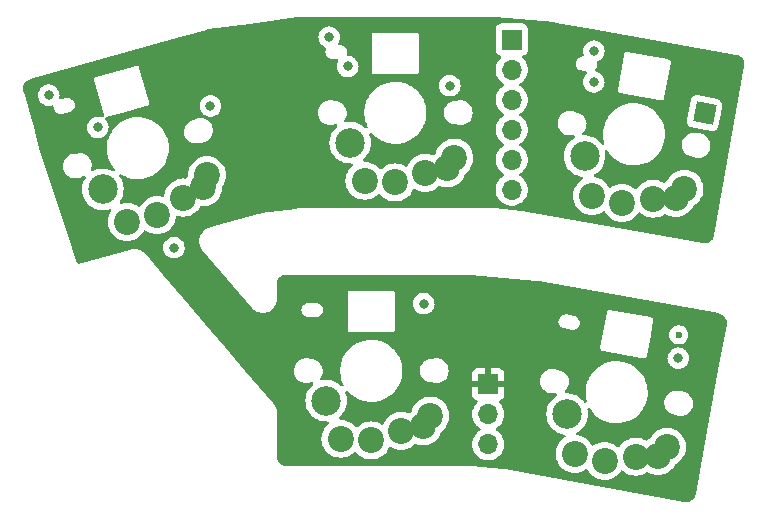
<source format=gbr>
%TF.GenerationSoftware,KiCad,Pcbnew,(6.99.0-4085-g6c752680d7)*%
%TF.CreationDate,2022-11-14T16:54:03+08:00*%
%TF.ProjectId,flex_thumbs_right,666c6578-5f74-4687-956d-62735f726967,rev?*%
%TF.SameCoordinates,Original*%
%TF.FileFunction,Copper,L2,Inr*%
%TF.FilePolarity,Positive*%
%FSLAX46Y46*%
G04 Gerber Fmt 4.6, Leading zero omitted, Abs format (unit mm)*
G04 Created by KiCad (PCBNEW (6.99.0-4085-g6c752680d7)) date 2022-11-14 16:54:03*
%MOMM*%
%LPD*%
G01*
G04 APERTURE LIST*
G04 Aperture macros list*
%AMRotRect*
0 Rectangle, with rotation*
0 The origin of the aperture is its center*
0 $1 length*
0 $2 width*
0 $3 Rotation angle, in degrees counterclockwise*
0 Add horizontal line*
21,1,$1,$2,0,0,$3*%
G04 Aperture macros list end*
%TA.AperFunction,ComponentPad*%
%ADD10C,2.500000*%
%TD*%
%TA.AperFunction,ComponentPad*%
%ADD11C,2.200000*%
%TD*%
%TA.AperFunction,ComponentPad*%
%ADD12R,1.700000X1.700000*%
%TD*%
%TA.AperFunction,ComponentPad*%
%ADD13O,1.700000X1.700000*%
%TD*%
%TA.AperFunction,ComponentPad*%
%ADD14RotRect,1.700000X1.700000X169.000000*%
%TD*%
%TA.AperFunction,ViaPad*%
%ADD15C,0.800000*%
%TD*%
%TA.AperFunction,ViaPad*%
%ADD16C,0.600000*%
%TD*%
G04 APERTURE END LIST*
D10*
%TO.N,row1*%
%TO.C,SW9*%
X107887334Y-102836702D03*
D11*
X108521541Y-106208049D03*
X111055994Y-106807256D03*
%TO.N,Net-(D9-A)*%
X113699797Y-106440780D03*
X115597526Y-106389538D03*
X116344694Y-105607400D03*
%TD*%
D10*
%TO.N,row1*%
%TO.C,SW19*%
X89525313Y-79864091D03*
D11*
X90735313Y-83074091D03*
X93335313Y-83224091D03*
%TO.N,Net-(D19-A)*%
X95875313Y-82404091D03*
X97735313Y-82024091D03*
X98335313Y-81124091D03*
%TD*%
D10*
%TO.N,row1*%
%TO.C,SW14*%
X68579822Y-83813068D03*
D11*
X70627744Y-86565197D03*
X73168370Y-85992729D03*
%TO.N,Net-(D14-A)*%
X75383952Y-84504376D03*
X77067157Y-83626411D03*
X77395840Y-82595893D03*
%TD*%
D12*
%TO.N,col5*%
%TO.C,J1*%
X103190504Y-71126487D03*
D13*
%TO.N,col6*%
X103190504Y-73666487D03*
%TO.N,col4*%
X103190504Y-76206487D03*
%TO.N,row1*%
X103190504Y-78746487D03*
%TO.N,col2*%
X103190504Y-81286487D03*
%TO.N,col3*%
X103190504Y-83826487D03*
%TD*%
D10*
%TO.N,row1*%
%TO.C,SW1*%
X87493303Y-101708090D03*
D11*
X88703303Y-104918090D03*
X91303303Y-105068090D03*
%TO.N,Net-(D1-A)*%
X93843303Y-104248090D03*
X95703303Y-103868090D03*
X96303303Y-102968090D03*
%TD*%
D10*
%TO.N,row1*%
%TO.C,SW5*%
X109360530Y-80992697D03*
D11*
X109994737Y-84364044D03*
X112529190Y-84963251D03*
%TO.N,Net-(D5-A)*%
X115172993Y-84596775D03*
X117070722Y-84545533D03*
X117817890Y-83763395D03*
%TD*%
D12*
%TO.N,Vcc*%
%TO.C,J2*%
X101210124Y-100309689D03*
D13*
%TO.N,Gnd*%
X101210124Y-102849689D03*
%TO.N,Din*%
X101210124Y-105389689D03*
%TD*%
D14*
%TO.N,Net-(D12-DOUT)*%
%TO.C,J3*%
X119520923Y-77351807D03*
%TD*%
D15*
%TO.N,Vcc*%
X87239564Y-95920397D03*
X74135443Y-73643870D03*
X97551925Y-71629727D03*
X118608547Y-74258199D03*
X108688562Y-96580640D03*
%TO.N,Din*%
X117297389Y-98103888D03*
%TO.N,Gnd*%
X95749565Y-93480395D03*
X110140631Y-74714693D03*
D16*
X117319128Y-96137789D03*
D15*
X68159451Y-78561582D03*
X89311923Y-73409726D03*
%TO.N,Net-(D4-DOUT)*%
X74597633Y-88751727D03*
X63996195Y-75833445D03*
%TO.N,Net-(D10-DIN)*%
X77678190Y-76747593D03*
X87731923Y-70919728D03*
%TO.N,Net-(D10-DOUT)*%
X110153592Y-72107333D03*
X97951922Y-75039724D03*
%TD*%
%TA.AperFunction,Conductor*%
%TO.N,Vcc*%
G36*
X101662980Y-69223673D02*
G01*
X101664252Y-69223692D01*
X101683650Y-69223979D01*
X101687349Y-69224088D01*
X101707121Y-69224962D01*
X101710782Y-69225177D01*
X101731181Y-69226682D01*
X101732914Y-69226823D01*
X101772026Y-69230288D01*
X101772031Y-69230288D01*
X101772099Y-69230294D01*
X101772122Y-69230287D01*
X106848896Y-69678895D01*
X106850748Y-69679072D01*
X106871452Y-69681210D01*
X106875119Y-69681644D01*
X106894760Y-69684256D01*
X106898401Y-69684794D01*
X106918697Y-69688101D01*
X106920480Y-69688406D01*
X110021940Y-70240862D01*
X122227238Y-72414966D01*
X122227238Y-72414965D01*
X122227259Y-72414969D01*
X122228466Y-72415184D01*
X122240528Y-72417949D01*
X122373493Y-72455398D01*
X122396484Y-72464386D01*
X122514051Y-72524234D01*
X122534839Y-72537530D01*
X122638469Y-72619160D01*
X122656273Y-72636264D01*
X122741989Y-72736542D01*
X122756113Y-72756790D01*
X122818385Y-72867874D01*
X122820614Y-72871851D01*
X122830521Y-72894474D01*
X122869197Y-73013331D01*
X122871337Y-73019906D01*
X122876641Y-73044028D01*
X122892204Y-73175014D01*
X122892700Y-73199708D01*
X122881870Y-73338132D01*
X122880301Y-73350401D01*
X122197141Y-77185519D01*
X122197141Y-77185520D01*
X121013426Y-83830913D01*
X120322239Y-87711181D01*
X120319473Y-87723244D01*
X120312472Y-87748102D01*
X120285294Y-87844599D01*
X120282025Y-87856204D01*
X120273031Y-87879207D01*
X120213188Y-87996760D01*
X120199881Y-88017566D01*
X120118257Y-88121187D01*
X120101151Y-88138992D01*
X120000874Y-88224708D01*
X119980630Y-88238829D01*
X119865559Y-88303337D01*
X119842943Y-88313241D01*
X119717507Y-88354059D01*
X119693386Y-88359363D01*
X119562399Y-88374928D01*
X119537707Y-88375424D01*
X119480557Y-88370955D01*
X119399487Y-88364614D01*
X119387229Y-88363047D01*
X104080708Y-85636548D01*
X104080699Y-85636543D01*
X104080699Y-85636546D01*
X104079038Y-85636250D01*
X104056760Y-85632282D01*
X104057108Y-85630327D01*
X104056339Y-85630047D01*
X104056003Y-85632318D01*
X104026753Y-85627987D01*
X104025849Y-85627880D01*
X104025817Y-85627876D01*
X103997353Y-85624516D01*
X103997583Y-85622568D01*
X103996786Y-85622611D01*
X103996638Y-85624286D01*
X103991725Y-85623852D01*
X103991703Y-85623849D01*
X103982617Y-85623047D01*
X103982598Y-85623045D01*
X103974127Y-85622296D01*
X103974125Y-85622296D01*
X103967867Y-85621743D01*
X101768119Y-85427364D01*
X101768014Y-85427355D01*
X101767794Y-85427330D01*
X101767794Y-85427332D01*
X101750904Y-85425833D01*
X101750899Y-85425833D01*
X101750205Y-85425771D01*
X101749970Y-85425757D01*
X101749562Y-85425724D01*
X101747820Y-85425570D01*
X101745235Y-85425342D01*
X101745411Y-85423353D01*
X101744665Y-85423153D01*
X101744530Y-85425436D01*
X101715867Y-85423747D01*
X101715861Y-85423747D01*
X101714949Y-85423693D01*
X101685354Y-85422827D01*
X101685412Y-85420848D01*
X101684649Y-85420958D01*
X101684649Y-85422666D01*
X101680019Y-85422666D01*
X101679798Y-85422664D01*
X101679648Y-85422660D01*
X101679198Y-85422660D01*
X101661990Y-85422666D01*
X101661947Y-85422666D01*
X85214173Y-85422669D01*
X85214173Y-85418810D01*
X85214153Y-85418813D01*
X85214154Y-85422661D01*
X85174292Y-85422669D01*
X85151720Y-85422669D01*
X85151693Y-85422675D01*
X85151690Y-85422675D01*
X85147047Y-85422676D01*
X85092651Y-85425146D01*
X85057840Y-85428308D01*
X85039820Y-85429944D01*
X85039811Y-85429945D01*
X85038424Y-85430071D01*
X85037028Y-85430262D01*
X85037016Y-85430263D01*
X85033796Y-85430703D01*
X85033541Y-85428833D01*
X85033505Y-85428841D01*
X85033760Y-85430700D01*
X85033758Y-85430700D01*
X85011166Y-85433795D01*
X85011118Y-85433787D01*
X85011120Y-85433801D01*
X84971934Y-85439154D01*
X84971316Y-85434629D01*
X84971279Y-85434631D01*
X84971901Y-85439173D01*
X81947584Y-85853443D01*
X81876354Y-85863200D01*
X81876332Y-85863200D01*
X81876332Y-85863201D01*
X81849318Y-85866898D01*
X81821970Y-85871919D01*
X81797071Y-85876490D01*
X81797056Y-85876493D01*
X81795684Y-85876745D01*
X81794312Y-85877062D01*
X81794303Y-85877064D01*
X81743954Y-85888702D01*
X81743938Y-85888706D01*
X81742554Y-85889026D01*
X81716794Y-85896231D01*
X81716739Y-85896246D01*
X77961018Y-86944864D01*
X77591305Y-87048090D01*
X77591009Y-87048250D01*
X77590576Y-87048398D01*
X77516232Y-87069222D01*
X77511494Y-87071449D01*
X77511489Y-87071451D01*
X77338917Y-87152569D01*
X77338913Y-87152571D01*
X77334146Y-87154812D01*
X77329816Y-87157817D01*
X77173172Y-87266516D01*
X77173166Y-87266521D01*
X77168847Y-87269518D01*
X77165081Y-87273198D01*
X77165080Y-87273199D01*
X77048848Y-87386781D01*
X77024947Y-87410137D01*
X76906461Y-87572748D01*
X76816695Y-87752813D01*
X76815163Y-87757851D01*
X76785253Y-87856204D01*
X76758155Y-87945308D01*
X76755530Y-87965707D01*
X76733227Y-88138997D01*
X76732472Y-88144861D01*
X76740364Y-88345905D01*
X76741444Y-88351063D01*
X76741445Y-88351068D01*
X76774232Y-88507599D01*
X76781611Y-88542831D01*
X76783533Y-88547733D01*
X76783535Y-88547739D01*
X76810186Y-88615703D01*
X76855062Y-88730144D01*
X76884496Y-88779144D01*
X76944848Y-88879614D01*
X76958666Y-88902618D01*
X76962073Y-88906604D01*
X77009287Y-88961844D01*
X77006613Y-88964129D01*
X77006684Y-88964185D01*
X77009328Y-88961921D01*
X81168320Y-93819252D01*
X81168325Y-93819267D01*
X81168353Y-93819300D01*
X81168356Y-93819304D01*
X81194235Y-93849518D01*
X81194261Y-93849564D01*
X81194268Y-93849558D01*
X81262278Y-93929024D01*
X81266509Y-93932508D01*
X81266514Y-93932512D01*
X81350035Y-94001270D01*
X81423781Y-94061981D01*
X81428544Y-94064676D01*
X81428545Y-94064677D01*
X81601079Y-94162311D01*
X81601082Y-94162312D01*
X81605842Y-94165006D01*
X81610997Y-94166836D01*
X81611001Y-94166838D01*
X81633574Y-94174852D01*
X81802976Y-94234996D01*
X82009244Y-94269843D01*
X82014723Y-94269808D01*
X82014727Y-94269808D01*
X82113837Y-94269169D01*
X82218430Y-94268495D01*
X82223817Y-94267513D01*
X82223821Y-94267513D01*
X82352883Y-94243994D01*
X82424231Y-94230993D01*
X82555480Y-94182481D01*
X82615305Y-94160369D01*
X82615309Y-94160367D01*
X82620447Y-94158468D01*
X82801165Y-94053104D01*
X82842597Y-94018090D01*
X85397621Y-94018090D01*
X85418259Y-94174852D01*
X85478767Y-94320931D01*
X85575021Y-94446372D01*
X85700462Y-94542626D01*
X85846541Y-94603134D01*
X85854729Y-94604212D01*
X85940251Y-94615471D01*
X85963942Y-94618590D01*
X86642664Y-94618590D01*
X86666356Y-94615471D01*
X86751877Y-94604212D01*
X86760065Y-94603134D01*
X86906144Y-94542626D01*
X87031585Y-94446372D01*
X87127839Y-94320931D01*
X87188347Y-94174852D01*
X87208985Y-94018090D01*
X87188347Y-93861328D01*
X87127839Y-93715249D01*
X87031585Y-93589808D01*
X86906144Y-93493554D01*
X86760065Y-93433046D01*
X86642664Y-93417590D01*
X85963942Y-93417590D01*
X85846541Y-93433046D01*
X85700462Y-93493554D01*
X85575021Y-93589808D01*
X85478767Y-93715249D01*
X85418259Y-93861328D01*
X85397621Y-94018090D01*
X82842597Y-94018090D01*
X82960941Y-93918077D01*
X82964450Y-93913872D01*
X83091447Y-93761666D01*
X83091450Y-93761662D01*
X83094960Y-93757455D01*
X83100751Y-93747378D01*
X83196455Y-93580826D01*
X83199184Y-93576077D01*
X83270472Y-93379409D01*
X83287205Y-93284189D01*
X83305727Y-93178789D01*
X83305727Y-93178785D01*
X83306678Y-93173375D01*
X83306655Y-93068780D01*
X83306661Y-93028898D01*
X83311285Y-93028899D01*
X83311286Y-93028883D01*
X83306655Y-93028883D01*
X83306647Y-91829363D01*
X83307254Y-91817010D01*
X83320796Y-91679549D01*
X83325615Y-91655324D01*
X83363910Y-91529092D01*
X83373362Y-91506274D01*
X83435545Y-91389937D01*
X83449267Y-91369401D01*
X83532944Y-91267438D01*
X83550409Y-91249972D01*
X83652383Y-91166281D01*
X83672918Y-91152559D01*
X83789247Y-91090374D01*
X83812065Y-91080922D01*
X83938295Y-91042623D01*
X83962519Y-91037803D01*
X84099823Y-91024271D01*
X84112181Y-91023663D01*
X99621339Y-91023669D01*
X99621304Y-91023669D01*
X99621304Y-91027528D01*
X99621316Y-91027526D01*
X99621316Y-91023674D01*
X99660273Y-91023669D01*
X99662130Y-91023683D01*
X99671015Y-91023815D01*
X99683239Y-91023997D01*
X99687020Y-91024110D01*
X99707157Y-91025015D01*
X99710928Y-91025241D01*
X99731678Y-91026798D01*
X99733485Y-91026947D01*
X99737331Y-91027293D01*
X99772645Y-91030477D01*
X99772648Y-91030476D01*
X105366081Y-91534594D01*
X105366087Y-91534596D01*
X105366087Y-91534594D01*
X105376177Y-91535504D01*
X105378047Y-91535687D01*
X105394461Y-91537414D01*
X105399158Y-91537909D01*
X105402886Y-91538358D01*
X105422902Y-91541075D01*
X105426561Y-91541627D01*
X105447807Y-91545161D01*
X105449631Y-91545479D01*
X105451116Y-91545749D01*
X105451129Y-91545751D01*
X105487624Y-91552385D01*
X105486833Y-91556734D01*
X105486838Y-91556736D01*
X105487629Y-91552384D01*
X120713507Y-94319392D01*
X120713427Y-94319834D01*
X120713439Y-94319838D01*
X120713519Y-94319399D01*
X120746656Y-94325418D01*
X120758697Y-94328221D01*
X120891547Y-94366112D01*
X120914523Y-94375183D01*
X121031883Y-94435422D01*
X121052645Y-94448801D01*
X121128097Y-94508650D01*
X121155996Y-94530780D01*
X121173745Y-94547948D01*
X121259120Y-94648525D01*
X121273178Y-94668826D01*
X121337288Y-94784126D01*
X121347115Y-94806784D01*
X121387492Y-94932365D01*
X121392712Y-94956509D01*
X121407812Y-95087559D01*
X121408220Y-95112259D01*
X121396991Y-95249467D01*
X121395379Y-95261727D01*
X121389270Y-95295330D01*
X121384365Y-95294438D01*
X121384363Y-95294446D01*
X121389272Y-95295338D01*
X120698646Y-99095622D01*
X120698646Y-99095623D01*
X119501495Y-105683115D01*
X119491731Y-105736841D01*
X119491730Y-105736842D01*
X118793026Y-109581586D01*
X118792194Y-109581435D01*
X118792193Y-109581439D01*
X118793024Y-109581590D01*
X118787002Y-109614729D01*
X118784197Y-109626769D01*
X118746298Y-109759610D01*
X118737229Y-109782578D01*
X118676983Y-109899933D01*
X118663603Y-109920695D01*
X118581618Y-110024044D01*
X118564449Y-110041791D01*
X118463881Y-110127154D01*
X118443573Y-110141216D01*
X118328282Y-110205318D01*
X118305620Y-110215147D01*
X118180045Y-110255522D01*
X118155903Y-110260742D01*
X118099199Y-110267277D01*
X118024850Y-110275844D01*
X118000159Y-110276252D01*
X117862483Y-110264987D01*
X117850224Y-110263375D01*
X117849526Y-110263248D01*
X117842613Y-110261991D01*
X117842613Y-110261992D01*
X117817088Y-110257352D01*
X117817086Y-110257352D01*
X117817080Y-110257351D01*
X117817077Y-110257352D01*
X102591207Y-107490331D01*
X102591202Y-107490328D01*
X102551962Y-107483199D01*
X102551962Y-107483197D01*
X102551956Y-107483198D01*
X102529748Y-107479162D01*
X102529747Y-107479162D01*
X102530099Y-107477227D01*
X102529347Y-107476950D01*
X102529008Y-107479195D01*
X102498692Y-107474621D01*
X102468249Y-107470956D01*
X102468483Y-107469015D01*
X102467717Y-107469056D01*
X102467566Y-107470734D01*
X99808638Y-107231081D01*
X99807228Y-107230954D01*
X99807221Y-107230953D01*
X99746429Y-107225474D01*
X99746606Y-107223505D01*
X99745848Y-107223301D01*
X99745712Y-107225571D01*
X99716034Y-107223792D01*
X99716023Y-107223792D01*
X99715097Y-107223736D01*
X99684449Y-107222819D01*
X99684507Y-107220871D01*
X99683753Y-107220980D01*
X99683753Y-107222660D01*
X99661011Y-107222660D01*
X84112354Y-107222665D01*
X84099999Y-107222058D01*
X84066956Y-107218802D01*
X83962526Y-107208512D01*
X83938310Y-107203694D01*
X83812075Y-107165397D01*
X83789263Y-107155947D01*
X83672924Y-107093760D01*
X83652389Y-107080039D01*
X83550417Y-106996353D01*
X83532953Y-106978889D01*
X83476019Y-106909517D01*
X83449264Y-106876917D01*
X83435550Y-106856394D01*
X83373355Y-106740044D01*
X83363907Y-106717235D01*
X83347176Y-106662087D01*
X83325609Y-106591002D01*
X83320789Y-106566779D01*
X83317496Y-106533358D01*
X83307251Y-106429404D01*
X83306644Y-106417047D01*
X83306645Y-105955646D01*
X83306648Y-102721701D01*
X83306657Y-102721612D01*
X83306651Y-102721612D01*
X83306702Y-102636457D01*
X83282663Y-102467853D01*
X83235066Y-102304331D01*
X83175541Y-102172763D01*
X83166702Y-102153226D01*
X83166701Y-102153223D01*
X83164864Y-102149164D01*
X83073462Y-102005460D01*
X83018039Y-101940810D01*
X80643942Y-99168090D01*
X84747720Y-99168090D01*
X84768003Y-99374024D01*
X84769799Y-99379944D01*
X84769800Y-99379950D01*
X84780402Y-99414899D01*
X84828071Y-99572044D01*
X84925618Y-99754540D01*
X85056893Y-99914500D01*
X85216853Y-100045775D01*
X85399349Y-100143322D01*
X85405583Y-100145213D01*
X85591443Y-100201593D01*
X85591449Y-100201594D01*
X85597369Y-100203390D01*
X85670483Y-100210591D01*
X85748615Y-100218287D01*
X85748622Y-100218287D01*
X85751695Y-100218590D01*
X85854911Y-100218590D01*
X85857984Y-100218287D01*
X85857991Y-100218287D01*
X85936123Y-100210591D01*
X86009237Y-100203390D01*
X86015157Y-100201594D01*
X86015163Y-100201593D01*
X86188490Y-100149015D01*
X86225065Y-100143590D01*
X86272776Y-100143590D01*
X86272776Y-100145213D01*
X86335667Y-100160248D01*
X86384831Y-100211467D01*
X86398500Y-100281136D01*
X86372333Y-100347134D01*
X86358734Y-100361941D01*
X86200617Y-100508652D01*
X86197684Y-100512330D01*
X86197682Y-100512332D01*
X86039223Y-100711033D01*
X86039220Y-100711037D01*
X86036288Y-100714714D01*
X85904507Y-100942966D01*
X85808216Y-101188310D01*
X85807166Y-101192909D01*
X85807166Y-101192910D01*
X85756963Y-101412866D01*
X85749568Y-101445264D01*
X85749216Y-101449964D01*
X85749215Y-101449969D01*
X85735180Y-101637264D01*
X85729872Y-101708090D01*
X85730541Y-101717023D01*
X85747308Y-101940753D01*
X85749568Y-101970916D01*
X85750618Y-101975515D01*
X85750618Y-101975517D01*
X85802060Y-102200899D01*
X85808216Y-102227870D01*
X85904507Y-102473214D01*
X85938509Y-102532107D01*
X86001341Y-102640935D01*
X86036288Y-102701466D01*
X86039220Y-102705143D01*
X86039223Y-102705147D01*
X86197682Y-102903848D01*
X86200617Y-102907528D01*
X86393822Y-103086796D01*
X86611588Y-103235266D01*
X86615837Y-103237312D01*
X86615840Y-103237314D01*
X86730032Y-103292306D01*
X86849049Y-103349622D01*
X86853551Y-103351011D01*
X86853557Y-103351013D01*
X86968923Y-103386598D01*
X87100903Y-103427308D01*
X87105553Y-103428009D01*
X87105558Y-103428010D01*
X87216880Y-103444789D01*
X87361522Y-103466590D01*
X87584534Y-103466590D01*
X87652655Y-103486592D01*
X87699148Y-103540248D01*
X87709252Y-103610522D01*
X87679758Y-103675102D01*
X87666365Y-103688401D01*
X87640011Y-103710910D01*
X87562405Y-103777192D01*
X87397975Y-103969714D01*
X87265687Y-104185588D01*
X87263794Y-104190158D01*
X87263792Y-104190162D01*
X87179210Y-104394362D01*
X87168798Y-104419499D01*
X87167643Y-104424311D01*
X87111294Y-104659024D01*
X87109694Y-104665687D01*
X87089829Y-104918090D01*
X87109694Y-105170493D01*
X87110848Y-105175300D01*
X87110849Y-105175306D01*
X87131104Y-105259673D01*
X87168798Y-105416681D01*
X87170691Y-105421252D01*
X87170692Y-105421254D01*
X87260972Y-105639208D01*
X87265687Y-105650592D01*
X87397975Y-105866466D01*
X87562405Y-106058988D01*
X87754927Y-106223418D01*
X87970801Y-106355706D01*
X87975371Y-106357599D01*
X87975375Y-106357601D01*
X88200139Y-106450701D01*
X88204712Y-106452595D01*
X88257487Y-106465265D01*
X88446087Y-106510544D01*
X88446093Y-106510545D01*
X88450900Y-106511699D01*
X88703303Y-106531564D01*
X88955706Y-106511699D01*
X88960513Y-106510545D01*
X88960519Y-106510544D01*
X89149119Y-106465265D01*
X89201894Y-106452595D01*
X89206467Y-106450701D01*
X89431231Y-106357601D01*
X89431235Y-106357599D01*
X89435805Y-106355706D01*
X89651679Y-106223418D01*
X89844201Y-106058988D01*
X89847409Y-106055232D01*
X89850091Y-106052550D01*
X89912403Y-106018524D01*
X89983218Y-106023589D01*
X90034997Y-106059814D01*
X90157392Y-106203119D01*
X90162405Y-106208988D01*
X90166161Y-106212196D01*
X90179300Y-106223418D01*
X90354927Y-106373418D01*
X90570801Y-106505706D01*
X90575371Y-106507599D01*
X90575375Y-106507601D01*
X90718244Y-106566779D01*
X90804712Y-106602595D01*
X90889335Y-106622911D01*
X91046087Y-106660544D01*
X91046093Y-106660545D01*
X91050900Y-106661699D01*
X91303303Y-106681564D01*
X91555706Y-106661699D01*
X91560513Y-106660545D01*
X91560519Y-106660544D01*
X91717271Y-106622911D01*
X91801894Y-106602595D01*
X91888362Y-106566779D01*
X92031231Y-106507601D01*
X92031235Y-106507599D01*
X92035805Y-106505706D01*
X92251679Y-106373418D01*
X92427306Y-106223418D01*
X92440445Y-106212196D01*
X92444201Y-106208988D01*
X92608631Y-106016466D01*
X92740919Y-105800592D01*
X92747896Y-105783750D01*
X92797297Y-105664484D01*
X92841845Y-105609203D01*
X92909209Y-105586782D01*
X92979541Y-105605270D01*
X93106571Y-105683115D01*
X93106581Y-105683120D01*
X93110801Y-105685706D01*
X93115371Y-105687599D01*
X93115375Y-105687601D01*
X93234254Y-105736842D01*
X93344712Y-105782595D01*
X93419676Y-105800592D01*
X93586087Y-105840544D01*
X93586093Y-105840545D01*
X93590900Y-105841699D01*
X93843303Y-105861564D01*
X94095706Y-105841699D01*
X94100513Y-105840545D01*
X94100519Y-105840544D01*
X94266930Y-105800592D01*
X94341894Y-105782595D01*
X94452352Y-105736842D01*
X94571231Y-105687601D01*
X94571235Y-105687599D01*
X94575805Y-105685706D01*
X94791679Y-105553418D01*
X94984201Y-105388988D01*
X94985192Y-105390148D01*
X95041558Y-105359369D01*
X95116559Y-105366081D01*
X95186084Y-105394879D01*
X95204712Y-105402595D01*
X95263385Y-105416681D01*
X95446087Y-105460544D01*
X95446093Y-105460545D01*
X95450900Y-105461699D01*
X95703303Y-105481564D01*
X95955706Y-105461699D01*
X95960513Y-105460545D01*
X95960519Y-105460544D01*
X96143221Y-105416681D01*
X96201894Y-105402595D01*
X96206467Y-105400701D01*
X96233050Y-105389690D01*
X99846969Y-105389690D01*
X99847399Y-105394879D01*
X99864833Y-105605270D01*
X99865561Y-105614058D01*
X99866842Y-105619116D01*
X99866842Y-105619117D01*
X99913867Y-105804812D01*
X99920829Y-105832306D01*
X99935001Y-105864616D01*
X100004733Y-106023589D01*
X100011265Y-106038481D01*
X100014115Y-106042843D01*
X100014117Y-106042847D01*
X100055371Y-106105991D01*
X100134403Y-106226958D01*
X100137928Y-106230787D01*
X100137931Y-106230791D01*
X100234166Y-106335328D01*
X100286885Y-106392596D01*
X100291004Y-106395802D01*
X100439907Y-106511699D01*
X100464549Y-106530879D01*
X100662551Y-106638032D01*
X100875490Y-106711134D01*
X100880624Y-106711991D01*
X100880629Y-106711992D01*
X101092419Y-106747333D01*
X101092421Y-106747333D01*
X101097556Y-106748190D01*
X101322694Y-106748190D01*
X101327829Y-106747333D01*
X101327831Y-106747333D01*
X101539621Y-106711992D01*
X101539626Y-106711991D01*
X101544760Y-106711134D01*
X101757699Y-106638032D01*
X101955701Y-106530879D01*
X101980344Y-106511699D01*
X102129246Y-106395802D01*
X102133365Y-106392596D01*
X102186084Y-106335328D01*
X102282319Y-106230791D01*
X102282322Y-106230787D01*
X102285847Y-106226958D01*
X102364879Y-106105991D01*
X102406133Y-106042847D01*
X102406135Y-106042843D01*
X102408985Y-106038481D01*
X102415518Y-106023589D01*
X102485249Y-105864616D01*
X102499421Y-105832306D01*
X102506384Y-105804812D01*
X102553408Y-105619117D01*
X102553408Y-105619116D01*
X102554689Y-105614058D01*
X102555418Y-105605270D01*
X102572851Y-105394879D01*
X102573281Y-105389690D01*
X102570815Y-105359931D01*
X102555120Y-105170518D01*
X102555119Y-105170513D01*
X102554689Y-105165322D01*
X102513145Y-105001269D01*
X102500703Y-104952136D01*
X102500703Y-104952135D01*
X102499421Y-104947074D01*
X102465911Y-104870678D01*
X102411079Y-104745672D01*
X102411077Y-104745668D01*
X102408985Y-104740899D01*
X102366218Y-104675438D01*
X102288698Y-104556786D01*
X102285847Y-104552422D01*
X102282322Y-104548593D01*
X102282319Y-104548589D01*
X102167911Y-104424311D01*
X102133365Y-104386784D01*
X102027099Y-104304073D01*
X101959814Y-104251702D01*
X101959812Y-104251700D01*
X101955701Y-104248501D01*
X101922445Y-104230504D01*
X101872054Y-104180491D01*
X101856702Y-104111174D01*
X101881262Y-104044561D01*
X101922445Y-104008876D01*
X101949354Y-103994314D01*
X101955701Y-103990879D01*
X101977480Y-103973928D01*
X102129246Y-103855802D01*
X102133365Y-103852596D01*
X102218441Y-103760180D01*
X102282319Y-103690791D01*
X102282322Y-103690787D01*
X102285847Y-103686958D01*
X102338796Y-103605913D01*
X102406133Y-103502847D01*
X102406135Y-103502843D01*
X102408985Y-103498481D01*
X102415750Y-103483060D01*
X102474280Y-103349622D01*
X102499421Y-103292306D01*
X102554689Y-103074058D01*
X102556808Y-103048492D01*
X102572851Y-102854879D01*
X102573281Y-102849690D01*
X102563889Y-102736347D01*
X102555120Y-102630518D01*
X102555119Y-102630513D01*
X102554689Y-102625322D01*
X102552931Y-102618380D01*
X102500703Y-102412136D01*
X102500703Y-102412135D01*
X102499421Y-102407074D01*
X102454354Y-102304331D01*
X102411079Y-102205672D01*
X102411077Y-102205668D01*
X102408985Y-102200899D01*
X102380886Y-102157889D01*
X102288698Y-102016786D01*
X102285847Y-102012422D01*
X102282322Y-102008593D01*
X102282319Y-102008589D01*
X102155792Y-101871146D01*
X102142283Y-101856472D01*
X102110863Y-101792808D01*
X102118850Y-101722262D01*
X102163708Y-101667233D01*
X102190952Y-101653079D01*
X102297647Y-101613284D01*
X102313301Y-101604736D01*
X102415818Y-101527992D01*
X102428427Y-101515383D01*
X102505171Y-101412866D01*
X102513720Y-101397210D01*
X102558866Y-101276168D01*
X102562463Y-101260947D01*
X102567765Y-101211628D01*
X102568125Y-101204913D01*
X102568125Y-100581805D01*
X102563650Y-100566566D01*
X102562260Y-100565361D01*
X102554577Y-100563690D01*
X99870240Y-100563690D01*
X99855001Y-100568165D01*
X99853796Y-100569555D01*
X99852125Y-100577238D01*
X99852125Y-101204913D01*
X99852485Y-101211628D01*
X99857787Y-101260947D01*
X99861384Y-101276168D01*
X99906530Y-101397210D01*
X99915079Y-101412866D01*
X99991823Y-101515383D01*
X100004432Y-101527992D01*
X100106949Y-101604736D01*
X100122603Y-101613284D01*
X100229298Y-101653079D01*
X100286133Y-101695626D01*
X100310944Y-101762146D01*
X100295852Y-101831521D01*
X100277968Y-101856471D01*
X100264458Y-101871146D01*
X100137931Y-102008589D01*
X100137928Y-102008593D01*
X100134403Y-102012422D01*
X100131552Y-102016786D01*
X100039365Y-102157889D01*
X100011265Y-102200899D01*
X100009173Y-102205668D01*
X100009171Y-102205672D01*
X99965896Y-102304331D01*
X99920829Y-102407074D01*
X99919547Y-102412135D01*
X99919547Y-102412136D01*
X99867319Y-102618380D01*
X99865561Y-102625322D01*
X99865131Y-102630513D01*
X99865130Y-102630518D01*
X99856361Y-102736347D01*
X99846969Y-102849690D01*
X99847399Y-102854879D01*
X99863443Y-103048492D01*
X99865561Y-103074058D01*
X99920829Y-103292306D01*
X99945970Y-103349622D01*
X100004501Y-103483060D01*
X100011265Y-103498481D01*
X100014115Y-103502843D01*
X100014117Y-103502847D01*
X100081454Y-103605913D01*
X100134403Y-103686958D01*
X100137928Y-103690787D01*
X100137931Y-103690791D01*
X100201809Y-103760180D01*
X100286885Y-103852596D01*
X100291004Y-103855802D01*
X100442771Y-103973928D01*
X100464549Y-103990879D01*
X100470897Y-103994314D01*
X100497805Y-104008876D01*
X100548196Y-104058889D01*
X100563548Y-104128206D01*
X100538988Y-104194819D01*
X100497806Y-104230503D01*
X100464549Y-104248501D01*
X100460438Y-104251700D01*
X100460436Y-104251702D01*
X100393151Y-104304073D01*
X100286885Y-104386784D01*
X100252339Y-104424311D01*
X100137931Y-104548589D01*
X100137928Y-104548593D01*
X100134403Y-104552422D01*
X100131552Y-104556786D01*
X100054033Y-104675438D01*
X100011265Y-104740899D01*
X100009173Y-104745668D01*
X100009171Y-104745672D01*
X99954339Y-104870678D01*
X99920829Y-104947074D01*
X99919547Y-104952135D01*
X99919547Y-104952136D01*
X99907105Y-105001269D01*
X99865561Y-105165322D01*
X99865131Y-105170513D01*
X99865130Y-105170518D01*
X99849435Y-105359931D01*
X99846969Y-105389690D01*
X96233050Y-105389690D01*
X96431231Y-105307601D01*
X96431235Y-105307599D01*
X96435805Y-105305706D01*
X96651679Y-105173418D01*
X96844201Y-105008988D01*
X97008631Y-104816466D01*
X97140919Y-104600592D01*
X97143412Y-104594575D01*
X97235914Y-104371254D01*
X97235915Y-104371252D01*
X97237808Y-104366681D01*
X97238964Y-104361867D01*
X97238966Y-104361860D01*
X97252840Y-104304073D01*
X97293527Y-104237677D01*
X97440445Y-104112196D01*
X97444201Y-104108988D01*
X97608631Y-103916466D01*
X97740919Y-103700592D01*
X97746567Y-103686958D01*
X97835914Y-103471254D01*
X97835915Y-103471252D01*
X97837808Y-103466681D01*
X97874862Y-103312338D01*
X97895757Y-103225306D01*
X97895758Y-103225300D01*
X97896912Y-103220493D01*
X97916777Y-102968090D01*
X97896912Y-102715687D01*
X97894405Y-102705242D01*
X97858124Y-102554122D01*
X97837808Y-102469499D01*
X97835914Y-102464926D01*
X97742814Y-102240162D01*
X97742812Y-102240158D01*
X97740919Y-102235588D01*
X97608631Y-102019714D01*
X97444201Y-101827192D01*
X97251679Y-101662762D01*
X97035805Y-101530474D01*
X97031235Y-101528581D01*
X97031231Y-101528579D01*
X96806467Y-101435479D01*
X96806465Y-101435478D01*
X96801894Y-101433585D01*
X96671740Y-101402338D01*
X96560519Y-101375636D01*
X96560513Y-101375635D01*
X96555706Y-101374481D01*
X96303303Y-101354616D01*
X96050900Y-101374481D01*
X96046093Y-101375635D01*
X96046087Y-101375636D01*
X95934866Y-101402338D01*
X95804712Y-101433585D01*
X95800141Y-101435478D01*
X95800139Y-101435479D01*
X95575375Y-101528579D01*
X95575371Y-101528581D01*
X95570801Y-101530474D01*
X95354927Y-101662762D01*
X95162405Y-101827192D01*
X94997975Y-102019714D01*
X94865687Y-102235588D01*
X94863794Y-102240158D01*
X94863792Y-102240162D01*
X94770692Y-102464926D01*
X94768798Y-102469499D01*
X94767643Y-102474311D01*
X94767640Y-102474320D01*
X94753766Y-102532107D01*
X94713079Y-102598503D01*
X94562405Y-102727192D01*
X94561414Y-102726032D01*
X94505048Y-102756811D01*
X94430047Y-102750099D01*
X94346467Y-102715479D01*
X94346465Y-102715478D01*
X94341894Y-102713585D01*
X94257271Y-102693269D01*
X94100519Y-102655636D01*
X94100513Y-102655635D01*
X94095706Y-102654481D01*
X93843303Y-102634616D01*
X93590900Y-102654481D01*
X93586093Y-102655635D01*
X93586087Y-102655636D01*
X93429335Y-102693269D01*
X93344712Y-102713585D01*
X93340141Y-102715478D01*
X93340139Y-102715479D01*
X93115375Y-102808579D01*
X93115371Y-102808581D01*
X93110801Y-102810474D01*
X92894927Y-102942762D01*
X92702405Y-103107192D01*
X92537975Y-103299714D01*
X92405687Y-103515588D01*
X92403794Y-103520158D01*
X92403792Y-103520162D01*
X92349309Y-103651696D01*
X92304761Y-103706977D01*
X92237397Y-103729398D01*
X92167065Y-103710910D01*
X92040035Y-103633065D01*
X92040024Y-103633059D01*
X92035805Y-103630474D01*
X92031235Y-103628581D01*
X92031231Y-103628579D01*
X91806467Y-103535479D01*
X91806465Y-103535478D01*
X91801894Y-103533585D01*
X91709353Y-103511368D01*
X91560519Y-103475636D01*
X91560513Y-103475635D01*
X91555706Y-103474481D01*
X91303303Y-103454616D01*
X91050900Y-103474481D01*
X91046093Y-103475635D01*
X91046087Y-103475636D01*
X90897253Y-103511368D01*
X90804712Y-103533585D01*
X90800141Y-103535478D01*
X90800139Y-103535479D01*
X90575375Y-103628579D01*
X90575371Y-103628581D01*
X90570801Y-103630474D01*
X90354927Y-103762762D01*
X90162405Y-103927192D01*
X90159197Y-103930948D01*
X90156515Y-103933630D01*
X90094203Y-103967656D01*
X90023388Y-103962591D01*
X89971609Y-103926366D01*
X89847409Y-103780948D01*
X89844201Y-103777192D01*
X89651679Y-103612762D01*
X89435805Y-103480474D01*
X89431235Y-103478581D01*
X89431231Y-103478579D01*
X89206467Y-103385479D01*
X89206465Y-103385478D01*
X89201894Y-103383585D01*
X89089001Y-103356482D01*
X88960519Y-103325636D01*
X88960513Y-103325635D01*
X88955706Y-103324481D01*
X88703303Y-103304616D01*
X88698373Y-103305004D01*
X88698365Y-103305004D01*
X88686958Y-103305902D01*
X88617477Y-103291308D01*
X88566917Y-103241467D01*
X88551329Y-103172203D01*
X88575662Y-103105507D01*
X88593224Y-103087270D01*
X88592784Y-103086796D01*
X88683682Y-103002455D01*
X88785989Y-102907528D01*
X88788924Y-102903848D01*
X88947383Y-102705147D01*
X88947386Y-102705143D01*
X88950318Y-102701466D01*
X88985266Y-102640935D01*
X89048097Y-102532107D01*
X89082099Y-102473214D01*
X89178390Y-102227870D01*
X89184546Y-102200899D01*
X89235988Y-101975517D01*
X89235988Y-101975515D01*
X89237038Y-101970916D01*
X89239299Y-101940753D01*
X89256065Y-101717023D01*
X89256734Y-101708090D01*
X89251426Y-101637264D01*
X89237391Y-101449969D01*
X89237390Y-101449964D01*
X89237038Y-101445264D01*
X89229644Y-101412866D01*
X89179440Y-101192910D01*
X89179440Y-101192909D01*
X89178390Y-101188310D01*
X89114337Y-101025106D01*
X89108069Y-100954388D01*
X89141030Y-100891506D01*
X89202754Y-100856427D01*
X89273646Y-100860287D01*
X89327312Y-100897096D01*
X89395533Y-100976723D01*
X89414844Y-100999263D01*
X89417708Y-101001874D01*
X89417713Y-101001879D01*
X89516596Y-101092022D01*
X89654187Y-101217453D01*
X89918529Y-101404577D01*
X89921939Y-101406408D01*
X89921942Y-101406410D01*
X90200456Y-101555969D01*
X90200463Y-101555972D01*
X90203863Y-101557798D01*
X90362691Y-101619328D01*
X90449813Y-101653079D01*
X90505863Y-101674793D01*
X90588694Y-101695626D01*
X90816181Y-101752842D01*
X90816188Y-101752843D01*
X90819952Y-101753790D01*
X91141368Y-101793590D01*
X91384190Y-101793590D01*
X91397627Y-101792761D01*
X91622691Y-101778880D01*
X91622698Y-101778879D01*
X91626559Y-101778641D01*
X91944915Y-101719130D01*
X92253545Y-101620948D01*
X92378684Y-101563375D01*
X92544248Y-101487204D01*
X92544256Y-101487200D01*
X92547770Y-101485583D01*
X92592325Y-101457996D01*
X92819822Y-101317136D01*
X92819824Y-101317135D01*
X92823131Y-101315087D01*
X92944461Y-101217453D01*
X93072429Y-101114478D01*
X93072433Y-101114475D01*
X93075452Y-101112045D01*
X93300909Y-100879534D01*
X93496085Y-100621080D01*
X93518761Y-100581805D01*
X93591797Y-100455301D01*
X93658020Y-100340600D01*
X93699926Y-100241594D01*
X93782747Y-100045922D01*
X93782750Y-100045914D01*
X93784260Y-100042346D01*
X93872892Y-99730839D01*
X93922571Y-99410801D01*
X93922691Y-99406915D01*
X93928519Y-99217753D01*
X95404031Y-99217753D01*
X95404998Y-99224065D01*
X95404998Y-99224067D01*
X95423250Y-99343212D01*
X95434073Y-99413863D01*
X95502978Y-99599910D01*
X95607923Y-99768279D01*
X95744612Y-99912076D01*
X95749851Y-99915723D01*
X95749854Y-99915725D01*
X95856943Y-99990261D01*
X95907449Y-100025414D01*
X96089768Y-100103653D01*
X96096026Y-100104939D01*
X96096029Y-100104940D01*
X96182131Y-100122634D01*
X96284104Y-100143590D01*
X96381541Y-100143590D01*
X96418116Y-100149015D01*
X96591443Y-100201593D01*
X96591449Y-100201594D01*
X96597369Y-100203390D01*
X96670483Y-100210591D01*
X96748615Y-100218287D01*
X96748622Y-100218287D01*
X96751695Y-100218590D01*
X96854911Y-100218590D01*
X96857984Y-100218287D01*
X96857991Y-100218287D01*
X96936123Y-100210591D01*
X97009237Y-100203390D01*
X97015157Y-100201594D01*
X97015163Y-100201593D01*
X97201023Y-100145213D01*
X97207257Y-100143322D01*
X97389753Y-100045775D01*
X97399745Y-100037575D01*
X99852125Y-100037575D01*
X99856600Y-100052814D01*
X99857990Y-100054019D01*
X99865673Y-100055690D01*
X100938010Y-100055690D01*
X100953249Y-100051215D01*
X100954454Y-100049825D01*
X100956125Y-100042142D01*
X100956125Y-100037575D01*
X101464125Y-100037575D01*
X101468600Y-100052814D01*
X101469990Y-100054019D01*
X101477673Y-100055690D01*
X102550010Y-100055690D01*
X102565249Y-100051215D01*
X102566454Y-100049825D01*
X102568125Y-100042142D01*
X102568125Y-100041825D01*
X105608492Y-100041825D01*
X105628775Y-100247759D01*
X105630571Y-100253679D01*
X105630572Y-100253685D01*
X105673284Y-100394488D01*
X105688843Y-100445779D01*
X105786390Y-100628275D01*
X105917665Y-100788235D01*
X106077625Y-100919510D01*
X106260121Y-101017057D01*
X106286659Y-101025107D01*
X106452215Y-101075328D01*
X106452221Y-101075329D01*
X106458141Y-101077125D01*
X106531255Y-101084326D01*
X106609387Y-101092022D01*
X106609394Y-101092022D01*
X106612467Y-101092325D01*
X106715683Y-101092325D01*
X106718756Y-101092022D01*
X106718763Y-101092022D01*
X106823061Y-101081749D01*
X106870009Y-101077125D01*
X106870025Y-101077287D01*
X106916088Y-101077432D01*
X106954983Y-101085425D01*
X107017681Y-101118730D01*
X107052421Y-101180646D01*
X107048172Y-101251515D01*
X107000595Y-101312951D01*
X106787853Y-101457996D01*
X106594648Y-101637264D01*
X106591715Y-101640942D01*
X106591713Y-101640944D01*
X106433254Y-101839645D01*
X106433251Y-101839649D01*
X106430319Y-101843326D01*
X106427966Y-101847402D01*
X106427963Y-101847406D01*
X106377391Y-101935000D01*
X106298538Y-102071578D01*
X106296814Y-102075971D01*
X106206985Y-102304851D01*
X106202247Y-102316922D01*
X106201197Y-102321521D01*
X106201197Y-102321522D01*
X106165642Y-102477301D01*
X106143599Y-102573876D01*
X106143247Y-102578576D01*
X106143246Y-102578581D01*
X106125749Y-102812067D01*
X106123903Y-102836702D01*
X106124255Y-102841399D01*
X106142645Y-103086796D01*
X106143599Y-103099528D01*
X106144649Y-103104127D01*
X106144649Y-103104129D01*
X106186444Y-103287244D01*
X106202247Y-103356482D01*
X106203971Y-103360873D01*
X106203971Y-103360875D01*
X106214067Y-103386598D01*
X106298538Y-103601826D01*
X106340844Y-103675102D01*
X106413525Y-103800989D01*
X106430319Y-103830078D01*
X106433251Y-103833755D01*
X106433254Y-103833759D01*
X106576516Y-104013403D01*
X106594648Y-104036140D01*
X106787853Y-104215408D01*
X107005619Y-104363878D01*
X107009868Y-104365924D01*
X107009871Y-104365926D01*
X107138728Y-104427981D01*
X107243080Y-104478234D01*
X107247582Y-104479623D01*
X107247588Y-104479625D01*
X107391466Y-104524005D01*
X107494934Y-104555920D01*
X107631548Y-104576511D01*
X107670278Y-104582349D01*
X107734656Y-104612281D01*
X107772633Y-104672267D01*
X107772150Y-104743262D01*
X107733361Y-104802725D01*
X107717337Y-104814372D01*
X107573165Y-104902721D01*
X107380643Y-105067151D01*
X107216213Y-105259673D01*
X107083925Y-105475547D01*
X107082032Y-105480117D01*
X107082030Y-105480121D01*
X106996874Y-105685706D01*
X106987036Y-105709458D01*
X106985881Y-105714270D01*
X106948440Y-105870225D01*
X106927932Y-105955646D01*
X106908067Y-106208049D01*
X106927932Y-106460452D01*
X106929086Y-106465259D01*
X106929087Y-106465265D01*
X106966720Y-106622017D01*
X106987036Y-106706640D01*
X106988929Y-106711211D01*
X106988930Y-106711213D01*
X107073470Y-106915310D01*
X107083925Y-106940551D01*
X107216213Y-107156425D01*
X107380643Y-107348947D01*
X107573165Y-107513377D01*
X107789039Y-107645665D01*
X107793609Y-107647558D01*
X107793613Y-107647560D01*
X107914054Y-107697448D01*
X108022950Y-107742554D01*
X108107573Y-107762870D01*
X108264325Y-107800503D01*
X108264331Y-107800504D01*
X108269138Y-107801658D01*
X108521541Y-107821523D01*
X108773944Y-107801658D01*
X108778751Y-107800504D01*
X108778757Y-107800503D01*
X108935509Y-107762870D01*
X109020132Y-107742554D01*
X109129028Y-107697448D01*
X109249469Y-107647560D01*
X109249473Y-107647558D01*
X109254043Y-107645665D01*
X109458662Y-107520274D01*
X109527196Y-107501736D01*
X109594872Y-107523192D01*
X109631929Y-107561871D01*
X109750666Y-107755632D01*
X109915096Y-107948154D01*
X110107618Y-108112584D01*
X110323492Y-108244872D01*
X110328062Y-108246765D01*
X110328066Y-108246767D01*
X110552830Y-108339867D01*
X110557403Y-108341761D01*
X110642026Y-108362077D01*
X110798778Y-108399710D01*
X110798784Y-108399711D01*
X110803591Y-108400865D01*
X111055994Y-108420730D01*
X111308397Y-108400865D01*
X111313204Y-108399711D01*
X111313210Y-108399710D01*
X111469962Y-108362077D01*
X111554585Y-108341761D01*
X111559158Y-108339867D01*
X111783922Y-108246767D01*
X111783926Y-108246765D01*
X111788496Y-108244872D01*
X112004370Y-108112584D01*
X112196892Y-107948154D01*
X112361322Y-107755632D01*
X112422096Y-107656458D01*
X112474743Y-107608828D01*
X112544784Y-107597221D01*
X112611358Y-107626483D01*
X112611832Y-107626887D01*
X112747662Y-107742898D01*
X112747666Y-107742901D01*
X112751421Y-107746108D01*
X112873854Y-107821135D01*
X112959820Y-107873815D01*
X112967295Y-107878396D01*
X112971865Y-107880289D01*
X112971869Y-107880291D01*
X113196633Y-107973391D01*
X113201206Y-107975285D01*
X113285829Y-107995601D01*
X113442581Y-108033234D01*
X113442587Y-108033235D01*
X113447394Y-108034389D01*
X113699797Y-108054254D01*
X113952200Y-108034389D01*
X113957007Y-108033235D01*
X113957013Y-108033234D01*
X114113765Y-107995601D01*
X114198388Y-107975285D01*
X114202961Y-107973391D01*
X114427725Y-107880291D01*
X114427729Y-107880289D01*
X114432299Y-107878396D01*
X114436519Y-107875810D01*
X114436529Y-107875805D01*
X114624636Y-107760532D01*
X114693169Y-107741993D01*
X114756306Y-107760532D01*
X114860794Y-107824563D01*
X114860804Y-107824568D01*
X114865024Y-107827154D01*
X114869594Y-107829047D01*
X114869598Y-107829049D01*
X114988733Y-107878396D01*
X115098935Y-107924043D01*
X115183558Y-107944359D01*
X115340310Y-107981992D01*
X115340316Y-107981993D01*
X115345123Y-107983147D01*
X115597526Y-108003012D01*
X115849929Y-107983147D01*
X115854736Y-107981993D01*
X115854742Y-107981992D01*
X116011494Y-107944359D01*
X116096117Y-107924043D01*
X116206319Y-107878396D01*
X116325454Y-107829049D01*
X116325458Y-107829047D01*
X116330028Y-107827154D01*
X116545902Y-107694866D01*
X116738424Y-107530436D01*
X116902854Y-107337914D01*
X117035142Y-107122040D01*
X117037035Y-107117470D01*
X117037039Y-107117462D01*
X117047926Y-107091177D01*
X117092474Y-107035896D01*
X117098500Y-107031961D01*
X117185105Y-106978889D01*
X117293070Y-106912728D01*
X117485592Y-106748298D01*
X117650022Y-106555776D01*
X117782310Y-106339902D01*
X117827506Y-106230791D01*
X117877305Y-106110564D01*
X117877306Y-106110562D01*
X117879199Y-106105991D01*
X117914109Y-105960580D01*
X117937148Y-105864616D01*
X117937149Y-105864610D01*
X117938303Y-105859803D01*
X117958168Y-105607400D01*
X117938303Y-105354997D01*
X117926925Y-105307601D01*
X117880354Y-105113621D01*
X117879199Y-105108809D01*
X117869010Y-105084210D01*
X117784205Y-104879472D01*
X117784203Y-104879468D01*
X117782310Y-104874898D01*
X117650022Y-104659024D01*
X117485592Y-104466502D01*
X117293070Y-104302072D01*
X117077196Y-104169784D01*
X117072626Y-104167891D01*
X117072622Y-104167889D01*
X116847858Y-104074789D01*
X116847856Y-104074788D01*
X116843285Y-104072895D01*
X116747028Y-104049786D01*
X116601910Y-104014946D01*
X116601904Y-104014945D01*
X116597097Y-104013791D01*
X116344694Y-103993926D01*
X116092291Y-104013791D01*
X116087484Y-104014945D01*
X116087478Y-104014946D01*
X115942360Y-104049786D01*
X115846103Y-104072895D01*
X115841532Y-104074788D01*
X115841530Y-104074789D01*
X115616766Y-104167889D01*
X115616762Y-104167891D01*
X115612192Y-104169784D01*
X115396318Y-104302072D01*
X115203796Y-104466502D01*
X115039366Y-104659024D01*
X114907078Y-104874898D01*
X114905185Y-104879468D01*
X114905181Y-104879476D01*
X114894294Y-104905761D01*
X114849746Y-104961042D01*
X114843720Y-104964976D01*
X114672687Y-105069786D01*
X114604154Y-105088325D01*
X114541017Y-105069786D01*
X114436529Y-105005755D01*
X114436518Y-105005749D01*
X114432299Y-105003164D01*
X114427729Y-105001271D01*
X114427725Y-105001269D01*
X114202961Y-104908169D01*
X114202959Y-104908168D01*
X114198388Y-104906275D01*
X114113765Y-104885959D01*
X113957013Y-104848326D01*
X113957007Y-104848325D01*
X113952200Y-104847171D01*
X113699797Y-104827306D01*
X113447394Y-104847171D01*
X113442587Y-104848325D01*
X113442581Y-104848326D01*
X113285829Y-104885959D01*
X113201206Y-104906275D01*
X113196635Y-104908168D01*
X113196633Y-104908169D01*
X112971869Y-105001269D01*
X112971865Y-105001271D01*
X112967295Y-105003164D01*
X112751421Y-105135452D01*
X112558899Y-105299882D01*
X112394469Y-105492404D01*
X112335461Y-105588697D01*
X112333696Y-105591577D01*
X112281048Y-105639208D01*
X112211007Y-105650815D01*
X112144432Y-105621553D01*
X112133634Y-105612330D01*
X112018000Y-105513569D01*
X112008129Y-105505138D01*
X112008125Y-105505135D01*
X112004370Y-105501928D01*
X111788496Y-105369640D01*
X111783926Y-105367747D01*
X111783922Y-105367745D01*
X111559158Y-105274645D01*
X111559156Y-105274644D01*
X111554585Y-105272751D01*
X111469962Y-105252435D01*
X111313210Y-105214802D01*
X111313204Y-105214801D01*
X111308397Y-105213647D01*
X111055994Y-105193782D01*
X110803591Y-105213647D01*
X110798784Y-105214801D01*
X110798778Y-105214802D01*
X110642026Y-105252435D01*
X110557403Y-105272751D01*
X110552832Y-105274644D01*
X110552830Y-105274645D01*
X110328066Y-105367745D01*
X110328062Y-105367747D01*
X110323492Y-105369640D01*
X110172633Y-105462087D01*
X110118873Y-105495031D01*
X110050339Y-105513569D01*
X109982663Y-105492113D01*
X109945605Y-105453433D01*
X109923084Y-105416681D01*
X109826869Y-105259673D01*
X109662439Y-105067151D01*
X109469917Y-104902721D01*
X109254043Y-104770433D01*
X109249473Y-104768540D01*
X109249469Y-104768538D01*
X109024705Y-104675438D01*
X109024703Y-104675437D01*
X109020132Y-104673544D01*
X108775418Y-104614794D01*
X108775416Y-104614793D01*
X108773944Y-104614440D01*
X108774018Y-104614131D01*
X108712127Y-104584792D01*
X108674599Y-104524525D01*
X108675611Y-104453535D01*
X108714843Y-104394362D01*
X108741320Y-104377232D01*
X108764802Y-104365924D01*
X108764805Y-104365922D01*
X108769050Y-104363878D01*
X108772952Y-104361218D01*
X108915155Y-104264265D01*
X108986815Y-104215408D01*
X109180020Y-104036140D01*
X109198152Y-104013403D01*
X109341414Y-103833759D01*
X109341417Y-103833755D01*
X109344349Y-103830078D01*
X109361144Y-103800989D01*
X109433824Y-103675102D01*
X109476130Y-103601826D01*
X109560601Y-103386598D01*
X109570697Y-103360875D01*
X109570697Y-103360873D01*
X109572421Y-103356482D01*
X109588224Y-103287244D01*
X109630019Y-103104129D01*
X109630019Y-103104127D01*
X109631069Y-103099528D01*
X109632024Y-103086796D01*
X109650413Y-102841399D01*
X109650765Y-102836702D01*
X109648919Y-102812067D01*
X109631422Y-102578581D01*
X109631421Y-102578576D01*
X109631069Y-102573876D01*
X109621536Y-102532107D01*
X109603618Y-102453603D01*
X109607960Y-102382740D01*
X109649925Y-102325473D01*
X109716189Y-102299985D01*
X109785714Y-102314368D01*
X109831492Y-102355967D01*
X109981342Y-102582114D01*
X109983866Y-102585060D01*
X110180513Y-102814586D01*
X110192059Y-102828063D01*
X110194923Y-102830674D01*
X110194928Y-102830679D01*
X110275191Y-102903848D01*
X110431402Y-103046253D01*
X110695744Y-103233377D01*
X110699154Y-103235208D01*
X110699157Y-103235210D01*
X110977671Y-103384769D01*
X110977678Y-103384772D01*
X110981078Y-103386598D01*
X111139906Y-103448128D01*
X111257562Y-103493708D01*
X111283078Y-103503593D01*
X111330770Y-103515588D01*
X111593396Y-103581642D01*
X111593403Y-103581643D01*
X111597167Y-103582590D01*
X111918583Y-103622390D01*
X112161405Y-103622390D01*
X112174842Y-103621561D01*
X112399906Y-103607680D01*
X112399913Y-103607679D01*
X112403774Y-103607441D01*
X112722130Y-103547930D01*
X113030760Y-103449748D01*
X113082554Y-103425919D01*
X113321463Y-103316004D01*
X113321471Y-103316000D01*
X113324985Y-103314383D01*
X113328288Y-103312338D01*
X113597037Y-103145936D01*
X113597039Y-103145935D01*
X113600346Y-103143887D01*
X113603377Y-103141448D01*
X113849644Y-102943278D01*
X113849648Y-102943275D01*
X113852667Y-102940845D01*
X114078124Y-102708334D01*
X114082691Y-102702287D01*
X114119085Y-102654093D01*
X114273300Y-102449880D01*
X114295092Y-102412136D01*
X114351538Y-102314368D01*
X114435235Y-102169400D01*
X114474780Y-102075971D01*
X114537121Y-101928686D01*
X116104069Y-101928686D01*
X116105036Y-101934998D01*
X116105036Y-101935000D01*
X116133144Y-102118484D01*
X116134111Y-102124796D01*
X116203016Y-102310843D01*
X116307961Y-102479212D01*
X116444650Y-102623009D01*
X116449889Y-102626656D01*
X116449892Y-102626658D01*
X116592667Y-102726032D01*
X116607487Y-102736347D01*
X116789806Y-102814586D01*
X116796061Y-102815871D01*
X116796063Y-102815872D01*
X116830739Y-102822998D01*
X116922243Y-102841802D01*
X116956271Y-102854099D01*
X117046460Y-102902307D01*
X117087553Y-102924272D01*
X117087555Y-102924273D01*
X117093007Y-102927187D01*
X117144352Y-102942762D01*
X117285101Y-102985458D01*
X117285107Y-102985459D01*
X117291027Y-102987255D01*
X117364141Y-102994456D01*
X117442273Y-103002152D01*
X117442280Y-103002152D01*
X117445353Y-103002455D01*
X117548569Y-103002455D01*
X117551642Y-103002152D01*
X117551649Y-103002152D01*
X117629781Y-102994456D01*
X117702895Y-102987255D01*
X117708815Y-102985459D01*
X117708821Y-102985458D01*
X117858082Y-102940180D01*
X117900915Y-102927187D01*
X118083411Y-102829640D01*
X118243371Y-102698365D01*
X118374646Y-102538405D01*
X118472193Y-102355909D01*
X118512428Y-102223270D01*
X118530464Y-102163815D01*
X118530465Y-102163809D01*
X118532261Y-102157889D01*
X118552544Y-101951955D01*
X118532261Y-101746021D01*
X118530465Y-101740101D01*
X118530464Y-101740095D01*
X118487080Y-101597079D01*
X118472193Y-101548001D01*
X118374646Y-101365505D01*
X118243371Y-101205545D01*
X118083411Y-101074270D01*
X117900915Y-100976723D01*
X117804114Y-100947359D01*
X117708821Y-100918452D01*
X117708815Y-100918451D01*
X117702895Y-100916655D01*
X117629781Y-100909454D01*
X117551649Y-100901758D01*
X117551642Y-100901758D01*
X117548569Y-100901455D01*
X117445353Y-100901455D01*
X117442280Y-100901758D01*
X117442273Y-100901758D01*
X117350543Y-100910793D01*
X117291027Y-100916655D01*
X117291011Y-100916493D01*
X117244948Y-100916348D01*
X117203100Y-100907748D01*
X117188799Y-100904809D01*
X117188797Y-100904809D01*
X117182540Y-100903523D01*
X117033868Y-100903523D01*
X116885962Y-100918564D01*
X116696663Y-100977956D01*
X116523195Y-101074239D01*
X116372659Y-101203470D01*
X116368750Y-101208520D01*
X116368749Y-101208521D01*
X116255129Y-101355305D01*
X116255127Y-101355309D01*
X116251219Y-101360357D01*
X116163846Y-101538479D01*
X116162245Y-101544661D01*
X116162245Y-101544662D01*
X116117618Y-101717023D01*
X116114117Y-101730543D01*
X116113794Y-101736917D01*
X116113793Y-101736922D01*
X116109216Y-101827192D01*
X116104069Y-101928686D01*
X114537121Y-101928686D01*
X114559962Y-101874722D01*
X114559965Y-101874714D01*
X114561475Y-101871146D01*
X114650107Y-101559639D01*
X114652761Y-101542546D01*
X114699190Y-101243440D01*
X114699786Y-101239601D01*
X114699906Y-101235715D01*
X114709640Y-100919758D01*
X114709640Y-100919752D01*
X114709759Y-100915884D01*
X114679876Y-100593395D01*
X114636315Y-100394488D01*
X114611420Y-100280812D01*
X114611419Y-100280809D01*
X114610590Y-100277023D01*
X114584643Y-100203390D01*
X114504240Y-99975223D01*
X114504238Y-99975219D01*
X114502950Y-99971563D01*
X114472157Y-99909721D01*
X114360316Y-99685115D01*
X114360315Y-99685113D01*
X114358588Y-99681645D01*
X114185116Y-99419848D01*
X114181837Y-99414899D01*
X114181831Y-99414891D01*
X114179694Y-99411666D01*
X114103516Y-99322751D01*
X113971504Y-99168666D01*
X113971500Y-99168662D01*
X113968977Y-99165717D01*
X113966113Y-99163106D01*
X113966108Y-99163101D01*
X113758733Y-98974054D01*
X113729634Y-98947527D01*
X113465292Y-98760403D01*
X113461879Y-98758570D01*
X113183365Y-98609011D01*
X113183358Y-98609008D01*
X113179958Y-98607182D01*
X112975336Y-98527911D01*
X112881580Y-98491590D01*
X112881578Y-98491589D01*
X112877958Y-98490187D01*
X112701676Y-98445850D01*
X112567640Y-98412138D01*
X112567633Y-98412137D01*
X112563869Y-98411190D01*
X112242453Y-98371390D01*
X111999631Y-98371390D01*
X111986194Y-98372219D01*
X111761130Y-98386100D01*
X111761123Y-98386101D01*
X111757262Y-98386339D01*
X111438906Y-98445850D01*
X111130276Y-98544032D01*
X111126754Y-98545652D01*
X111126755Y-98545652D01*
X110839573Y-98677776D01*
X110839565Y-98677780D01*
X110836051Y-98679397D01*
X110832750Y-98681441D01*
X110832748Y-98681442D01*
X110596782Y-98827546D01*
X110560690Y-98849893D01*
X110557659Y-98852332D01*
X110341855Y-99025989D01*
X110308369Y-99052935D01*
X110082912Y-99285446D01*
X110080577Y-99288538D01*
X110075384Y-99295415D01*
X109887736Y-99543900D01*
X109885795Y-99547262D01*
X109885793Y-99547265D01*
X109858858Y-99593918D01*
X109725801Y-99824380D01*
X109717648Y-99843643D01*
X109601074Y-100119058D01*
X109601071Y-100119066D01*
X109599561Y-100122634D01*
X109510929Y-100434141D01*
X109510334Y-100437975D01*
X109510333Y-100437979D01*
X109490819Y-100563690D01*
X109461250Y-100754179D01*
X109461130Y-100758060D01*
X109461130Y-100758065D01*
X109451479Y-101071354D01*
X109451277Y-101077896D01*
X109481160Y-101400385D01*
X109512757Y-101544662D01*
X109550446Y-101716757D01*
X109549229Y-101717023D01*
X109548670Y-101782758D01*
X109509780Y-101842156D01*
X109444950Y-101871098D01*
X109374765Y-101860397D01*
X109329569Y-101824793D01*
X109296048Y-101782758D01*
X109210705Y-101675742D01*
X109182955Y-101640944D01*
X109182953Y-101640942D01*
X109180020Y-101637264D01*
X108986815Y-101457996D01*
X108780212Y-101317136D01*
X108772946Y-101312182D01*
X108772944Y-101312181D01*
X108769050Y-101309526D01*
X108615780Y-101235715D01*
X108535837Y-101197216D01*
X108535835Y-101197215D01*
X108531588Y-101195170D01*
X108279734Y-101117484D01*
X108275084Y-101116783D01*
X108275079Y-101116782D01*
X108163757Y-101100003D01*
X108019115Y-101078202D01*
X107793233Y-101078202D01*
X107725112Y-101058200D01*
X107678619Y-101004544D01*
X107668515Y-100934270D01*
X107698009Y-100869690D01*
X107711160Y-100856599D01*
X107737452Y-100834027D01*
X107788377Y-100790310D01*
X107792287Y-100785259D01*
X107905907Y-100638475D01*
X107905909Y-100638471D01*
X107909817Y-100633423D01*
X107997190Y-100455301D01*
X107998791Y-100449118D01*
X108045319Y-100269418D01*
X108045320Y-100269414D01*
X108046919Y-100263237D01*
X108047242Y-100256863D01*
X108047243Y-100256858D01*
X108054946Y-100104940D01*
X108056967Y-100065094D01*
X108055527Y-100055690D01*
X108027892Y-99875296D01*
X108027892Y-99875295D01*
X108026925Y-99868984D01*
X107958020Y-99682937D01*
X107853075Y-99514568D01*
X107716386Y-99370771D01*
X107711147Y-99367124D01*
X107711144Y-99367122D01*
X107558796Y-99261085D01*
X107553549Y-99257433D01*
X107371230Y-99179194D01*
X107364975Y-99177909D01*
X107364973Y-99177908D01*
X107305649Y-99165717D01*
X107238793Y-99151978D01*
X107204765Y-99139681D01*
X107099156Y-99083231D01*
X107073483Y-99069508D01*
X107073481Y-99069507D01*
X107068029Y-99066593D01*
X106979475Y-99039731D01*
X106875935Y-99008322D01*
X106875929Y-99008321D01*
X106870009Y-99006525D01*
X106796895Y-98999324D01*
X106718763Y-98991628D01*
X106718756Y-98991628D01*
X106715683Y-98991325D01*
X106612467Y-98991325D01*
X106609394Y-98991628D01*
X106609387Y-98991628D01*
X106531255Y-98999324D01*
X106458141Y-99006525D01*
X106452221Y-99008321D01*
X106452215Y-99008322D01*
X106309199Y-99051706D01*
X106260121Y-99066593D01*
X106077625Y-99164140D01*
X105917665Y-99295415D01*
X105786390Y-99455375D01*
X105688843Y-99637871D01*
X105676545Y-99678412D01*
X105630572Y-99829965D01*
X105630571Y-99829971D01*
X105628775Y-99835891D01*
X105608492Y-100041825D01*
X102568125Y-100041825D01*
X102568125Y-99414467D01*
X102567765Y-99407752D01*
X102562463Y-99358433D01*
X102558866Y-99343212D01*
X102513720Y-99222170D01*
X102505171Y-99206514D01*
X102428427Y-99103997D01*
X102415818Y-99091388D01*
X102313301Y-99014644D01*
X102297645Y-99006095D01*
X102176603Y-98960949D01*
X102161382Y-98957352D01*
X102112063Y-98952050D01*
X102105348Y-98951690D01*
X101482240Y-98951690D01*
X101467001Y-98956165D01*
X101465796Y-98957555D01*
X101464125Y-98965238D01*
X101464125Y-100037575D01*
X100956125Y-100037575D01*
X100956125Y-98969805D01*
X100951650Y-98954566D01*
X100950260Y-98953361D01*
X100942577Y-98951690D01*
X100314902Y-98951690D01*
X100308187Y-98952050D01*
X100258868Y-98957352D01*
X100243647Y-98960949D01*
X100122605Y-99006095D01*
X100106949Y-99014644D01*
X100004432Y-99091388D01*
X99991823Y-99103997D01*
X99915079Y-99206514D01*
X99906530Y-99222170D01*
X99861384Y-99343212D01*
X99857787Y-99358433D01*
X99852485Y-99407752D01*
X99852125Y-99414467D01*
X99852125Y-100037575D01*
X97399745Y-100037575D01*
X97549713Y-99914500D01*
X97680988Y-99754540D01*
X97778535Y-99572044D01*
X97826204Y-99414899D01*
X97836806Y-99379950D01*
X97836807Y-99379944D01*
X97838603Y-99374024D01*
X97858886Y-99168090D01*
X97838603Y-98962156D01*
X97836807Y-98956236D01*
X97836806Y-98956230D01*
X97793422Y-98813214D01*
X97778535Y-98764136D01*
X97680988Y-98581640D01*
X97549713Y-98421680D01*
X97389753Y-98290405D01*
X97207257Y-98192858D01*
X97158179Y-98177971D01*
X97015163Y-98134587D01*
X97015157Y-98134586D01*
X97009237Y-98132790D01*
X96936123Y-98125589D01*
X96857991Y-98117893D01*
X96857984Y-98117893D01*
X96854911Y-98117590D01*
X96751695Y-98117590D01*
X96748622Y-98117893D01*
X96748615Y-98117893D01*
X96670483Y-98125589D01*
X96597369Y-98132790D01*
X96591449Y-98134586D01*
X96591443Y-98134587D01*
X96418116Y-98187165D01*
X96381541Y-98192590D01*
X96333830Y-98192590D01*
X96185924Y-98207631D01*
X95996625Y-98267023D01*
X95823157Y-98363306D01*
X95818312Y-98367465D01*
X95818311Y-98367466D01*
X95796605Y-98386100D01*
X95672621Y-98492537D01*
X95668712Y-98497587D01*
X95668711Y-98497588D01*
X95555091Y-98644372D01*
X95555089Y-98644376D01*
X95551181Y-98649424D01*
X95463808Y-98827546D01*
X95462207Y-98833728D01*
X95462207Y-98833729D01*
X95417002Y-99008322D01*
X95414079Y-99019610D01*
X95413756Y-99025984D01*
X95413755Y-99025989D01*
X95410657Y-99087084D01*
X95404031Y-99217753D01*
X93928519Y-99217753D01*
X93932425Y-99090958D01*
X93932425Y-99090952D01*
X93932544Y-99087084D01*
X93902661Y-98764595D01*
X93866966Y-98601605D01*
X93834205Y-98452012D01*
X93834204Y-98452009D01*
X93833375Y-98448223D01*
X93804917Y-98367466D01*
X93727025Y-98146423D01*
X93727023Y-98146419D01*
X93725735Y-98142763D01*
X93713352Y-98117893D01*
X93583101Y-97856315D01*
X93583100Y-97856313D01*
X93581373Y-97852845D01*
X93488045Y-97711999D01*
X93404622Y-97586099D01*
X93404616Y-97586091D01*
X93402479Y-97582866D01*
X93302288Y-97465923D01*
X93194289Y-97339866D01*
X93194285Y-97339862D01*
X93191762Y-97336917D01*
X93188898Y-97334306D01*
X93188893Y-97334301D01*
X93147960Y-97296986D01*
X110701547Y-97296986D01*
X110705392Y-97310650D01*
X110705652Y-97315868D01*
X110706855Y-97323224D01*
X110708270Y-97328254D01*
X110708978Y-97342435D01*
X110715770Y-97354907D01*
X110717182Y-97359925D01*
X110719996Y-97366842D01*
X110722493Y-97371426D01*
X110726337Y-97385090D01*
X110735730Y-97395734D01*
X110738224Y-97400314D01*
X110742513Y-97406439D01*
X110745961Y-97410346D01*
X110752751Y-97422814D01*
X110764276Y-97431100D01*
X110767737Y-97435022D01*
X110773261Y-97440020D01*
X110777503Y-97443070D01*
X110786897Y-97453715D01*
X110799979Y-97459229D01*
X110804218Y-97462277D01*
X110810720Y-97465923D01*
X110815535Y-97467953D01*
X110827064Y-97476242D01*
X110917199Y-97492136D01*
X110917204Y-97492137D01*
X114172115Y-98066066D01*
X114439686Y-98113246D01*
X114439687Y-98113246D01*
X114462507Y-98117270D01*
X114476171Y-98113425D01*
X114481389Y-98113165D01*
X114488745Y-98111962D01*
X114493775Y-98110547D01*
X114507956Y-98109839D01*
X114518884Y-98103888D01*
X116383885Y-98103888D01*
X116384575Y-98110453D01*
X116394990Y-98209542D01*
X116403847Y-98293816D01*
X116462862Y-98475444D01*
X116558349Y-98640832D01*
X116562767Y-98645739D01*
X116562768Y-98645740D01*
X116673257Y-98768450D01*
X116686136Y-98782754D01*
X116840637Y-98895006D01*
X116846665Y-98897690D01*
X116846667Y-98897691D01*
X116978003Y-98956165D01*
X117015101Y-98972682D01*
X117108501Y-98992535D01*
X117195445Y-99011016D01*
X117195450Y-99011016D01*
X117201902Y-99012388D01*
X117392876Y-99012388D01*
X117399328Y-99011016D01*
X117399333Y-99011016D01*
X117486277Y-98992535D01*
X117579677Y-98972682D01*
X117616775Y-98956165D01*
X117748111Y-98897691D01*
X117748113Y-98897690D01*
X117754141Y-98895006D01*
X117908642Y-98782754D01*
X117921521Y-98768450D01*
X118032010Y-98645740D01*
X118032011Y-98645739D01*
X118036429Y-98640832D01*
X118131916Y-98475444D01*
X118190931Y-98293816D01*
X118199789Y-98209542D01*
X118210203Y-98110453D01*
X118210893Y-98103888D01*
X118203329Y-98031920D01*
X118191621Y-97920523D01*
X118191621Y-97920521D01*
X118190931Y-97913960D01*
X118131916Y-97732332D01*
X118036429Y-97566944D01*
X117945470Y-97465923D01*
X117913064Y-97429933D01*
X117913063Y-97429932D01*
X117908642Y-97425022D01*
X117768530Y-97323224D01*
X117759483Y-97316651D01*
X117759482Y-97316650D01*
X117754141Y-97312770D01*
X117748113Y-97310086D01*
X117748111Y-97310085D01*
X117585708Y-97237779D01*
X117585707Y-97237779D01*
X117579677Y-97235094D01*
X117461902Y-97210060D01*
X117399332Y-97196760D01*
X117399329Y-97196760D01*
X117392876Y-97195388D01*
X117386273Y-97195388D01*
X117382028Y-97194942D01*
X117316371Y-97167931D01*
X117315858Y-97167196D01*
X117262636Y-97193498D01*
X117240897Y-97195388D01*
X117201902Y-97195388D01*
X117195450Y-97196760D01*
X117195445Y-97196760D01*
X117108502Y-97215241D01*
X117015101Y-97235094D01*
X117009071Y-97237779D01*
X117009070Y-97237779D01*
X116846667Y-97310085D01*
X116846665Y-97310086D01*
X116840637Y-97312770D01*
X116835296Y-97316650D01*
X116835295Y-97316651D01*
X116826248Y-97323224D01*
X116686136Y-97425022D01*
X116681715Y-97429932D01*
X116681714Y-97429933D01*
X116649309Y-97465923D01*
X116558349Y-97566944D01*
X116462862Y-97732332D01*
X116403847Y-97913960D01*
X116403157Y-97920521D01*
X116403157Y-97920523D01*
X116391449Y-98031920D01*
X116383885Y-98103888D01*
X114518884Y-98103888D01*
X114520428Y-98103047D01*
X114525446Y-98101635D01*
X114532363Y-98098821D01*
X114536947Y-98096324D01*
X114550611Y-98092480D01*
X114561255Y-98083087D01*
X114565835Y-98080593D01*
X114571960Y-98076304D01*
X114575867Y-98072856D01*
X114588335Y-98066066D01*
X114596621Y-98054541D01*
X114600543Y-98051080D01*
X114605541Y-98045556D01*
X114608591Y-98041314D01*
X114619236Y-98031920D01*
X114624750Y-98018838D01*
X114627798Y-98014599D01*
X114631443Y-98008099D01*
X114633473Y-98003283D01*
X114641763Y-97991753D01*
X114657656Y-97901618D01*
X114968668Y-96137789D01*
X116505512Y-96137789D01*
X116525911Y-96318836D01*
X116586085Y-96490804D01*
X116683017Y-96645070D01*
X116811847Y-96773900D01*
X116966113Y-96870832D01*
X117138081Y-96931006D01*
X117145108Y-96931798D01*
X117145109Y-96931798D01*
X117255004Y-96944180D01*
X117320457Y-96971684D01*
X117320572Y-96971851D01*
X117372526Y-96945688D01*
X117381088Y-96944424D01*
X117493148Y-96931798D01*
X117493150Y-96931798D01*
X117500175Y-96931006D01*
X117672143Y-96870832D01*
X117826409Y-96773900D01*
X117955239Y-96645070D01*
X118052171Y-96490804D01*
X118112345Y-96318836D01*
X118132744Y-96137789D01*
X118112345Y-95956742D01*
X118052171Y-95784774D01*
X118003425Y-95707195D01*
X117959006Y-95636503D01*
X117955239Y-95630508D01*
X117826409Y-95501678D01*
X117672143Y-95404746D01*
X117500175Y-95344572D01*
X117493148Y-95343780D01*
X117493147Y-95343780D01*
X117326157Y-95324965D01*
X117319128Y-95324173D01*
X117312099Y-95324965D01*
X117145109Y-95343780D01*
X117145108Y-95343780D01*
X117138081Y-95344572D01*
X116966113Y-95404746D01*
X116811847Y-95501678D01*
X116683017Y-95630508D01*
X116679250Y-95636503D01*
X116634831Y-95707195D01*
X116586085Y-95784774D01*
X116525911Y-95956742D01*
X116505512Y-96137789D01*
X114968668Y-96137789D01*
X115191943Y-94871535D01*
X115191943Y-94871531D01*
X115195966Y-94848714D01*
X115192121Y-94835047D01*
X115191860Y-94829829D01*
X115190657Y-94822471D01*
X115189244Y-94817447D01*
X115188536Y-94803265D01*
X115181746Y-94790796D01*
X115180333Y-94785774D01*
X115177520Y-94778861D01*
X115175022Y-94774273D01*
X115171177Y-94760610D01*
X115161784Y-94749966D01*
X115159285Y-94745378D01*
X115155008Y-94739270D01*
X115151553Y-94735355D01*
X115144763Y-94722886D01*
X115133237Y-94714599D01*
X115129785Y-94710687D01*
X115124247Y-94705676D01*
X115120011Y-94702630D01*
X115110616Y-94691985D01*
X115097536Y-94686471D01*
X115093302Y-94683427D01*
X115086779Y-94679769D01*
X115081975Y-94677744D01*
X115070450Y-94669458D01*
X115056474Y-94666994D01*
X115056473Y-94666993D01*
X114980315Y-94653564D01*
X114980310Y-94653563D01*
X111457828Y-94032454D01*
X111457827Y-94032454D01*
X111435007Y-94028430D01*
X111421343Y-94032275D01*
X111416125Y-94032535D01*
X111408769Y-94033738D01*
X111403739Y-94035153D01*
X111389558Y-94035861D01*
X111377086Y-94042653D01*
X111372068Y-94044065D01*
X111365151Y-94046879D01*
X111360567Y-94049376D01*
X111346903Y-94053220D01*
X111336259Y-94062613D01*
X111331679Y-94065107D01*
X111325554Y-94069396D01*
X111321647Y-94072844D01*
X111309179Y-94079634D01*
X111300893Y-94091159D01*
X111296971Y-94094620D01*
X111291973Y-94100144D01*
X111288923Y-94104386D01*
X111278278Y-94113780D01*
X111272764Y-94126862D01*
X111269716Y-94131101D01*
X111266070Y-94137603D01*
X111264040Y-94142418D01*
X111255751Y-94153947D01*
X111239857Y-94244082D01*
X111239857Y-94244084D01*
X110706324Y-97269893D01*
X110701547Y-97296986D01*
X93147960Y-97296986D01*
X93005587Y-97167196D01*
X92952419Y-97118727D01*
X92688077Y-96931603D01*
X92684664Y-96929770D01*
X92406150Y-96780211D01*
X92406143Y-96780208D01*
X92402743Y-96778382D01*
X92100743Y-96661387D01*
X91924461Y-96617050D01*
X91790425Y-96583338D01*
X91790418Y-96583337D01*
X91786654Y-96582390D01*
X91465238Y-96542590D01*
X91222416Y-96542590D01*
X91208979Y-96543419D01*
X90983915Y-96557300D01*
X90983908Y-96557301D01*
X90980047Y-96557539D01*
X90661691Y-96617050D01*
X90353061Y-96715232D01*
X90349539Y-96716852D01*
X90349540Y-96716852D01*
X90062358Y-96848976D01*
X90062350Y-96848980D01*
X90058836Y-96850597D01*
X90055535Y-96852641D01*
X90055533Y-96852642D01*
X89863004Y-96971851D01*
X89783475Y-97021093D01*
X89780444Y-97023532D01*
X89569227Y-97193498D01*
X89531154Y-97224135D01*
X89305697Y-97456646D01*
X89110521Y-97715100D01*
X88948586Y-97995580D01*
X88947073Y-97999155D01*
X88823859Y-98290258D01*
X88823856Y-98290266D01*
X88822346Y-98293834D01*
X88733714Y-98605341D01*
X88733119Y-98609175D01*
X88733118Y-98609179D01*
X88709911Y-98758681D01*
X88684035Y-98925379D01*
X88683915Y-98929260D01*
X88683915Y-98929265D01*
X88674892Y-99222170D01*
X88674062Y-99249096D01*
X88703945Y-99571585D01*
X88704774Y-99575370D01*
X88770587Y-99875882D01*
X88773231Y-99887957D01*
X88774521Y-99891617D01*
X88774521Y-99891618D01*
X88869183Y-100160248D01*
X88880871Y-100193417D01*
X88882596Y-100196881D01*
X88882598Y-100196886D01*
X88946189Y-100324593D01*
X88958648Y-100394488D01*
X88931341Y-100460023D01*
X88872938Y-100500391D01*
X88801981Y-100502776D01*
X88747696Y-100473121D01*
X88596239Y-100332590D01*
X88592784Y-100329384D01*
X88464020Y-100241594D01*
X88378915Y-100183570D01*
X88378913Y-100183569D01*
X88375019Y-100180914D01*
X88217258Y-100104940D01*
X88141806Y-100068604D01*
X88141804Y-100068603D01*
X88137557Y-100066558D01*
X87885703Y-99988872D01*
X87881053Y-99988171D01*
X87881048Y-99988170D01*
X87747850Y-99968094D01*
X87625084Y-99949590D01*
X87361522Y-99949590D01*
X87171367Y-99978251D01*
X87105566Y-99988169D01*
X87105564Y-99988169D01*
X87103935Y-99988415D01*
X87103934Y-99988415D01*
X87100903Y-99988872D01*
X87100805Y-99988224D01*
X87033507Y-99984105D01*
X86976237Y-99942144D01*
X86950745Y-99875882D01*
X86965123Y-99806356D01*
X86976687Y-99788478D01*
X87051511Y-99691813D01*
X87051513Y-99691810D01*
X87055425Y-99686756D01*
X87142798Y-99508634D01*
X87157826Y-99450594D01*
X87190927Y-99322751D01*
X87190928Y-99322747D01*
X87192527Y-99316570D01*
X87192850Y-99310196D01*
X87192851Y-99310191D01*
X87200027Y-99168666D01*
X87202575Y-99118427D01*
X87200365Y-99103997D01*
X87173500Y-98928629D01*
X87173500Y-98928628D01*
X87172533Y-98922317D01*
X87103628Y-98736270D01*
X86998683Y-98567901D01*
X86861994Y-98424104D01*
X86856755Y-98420457D01*
X86856752Y-98420455D01*
X86704404Y-98314418D01*
X86699157Y-98310766D01*
X86516838Y-98232527D01*
X86510580Y-98231241D01*
X86510577Y-98231240D01*
X86419670Y-98212558D01*
X86322502Y-98192590D01*
X86225065Y-98192590D01*
X86188490Y-98187165D01*
X86015163Y-98134587D01*
X86015157Y-98134586D01*
X86009237Y-98132790D01*
X85936123Y-98125589D01*
X85857991Y-98117893D01*
X85857984Y-98117893D01*
X85854911Y-98117590D01*
X85751695Y-98117590D01*
X85748622Y-98117893D01*
X85748615Y-98117893D01*
X85670483Y-98125589D01*
X85597369Y-98132790D01*
X85591449Y-98134586D01*
X85591443Y-98134587D01*
X85448427Y-98177971D01*
X85399349Y-98192858D01*
X85216853Y-98290405D01*
X85056893Y-98421680D01*
X84925618Y-98581640D01*
X84828071Y-98764136D01*
X84813184Y-98813214D01*
X84769800Y-98956230D01*
X84769799Y-98956236D01*
X84768003Y-98962156D01*
X84747720Y-99168090D01*
X80643942Y-99168090D01*
X79778074Y-98156838D01*
X78889216Y-97118727D01*
X77729137Y-95763854D01*
X89302816Y-95763854D01*
X89308977Y-95776646D01*
X89310140Y-95781742D01*
X89312600Y-95788772D01*
X89314867Y-95793479D01*
X89318026Y-95807322D01*
X89326878Y-95818422D01*
X89329144Y-95823127D01*
X89333111Y-95829441D01*
X89336370Y-95833527D01*
X89342528Y-95846315D01*
X89353625Y-95855165D01*
X89356873Y-95859238D01*
X89362169Y-95864534D01*
X89366242Y-95867782D01*
X89375092Y-95878879D01*
X89387880Y-95885037D01*
X89391966Y-95888296D01*
X89398280Y-95892263D01*
X89402985Y-95894529D01*
X89414085Y-95903381D01*
X89427928Y-95906540D01*
X89432635Y-95908807D01*
X89439665Y-95911267D01*
X89444761Y-95912430D01*
X89457553Y-95918591D01*
X93149079Y-95918591D01*
X93161871Y-95912430D01*
X93166967Y-95911267D01*
X93173997Y-95908807D01*
X93178704Y-95906540D01*
X93192547Y-95903381D01*
X93203647Y-95894529D01*
X93208352Y-95892263D01*
X93214666Y-95888296D01*
X93218752Y-95885037D01*
X93231540Y-95878879D01*
X93240390Y-95867782D01*
X93244463Y-95864534D01*
X93249759Y-95859238D01*
X93253007Y-95855165D01*
X93264104Y-95846315D01*
X93270262Y-95833527D01*
X93273521Y-95829441D01*
X93277488Y-95823127D01*
X93279754Y-95818422D01*
X93288606Y-95807322D01*
X93291765Y-95793479D01*
X93294032Y-95788772D01*
X93296492Y-95781742D01*
X93297655Y-95776646D01*
X93303816Y-95763854D01*
X93303816Y-95057584D01*
X107151948Y-95057584D01*
X107186170Y-95211951D01*
X107259180Y-95352201D01*
X107264757Y-95358287D01*
X107264759Y-95358290D01*
X107277248Y-95371919D01*
X107366001Y-95468775D01*
X107372960Y-95473208D01*
X107372963Y-95473211D01*
X107425509Y-95506686D01*
X107499353Y-95553730D01*
X107612287Y-95589337D01*
X108280697Y-95707195D01*
X108284809Y-95707375D01*
X108284813Y-95707375D01*
X108390749Y-95712000D01*
X108390750Y-95712000D01*
X108398998Y-95712360D01*
X108407058Y-95710573D01*
X108407060Y-95710573D01*
X108493343Y-95691444D01*
X108553365Y-95678138D01*
X108560692Y-95674324D01*
X108686288Y-95608942D01*
X108686290Y-95608941D01*
X108693614Y-95605128D01*
X108810189Y-95498307D01*
X108895144Y-95364955D01*
X108917375Y-95294446D01*
X108940207Y-95222032D01*
X108940208Y-95222028D01*
X108942689Y-95214158D01*
X108949586Y-95056194D01*
X108915363Y-94901827D01*
X108842354Y-94761577D01*
X108735533Y-94645003D01*
X108602180Y-94560048D01*
X108489247Y-94524441D01*
X107820837Y-94406583D01*
X107816725Y-94406403D01*
X107816721Y-94406403D01*
X107710785Y-94401778D01*
X107710784Y-94401778D01*
X107702536Y-94401418D01*
X107694476Y-94403205D01*
X107694474Y-94403205D01*
X107608191Y-94422334D01*
X107548169Y-94435640D01*
X107407919Y-94508650D01*
X107401833Y-94514227D01*
X107401830Y-94514229D01*
X107351828Y-94560048D01*
X107291345Y-94615471D01*
X107286912Y-94622430D01*
X107286909Y-94622433D01*
X107257352Y-94668829D01*
X107206390Y-94748823D01*
X107203908Y-94756696D01*
X107161327Y-94891746D01*
X107161326Y-94891750D01*
X107158845Y-94899620D01*
X107156361Y-94956509D01*
X107152361Y-95048134D01*
X107151948Y-95057584D01*
X93303816Y-95057584D01*
X93303816Y-93480395D01*
X94836061Y-93480395D01*
X94836751Y-93486960D01*
X94853717Y-93648378D01*
X94856023Y-93670323D01*
X94915038Y-93851951D01*
X94918341Y-93857673D01*
X94918342Y-93857674D01*
X94920452Y-93861328D01*
X95010525Y-94017339D01*
X95014943Y-94022246D01*
X95014944Y-94022247D01*
X95080109Y-94094620D01*
X95138312Y-94159261D01*
X95292813Y-94271513D01*
X95298841Y-94274197D01*
X95298843Y-94274198D01*
X95461246Y-94346504D01*
X95467277Y-94349189D01*
X95546893Y-94366112D01*
X95647621Y-94387523D01*
X95647626Y-94387523D01*
X95654078Y-94388895D01*
X95845052Y-94388895D01*
X95851504Y-94387523D01*
X95851509Y-94387523D01*
X95952237Y-94366112D01*
X96031853Y-94349189D01*
X96037884Y-94346504D01*
X96200287Y-94274198D01*
X96200289Y-94274197D01*
X96206317Y-94271513D01*
X96360818Y-94159261D01*
X96419021Y-94094620D01*
X96484186Y-94022247D01*
X96484187Y-94022246D01*
X96488605Y-94017339D01*
X96578678Y-93861328D01*
X96580788Y-93857674D01*
X96580789Y-93857673D01*
X96584092Y-93851951D01*
X96643107Y-93670323D01*
X96645414Y-93648378D01*
X96662379Y-93486960D01*
X96663069Y-93480395D01*
X96658425Y-93436206D01*
X96643797Y-93297030D01*
X96643797Y-93297028D01*
X96643107Y-93290467D01*
X96584092Y-93108839D01*
X96488605Y-92943451D01*
X96360818Y-92801529D01*
X96206317Y-92689277D01*
X96200289Y-92686593D01*
X96200287Y-92686592D01*
X96037884Y-92614286D01*
X96037883Y-92614286D01*
X96031853Y-92611601D01*
X95913890Y-92586527D01*
X95851509Y-92573267D01*
X95851504Y-92573267D01*
X95845052Y-92571895D01*
X95654078Y-92571895D01*
X95647626Y-92573267D01*
X95647621Y-92573267D01*
X95585240Y-92586527D01*
X95467277Y-92611601D01*
X95461247Y-92614286D01*
X95461246Y-92614286D01*
X95298843Y-92686592D01*
X95298841Y-92686593D01*
X95292813Y-92689277D01*
X95138312Y-92801529D01*
X95010525Y-92943451D01*
X94915038Y-93108839D01*
X94856023Y-93290467D01*
X94855333Y-93297028D01*
X94855333Y-93297030D01*
X94840705Y-93436206D01*
X94836061Y-93480395D01*
X93303816Y-93480395D01*
X93303816Y-92572328D01*
X93297655Y-92559536D01*
X93296492Y-92554440D01*
X93294032Y-92547410D01*
X93291765Y-92542703D01*
X93288606Y-92528860D01*
X93279754Y-92517760D01*
X93277488Y-92513055D01*
X93273521Y-92506741D01*
X93270262Y-92502655D01*
X93264104Y-92489867D01*
X93253007Y-92481017D01*
X93249759Y-92476944D01*
X93244463Y-92471648D01*
X93240390Y-92468400D01*
X93231540Y-92457303D01*
X93218752Y-92451145D01*
X93214666Y-92447886D01*
X93208352Y-92443919D01*
X93203647Y-92441653D01*
X93192547Y-92432801D01*
X93178704Y-92429642D01*
X93173997Y-92427375D01*
X93166967Y-92424915D01*
X93161871Y-92423752D01*
X93149079Y-92417591D01*
X89457553Y-92417591D01*
X89444761Y-92423752D01*
X89439665Y-92424915D01*
X89432635Y-92427375D01*
X89427928Y-92429642D01*
X89414085Y-92432801D01*
X89402985Y-92441653D01*
X89398280Y-92443919D01*
X89391966Y-92447886D01*
X89387880Y-92451145D01*
X89375092Y-92457303D01*
X89366242Y-92468400D01*
X89362169Y-92471648D01*
X89356873Y-92476944D01*
X89353625Y-92481017D01*
X89342528Y-92489867D01*
X89336370Y-92502655D01*
X89333111Y-92506741D01*
X89329144Y-92513055D01*
X89326878Y-92517760D01*
X89318026Y-92528860D01*
X89314867Y-92542703D01*
X89312600Y-92547410D01*
X89310140Y-92554440D01*
X89308977Y-92559536D01*
X89302816Y-92572328D01*
X89302816Y-95763854D01*
X77729137Y-95763854D01*
X75387958Y-93029556D01*
X75387952Y-93029549D01*
X75387950Y-93029548D01*
X75387945Y-93029542D01*
X73676269Y-91030477D01*
X72203316Y-89310215D01*
X72203308Y-89310203D01*
X72203302Y-89310185D01*
X72184878Y-89288671D01*
X72177369Y-89279902D01*
X72177368Y-89279901D01*
X72177361Y-89279893D01*
X72177360Y-89279894D01*
X72177336Y-89279873D01*
X72162854Y-89262959D01*
X72162851Y-89262956D01*
X72162679Y-89262755D01*
X72162608Y-89262703D01*
X72162586Y-89262680D01*
X72117189Y-89209724D01*
X72117184Y-89209719D01*
X72113875Y-89205859D01*
X71964752Y-89080129D01*
X71797292Y-88980115D01*
X71792539Y-88978237D01*
X71792537Y-88978236D01*
X71620643Y-88910318D01*
X71620637Y-88910316D01*
X71615886Y-88908439D01*
X71610894Y-88907353D01*
X71610890Y-88907352D01*
X71430283Y-88868068D01*
X71430280Y-88868068D01*
X71425289Y-88866982D01*
X71230501Y-88856829D01*
X71225423Y-88857390D01*
X71041693Y-88877687D01*
X71041689Y-88877688D01*
X71036627Y-88878247D01*
X71031721Y-88879613D01*
X71031718Y-88879614D01*
X70964475Y-88898343D01*
X70964178Y-88897278D01*
X70964113Y-88897298D01*
X70964406Y-88898346D01*
X70942689Y-88904409D01*
X70942676Y-88904413D01*
X70904262Y-88915133D01*
X70904250Y-88915142D01*
X66795134Y-90062438D01*
X66795132Y-90062438D01*
X66764271Y-90071055D01*
X66764259Y-90071058D01*
X66762724Y-90071487D01*
X66757605Y-90072650D01*
X66755096Y-90073250D01*
X66755091Y-90073251D01*
X66755085Y-90073222D01*
X66750631Y-90074234D01*
X66672940Y-90087899D01*
X66614577Y-90098165D01*
X66589948Y-90100039D01*
X66536412Y-90098848D01*
X66468753Y-90077336D01*
X66423465Y-90022659D01*
X66419624Y-90012555D01*
X66001326Y-88751727D01*
X73684129Y-88751727D01*
X73684819Y-88758292D01*
X73700486Y-88907352D01*
X73704091Y-88941655D01*
X73763106Y-89123283D01*
X73858593Y-89288671D01*
X73986380Y-89430593D01*
X74140881Y-89542845D01*
X74146909Y-89545529D01*
X74146911Y-89545530D01*
X74309314Y-89617836D01*
X74315345Y-89620521D01*
X74408746Y-89640374D01*
X74495689Y-89658855D01*
X74495694Y-89658855D01*
X74502146Y-89660227D01*
X74693120Y-89660227D01*
X74699572Y-89658855D01*
X74699577Y-89658855D01*
X74786520Y-89640374D01*
X74879921Y-89620521D01*
X74885952Y-89617836D01*
X75048355Y-89545530D01*
X75048357Y-89545529D01*
X75054385Y-89542845D01*
X75208886Y-89430593D01*
X75336673Y-89288671D01*
X75432160Y-89123283D01*
X75491175Y-88941655D01*
X75494781Y-88907352D01*
X75510447Y-88758292D01*
X75511137Y-88751727D01*
X75505515Y-88698237D01*
X75491865Y-88568362D01*
X75491865Y-88568360D01*
X75491175Y-88561799D01*
X75432160Y-88380171D01*
X75420147Y-88359363D01*
X75339974Y-88220501D01*
X75336673Y-88214783D01*
X75286621Y-88159194D01*
X75213308Y-88077772D01*
X75213307Y-88077771D01*
X75208886Y-88072861D01*
X75054385Y-87960609D01*
X75048357Y-87957925D01*
X75048355Y-87957924D01*
X74885952Y-87885618D01*
X74885951Y-87885618D01*
X74879921Y-87882933D01*
X74754172Y-87856204D01*
X74699577Y-87844599D01*
X74699572Y-87844599D01*
X74693120Y-87843227D01*
X74502146Y-87843227D01*
X74495694Y-87844599D01*
X74495689Y-87844599D01*
X74441094Y-87856204D01*
X74315345Y-87882933D01*
X74309315Y-87885618D01*
X74309314Y-87885618D01*
X74146911Y-87957924D01*
X74146909Y-87957925D01*
X74140881Y-87960609D01*
X73986380Y-88072861D01*
X73981959Y-88077771D01*
X73981958Y-88077772D01*
X73908646Y-88159194D01*
X73858593Y-88214783D01*
X73855292Y-88220501D01*
X73775120Y-88359363D01*
X73763106Y-88380171D01*
X73704091Y-88561799D01*
X73703401Y-88568360D01*
X73703401Y-88568362D01*
X73689751Y-88698237D01*
X73684129Y-88751727D01*
X66001326Y-88751727D01*
X63707359Y-81837290D01*
X65199588Y-81837290D01*
X65219871Y-82043224D01*
X65221667Y-82049144D01*
X65221668Y-82049150D01*
X65259414Y-82173580D01*
X65279939Y-82241244D01*
X65377486Y-82423740D01*
X65508761Y-82583700D01*
X65668721Y-82714975D01*
X65851217Y-82812522D01*
X65888304Y-82823772D01*
X66043311Y-82870793D01*
X66043317Y-82870794D01*
X66049237Y-82872590D01*
X66122351Y-82879791D01*
X66200483Y-82887487D01*
X66200490Y-82887487D01*
X66203563Y-82887790D01*
X66306779Y-82887790D01*
X66309852Y-82887487D01*
X66309859Y-82887487D01*
X66387991Y-82879791D01*
X66461105Y-82872590D01*
X66467025Y-82870794D01*
X66467031Y-82870793D01*
X66622038Y-82823772D01*
X66659125Y-82812522D01*
X66841621Y-82714975D01*
X66846405Y-82711049D01*
X66846408Y-82711047D01*
X66878741Y-82684513D01*
X66920954Y-82661691D01*
X66970357Y-82646191D01*
X67041341Y-82644884D01*
X67101764Y-82682161D01*
X67132442Y-82746187D01*
X67123634Y-82816635D01*
X67117198Y-82829407D01*
X66991026Y-83047944D01*
X66894735Y-83293288D01*
X66893685Y-83297887D01*
X66893685Y-83297888D01*
X66837726Y-83543063D01*
X66836087Y-83550242D01*
X66835735Y-83554942D01*
X66835734Y-83554947D01*
X66829572Y-83637177D01*
X66816391Y-83813068D01*
X66816743Y-83817765D01*
X66834590Y-84055915D01*
X66836087Y-84075894D01*
X66837137Y-84080493D01*
X66837137Y-84080495D01*
X66848339Y-84129575D01*
X66894735Y-84332848D01*
X66896459Y-84337239D01*
X66896459Y-84337241D01*
X66913013Y-84379419D01*
X66991026Y-84578192D01*
X67042639Y-84667589D01*
X67102065Y-84770517D01*
X67122807Y-84806444D01*
X67125739Y-84810121D01*
X67125742Y-84810125D01*
X67254505Y-84971588D01*
X67287136Y-85012506D01*
X67480341Y-85191774D01*
X67524424Y-85221829D01*
X67657297Y-85312420D01*
X67698107Y-85340244D01*
X67702356Y-85342290D01*
X67702359Y-85342292D01*
X67831216Y-85404347D01*
X67935568Y-85454600D01*
X67940070Y-85455989D01*
X67940076Y-85455991D01*
X68049344Y-85489695D01*
X68187422Y-85532286D01*
X68192072Y-85532987D01*
X68192077Y-85532988D01*
X68303399Y-85549767D01*
X68448041Y-85571568D01*
X68711603Y-85571568D01*
X68856245Y-85549767D01*
X68967567Y-85532988D01*
X68967572Y-85532987D01*
X68972222Y-85532286D01*
X69148921Y-85477782D01*
X69219911Y-85476816D01*
X69280154Y-85514384D01*
X69310522Y-85578558D01*
X69301375Y-85648963D01*
X69293493Y-85664019D01*
X69190128Y-85832695D01*
X69188235Y-85837265D01*
X69188233Y-85837269D01*
X69099196Y-86052225D01*
X69093239Y-86066606D01*
X69085128Y-86100393D01*
X69038818Y-86293288D01*
X69034135Y-86312794D01*
X69014270Y-86565197D01*
X69034135Y-86817600D01*
X69093239Y-87063788D01*
X69095132Y-87068359D01*
X69095133Y-87068361D01*
X69186304Y-87288466D01*
X69190128Y-87297699D01*
X69322416Y-87513573D01*
X69486846Y-87706095D01*
X69679368Y-87870525D01*
X69895242Y-88002813D01*
X69899812Y-88004706D01*
X69899816Y-88004708D01*
X70076209Y-88077772D01*
X70129153Y-88099702D01*
X70213776Y-88120018D01*
X70370528Y-88157651D01*
X70370534Y-88157652D01*
X70375341Y-88158806D01*
X70627744Y-88178671D01*
X70880147Y-88158806D01*
X70884954Y-88157652D01*
X70884960Y-88157651D01*
X71041712Y-88120018D01*
X71126335Y-88099702D01*
X71179279Y-88077772D01*
X71355672Y-88004708D01*
X71355676Y-88004706D01*
X71360246Y-88002813D01*
X71576120Y-87870525D01*
X71768642Y-87706095D01*
X71933072Y-87513573D01*
X72041830Y-87336096D01*
X72094477Y-87288466D01*
X72164518Y-87276859D01*
X72219683Y-87298564D01*
X72219994Y-87298057D01*
X72224212Y-87300642D01*
X72224215Y-87300644D01*
X72414941Y-87417521D01*
X72435868Y-87430345D01*
X72440438Y-87432238D01*
X72440442Y-87432240D01*
X72636798Y-87513573D01*
X72669779Y-87527234D01*
X72754402Y-87547550D01*
X72911154Y-87585183D01*
X72911160Y-87585184D01*
X72915967Y-87586338D01*
X73168370Y-87606203D01*
X73420773Y-87586338D01*
X73425580Y-87585184D01*
X73425586Y-87585183D01*
X73582338Y-87547550D01*
X73666961Y-87527234D01*
X73699942Y-87513573D01*
X73896298Y-87432240D01*
X73896302Y-87432238D01*
X73900872Y-87430345D01*
X74116746Y-87298057D01*
X74309268Y-87133627D01*
X74473698Y-86941105D01*
X74605986Y-86725231D01*
X74674317Y-86560267D01*
X74700981Y-86495893D01*
X74700982Y-86495891D01*
X74702875Y-86491320D01*
X74724591Y-86400867D01*
X74760824Y-86249945D01*
X74760825Y-86249939D01*
X74761979Y-86245132D01*
X74768624Y-86160706D01*
X74793908Y-86094365D01*
X74851046Y-86052225D01*
X74923649Y-86048073D01*
X75126736Y-86096830D01*
X75126742Y-86096831D01*
X75131549Y-86097985D01*
X75383952Y-86117850D01*
X75636355Y-86097985D01*
X75641162Y-86096831D01*
X75641168Y-86096830D01*
X75797920Y-86059197D01*
X75882543Y-86038881D01*
X75899626Y-86031805D01*
X76111880Y-85943887D01*
X76111884Y-85943885D01*
X76116454Y-85941992D01*
X76332328Y-85809704D01*
X76524850Y-85645274D01*
X76689280Y-85452752D01*
X76691862Y-85448539D01*
X76691869Y-85448529D01*
X76790767Y-85287143D01*
X76843414Y-85239512D01*
X76908085Y-85227366D01*
X77062227Y-85239497D01*
X77067157Y-85239885D01*
X77319560Y-85220020D01*
X77324367Y-85218866D01*
X77324373Y-85218865D01*
X77481125Y-85181232D01*
X77565748Y-85160916D01*
X77595023Y-85148790D01*
X77795085Y-85065922D01*
X77795089Y-85065920D01*
X77799659Y-85064027D01*
X78015533Y-84931739D01*
X78208055Y-84767309D01*
X78372485Y-84574787D01*
X78504773Y-84358913D01*
X78515570Y-84332848D01*
X78599768Y-84129575D01*
X78599769Y-84129573D01*
X78601662Y-84125002D01*
X78643191Y-83952019D01*
X78659611Y-83883627D01*
X78659612Y-83883621D01*
X78660766Y-83878814D01*
X78678694Y-83651026D01*
X78680243Y-83631344D01*
X78680243Y-83631341D01*
X78680631Y-83626411D01*
X78680242Y-83621473D01*
X78680242Y-83616530D01*
X78681876Y-83616530D01*
X78695008Y-83554054D01*
X78701100Y-83544349D01*
X78701168Y-83544269D01*
X78833456Y-83328395D01*
X78836288Y-83321560D01*
X78928451Y-83099057D01*
X78928452Y-83099055D01*
X78930345Y-83094484D01*
X78956944Y-82983689D01*
X78988294Y-82853109D01*
X78988295Y-82853103D01*
X78989449Y-82848296D01*
X79009314Y-82595893D01*
X78989449Y-82343490D01*
X78987980Y-82337369D01*
X78943071Y-82150309D01*
X78930345Y-82097302D01*
X78903598Y-82032729D01*
X78835351Y-81867965D01*
X78835349Y-81867961D01*
X78833456Y-81863391D01*
X78701168Y-81647517D01*
X78536738Y-81454995D01*
X78344216Y-81290565D01*
X78128342Y-81158277D01*
X78123772Y-81156384D01*
X78123768Y-81156382D01*
X77899004Y-81063282D01*
X77899002Y-81063281D01*
X77894431Y-81061388D01*
X77794359Y-81037363D01*
X77653056Y-81003439D01*
X77653050Y-81003438D01*
X77648243Y-81002284D01*
X77395840Y-80982419D01*
X77143437Y-81002284D01*
X77138630Y-81003438D01*
X77138624Y-81003439D01*
X76997321Y-81037363D01*
X76897249Y-81061388D01*
X76892678Y-81063281D01*
X76892676Y-81063282D01*
X76667912Y-81156382D01*
X76667908Y-81156384D01*
X76663338Y-81158277D01*
X76447464Y-81290565D01*
X76254942Y-81454995D01*
X76090512Y-81647517D01*
X75958224Y-81863391D01*
X75956331Y-81867961D01*
X75956329Y-81867965D01*
X75888082Y-82032729D01*
X75861335Y-82097302D01*
X75848609Y-82150309D01*
X75803701Y-82337369D01*
X75802231Y-82343490D01*
X75795915Y-82423740D01*
X75783326Y-82583700D01*
X75782366Y-82595893D01*
X75782755Y-82600831D01*
X75782755Y-82605774D01*
X75781121Y-82605774D01*
X75767989Y-82668250D01*
X75761897Y-82677955D01*
X75761829Y-82678035D01*
X75761086Y-82679247D01*
X75761048Y-82679308D01*
X75660342Y-82843644D01*
X75607695Y-82891275D01*
X75543024Y-82903421D01*
X75388882Y-82891290D01*
X75383952Y-82890902D01*
X75131549Y-82910767D01*
X75126742Y-82911921D01*
X75126736Y-82911922D01*
X74981522Y-82946785D01*
X74885361Y-82969871D01*
X74880790Y-82971764D01*
X74880788Y-82971765D01*
X74656024Y-83064865D01*
X74656020Y-83064867D01*
X74651450Y-83066760D01*
X74435576Y-83199048D01*
X74243054Y-83363478D01*
X74078624Y-83556000D01*
X73946336Y-83771874D01*
X73944443Y-83776444D01*
X73944441Y-83776448D01*
X73869823Y-83956593D01*
X73849447Y-84005785D01*
X73831511Y-84080495D01*
X73798452Y-84218197D01*
X73790343Y-84251973D01*
X73789394Y-84264042D01*
X73783699Y-84336398D01*
X73758414Y-84402740D01*
X73701276Y-84444880D01*
X73628673Y-84449032D01*
X73425586Y-84400275D01*
X73425580Y-84400274D01*
X73420773Y-84399120D01*
X73168370Y-84379255D01*
X72915967Y-84399120D01*
X72911160Y-84400274D01*
X72911154Y-84400275D01*
X72754402Y-84437908D01*
X72669779Y-84458224D01*
X72665208Y-84460117D01*
X72665206Y-84460118D01*
X72440442Y-84553218D01*
X72440438Y-84553220D01*
X72435868Y-84555113D01*
X72219994Y-84687401D01*
X72027472Y-84851831D01*
X71863042Y-85044353D01*
X71754284Y-85221830D01*
X71701637Y-85269460D01*
X71631596Y-85281067D01*
X71576431Y-85259362D01*
X71576120Y-85259869D01*
X71573251Y-85258111D01*
X71573252Y-85258111D01*
X71571902Y-85257284D01*
X71571899Y-85257282D01*
X71364466Y-85130167D01*
X71360246Y-85127581D01*
X71355676Y-85125688D01*
X71355672Y-85125686D01*
X71130908Y-85032586D01*
X71130906Y-85032585D01*
X71126335Y-85030692D01*
X71035256Y-85008826D01*
X70884960Y-84972743D01*
X70884954Y-84972742D01*
X70880147Y-84971588D01*
X70627744Y-84951723D01*
X70375341Y-84971588D01*
X70370534Y-84972742D01*
X70370528Y-84972743D01*
X70150342Y-85025605D01*
X70079434Y-85022058D01*
X70021700Y-84980738D01*
X69995470Y-84914764D01*
X70009073Y-84845083D01*
X70022417Y-84824526D01*
X70027551Y-84818088D01*
X70036837Y-84806444D01*
X70057580Y-84770517D01*
X70117005Y-84667589D01*
X70168618Y-84578192D01*
X70246631Y-84379419D01*
X70263185Y-84337241D01*
X70263185Y-84337239D01*
X70264909Y-84332848D01*
X70311305Y-84129575D01*
X70322507Y-84080495D01*
X70322507Y-84080493D01*
X70323557Y-84075894D01*
X70325055Y-84055915D01*
X70342901Y-83817765D01*
X70343253Y-83813068D01*
X70330072Y-83637177D01*
X70323910Y-83554947D01*
X70323909Y-83554942D01*
X70323557Y-83550242D01*
X70321919Y-83543063D01*
X70265959Y-83297888D01*
X70265959Y-83297887D01*
X70264909Y-83293288D01*
X70168618Y-83047944D01*
X70078174Y-82891290D01*
X70039193Y-82823772D01*
X70039190Y-82823768D01*
X70036837Y-82819692D01*
X70033905Y-82816015D01*
X70033902Y-82816011D01*
X69955255Y-82717391D01*
X69928421Y-82651660D01*
X69941383Y-82581857D01*
X69990026Y-82530143D01*
X70058906Y-82512936D01*
X70126566Y-82535991D01*
X70154163Y-82555527D01*
X70154176Y-82555535D01*
X70157336Y-82557772D01*
X70160746Y-82559603D01*
X70160749Y-82559605D01*
X70439263Y-82709164D01*
X70439270Y-82709167D01*
X70442670Y-82710993D01*
X70601498Y-82772523D01*
X70733297Y-82823582D01*
X70744670Y-82827988D01*
X70806918Y-82843644D01*
X71054988Y-82906037D01*
X71054995Y-82906038D01*
X71058759Y-82906985D01*
X71380175Y-82946785D01*
X71622997Y-82946785D01*
X71636434Y-82945956D01*
X71861498Y-82932075D01*
X71861505Y-82932074D01*
X71865366Y-82931836D01*
X72183722Y-82872325D01*
X72492352Y-82774143D01*
X72614620Y-82717891D01*
X72783055Y-82640399D01*
X72783063Y-82640395D01*
X72786577Y-82638778D01*
X72789880Y-82636733D01*
X73058629Y-82470331D01*
X73058631Y-82470330D01*
X73061938Y-82468282D01*
X73116376Y-82424476D01*
X73311236Y-82267673D01*
X73311240Y-82267670D01*
X73314259Y-82265240D01*
X73539716Y-82032729D01*
X73734892Y-81774275D01*
X73738075Y-81768763D01*
X73801106Y-81659588D01*
X73896827Y-81493795D01*
X73940250Y-81391205D01*
X74021554Y-81199117D01*
X74021557Y-81199109D01*
X74023067Y-81195541D01*
X74111699Y-80884034D01*
X74113616Y-80871688D01*
X74154877Y-80605875D01*
X74161378Y-80563996D01*
X74161498Y-80560110D01*
X74171232Y-80244153D01*
X74171232Y-80244147D01*
X74171351Y-80240279D01*
X74141468Y-79917790D01*
X74114196Y-79793259D01*
X74073012Y-79605207D01*
X74073011Y-79605204D01*
X74072182Y-79601418D01*
X74064420Y-79579392D01*
X73965832Y-79299618D01*
X73965830Y-79299614D01*
X73964542Y-79295958D01*
X73954041Y-79274868D01*
X73821908Y-79009510D01*
X73821907Y-79009508D01*
X73820180Y-79006040D01*
X73796770Y-78970710D01*
X75446047Y-78970710D01*
X75447014Y-78977022D01*
X75447014Y-78977024D01*
X75473325Y-79148775D01*
X75476089Y-79166820D01*
X75544994Y-79352867D01*
X75649939Y-79521236D01*
X75786628Y-79665033D01*
X75791867Y-79668680D01*
X75791870Y-79668682D01*
X75944218Y-79774719D01*
X75949465Y-79778371D01*
X76131784Y-79856610D01*
X76138042Y-79857896D01*
X76138045Y-79857897D01*
X76221908Y-79875131D01*
X76326120Y-79896547D01*
X76474792Y-79896547D01*
X76622698Y-79881506D01*
X76628790Y-79879595D01*
X76628793Y-79879594D01*
X76697570Y-79858016D01*
X76747637Y-79852845D01*
X76761747Y-79854234D01*
X76777441Y-79855780D01*
X76880657Y-79855780D01*
X76883730Y-79855477D01*
X76883737Y-79855477D01*
X76961869Y-79847781D01*
X77034983Y-79840580D01*
X77040903Y-79838784D01*
X77040909Y-79838783D01*
X77190981Y-79793259D01*
X77233003Y-79780512D01*
X77415499Y-79682965D01*
X77575459Y-79551690D01*
X77706734Y-79391730D01*
X77804281Y-79209234D01*
X77837864Y-79098526D01*
X77862552Y-79017140D01*
X77862553Y-79017134D01*
X77864349Y-79011214D01*
X77884632Y-78805280D01*
X77864349Y-78599346D01*
X77862553Y-78593426D01*
X77862552Y-78593420D01*
X77815044Y-78436807D01*
X77804281Y-78401326D01*
X77706734Y-78218830D01*
X77575459Y-78058870D01*
X77415499Y-77927595D01*
X77233003Y-77830048D01*
X77133235Y-77799784D01*
X77040909Y-77771777D01*
X77040903Y-77771776D01*
X77034983Y-77769980D01*
X76961869Y-77762779D01*
X76883737Y-77755083D01*
X76883730Y-77755083D01*
X76880657Y-77754780D01*
X76777441Y-77754780D01*
X76774368Y-77755083D01*
X76774361Y-77755083D01*
X76696229Y-77762779D01*
X76623115Y-77769980D01*
X76617195Y-77771776D01*
X76617189Y-77771777D01*
X76524863Y-77799784D01*
X76425095Y-77830048D01*
X76242599Y-77927595D01*
X76237818Y-77931519D01*
X76237812Y-77931523D01*
X76205479Y-77958057D01*
X76163266Y-77980879D01*
X76038641Y-78019980D01*
X75865173Y-78116263D01*
X75860328Y-78120422D01*
X75860327Y-78120423D01*
X75837399Y-78140106D01*
X75714637Y-78245494D01*
X75710728Y-78250544D01*
X75710727Y-78250545D01*
X75597107Y-78397329D01*
X75597105Y-78397333D01*
X75593197Y-78402381D01*
X75505824Y-78580503D01*
X75504223Y-78586685D01*
X75504223Y-78586686D01*
X75459922Y-78757788D01*
X75456095Y-78772567D01*
X75455772Y-78778941D01*
X75455771Y-78778946D01*
X75451118Y-78870715D01*
X75446047Y-78970710D01*
X73796770Y-78970710D01*
X73687152Y-78805280D01*
X73643429Y-78739294D01*
X73643423Y-78739286D01*
X73641286Y-78736061D01*
X73633249Y-78726680D01*
X73433096Y-78493061D01*
X73433092Y-78493057D01*
X73430569Y-78490112D01*
X73427705Y-78487501D01*
X73427700Y-78487496D01*
X73221032Y-78299094D01*
X73191226Y-78271922D01*
X72926884Y-78084798D01*
X72923471Y-78082965D01*
X72644957Y-77933406D01*
X72644950Y-77933403D01*
X72641550Y-77931577D01*
X72397464Y-77837018D01*
X72343172Y-77815985D01*
X72343170Y-77815984D01*
X72339550Y-77814582D01*
X72235495Y-77788411D01*
X72029232Y-77736533D01*
X72029225Y-77736532D01*
X72025461Y-77735585D01*
X71704045Y-77695785D01*
X71461223Y-77695785D01*
X71447786Y-77696614D01*
X71222722Y-77710495D01*
X71222715Y-77710496D01*
X71218854Y-77710734D01*
X70900498Y-77770245D01*
X70591868Y-77868427D01*
X70588346Y-77870047D01*
X70588347Y-77870047D01*
X70301165Y-78002171D01*
X70301157Y-78002175D01*
X70297643Y-78003792D01*
X70294342Y-78005836D01*
X70294340Y-78005837D01*
X70067546Y-78146262D01*
X70022282Y-78174288D01*
X70019251Y-78176727D01*
X69773365Y-78374591D01*
X69769961Y-78377330D01*
X69544504Y-78609841D01*
X69349328Y-78868295D01*
X69347387Y-78871657D01*
X69347385Y-78871660D01*
X69311891Y-78933138D01*
X69187393Y-79148775D01*
X69176358Y-79174847D01*
X69062666Y-79443453D01*
X69062663Y-79443461D01*
X69061153Y-79447029D01*
X68972521Y-79758536D01*
X68971926Y-79762370D01*
X68971925Y-79762374D01*
X68951169Y-79896090D01*
X68922842Y-80078574D01*
X68922722Y-80082455D01*
X68922722Y-80082460D01*
X68913058Y-80396163D01*
X68912869Y-80402291D01*
X68942752Y-80724780D01*
X68943581Y-80728565D01*
X69000398Y-80988000D01*
X69012038Y-81041152D01*
X69013328Y-81044812D01*
X69013328Y-81044813D01*
X69102352Y-81297443D01*
X69119678Y-81346612D01*
X69121403Y-81350076D01*
X69121405Y-81350081D01*
X69262312Y-81633060D01*
X69264040Y-81636530D01*
X69325382Y-81729104D01*
X69440791Y-81903276D01*
X69440797Y-81903284D01*
X69442934Y-81906509D01*
X69445458Y-81909455D01*
X69592457Y-82081033D01*
X69621588Y-82145778D01*
X69611091Y-82215994D01*
X69564298Y-82269389D01*
X69496066Y-82289009D01*
X69442106Y-82276534D01*
X69224076Y-82171536D01*
X68972222Y-82093850D01*
X68967572Y-82093149D01*
X68967567Y-82093148D01*
X68830355Y-82072467D01*
X68711603Y-82054568D01*
X68448041Y-82054568D01*
X68329289Y-82072467D01*
X68192077Y-82093148D01*
X68192072Y-82093149D01*
X68187422Y-82093850D01*
X68107210Y-82118592D01*
X67940076Y-82170145D01*
X67940070Y-82170147D01*
X67935568Y-82171536D01*
X67900436Y-82188455D01*
X67725857Y-82272528D01*
X67655803Y-82284063D01*
X67590634Y-82255894D01*
X67551040Y-82196963D01*
X67549592Y-82125981D01*
X67558064Y-82103516D01*
X67562124Y-82095239D01*
X67578396Y-82062067D01*
X67580338Y-82054568D01*
X67626525Y-81876184D01*
X67626526Y-81876180D01*
X67628125Y-81870003D01*
X67628448Y-81863629D01*
X67628449Y-81863624D01*
X67637274Y-81689586D01*
X67638173Y-81671860D01*
X67636439Y-81660537D01*
X67609098Y-81482062D01*
X67609098Y-81482061D01*
X67608131Y-81475750D01*
X67539226Y-81289703D01*
X67434281Y-81121334D01*
X67297592Y-80977537D01*
X67292353Y-80973890D01*
X67292350Y-80973888D01*
X67140002Y-80867851D01*
X67134755Y-80864199D01*
X66952436Y-80785960D01*
X66946178Y-80784674D01*
X66946175Y-80784673D01*
X66828147Y-80760418D01*
X66758100Y-80746023D01*
X66609428Y-80746023D01*
X66461522Y-80761064D01*
X66455430Y-80762975D01*
X66455427Y-80762976D01*
X66386650Y-80784554D01*
X66336583Y-80789725D01*
X66322473Y-80788336D01*
X66306779Y-80786790D01*
X66203563Y-80786790D01*
X66200490Y-80787093D01*
X66200483Y-80787093D01*
X66122351Y-80794789D01*
X66049237Y-80801990D01*
X66043317Y-80803786D01*
X66043311Y-80803787D01*
X65926920Y-80839094D01*
X65851217Y-80862058D01*
X65668721Y-80959605D01*
X65508761Y-81090880D01*
X65377486Y-81250840D01*
X65279939Y-81433336D01*
X65271546Y-81461005D01*
X65221668Y-81625430D01*
X65221667Y-81625436D01*
X65219871Y-81631356D01*
X65199588Y-81837290D01*
X63707359Y-81837290D01*
X63202078Y-80314281D01*
X63200309Y-80308489D01*
X62907041Y-79258113D01*
X62907041Y-79258110D01*
X62712563Y-78561582D01*
X67245947Y-78561582D01*
X67246637Y-78568147D01*
X67263976Y-78733115D01*
X67265909Y-78751510D01*
X67324924Y-78933138D01*
X67328227Y-78938860D01*
X67328228Y-78938861D01*
X67349621Y-78975915D01*
X67420411Y-79098526D01*
X67424829Y-79103433D01*
X67424830Y-79103434D01*
X67543776Y-79235537D01*
X67548198Y-79240448D01*
X67589532Y-79270479D01*
X67694682Y-79346875D01*
X67702699Y-79352700D01*
X67708727Y-79355384D01*
X67708729Y-79355385D01*
X67871132Y-79427691D01*
X67877163Y-79430376D01*
X67955509Y-79447029D01*
X68057507Y-79468710D01*
X68057512Y-79468710D01*
X68063964Y-79470082D01*
X68254938Y-79470082D01*
X68261390Y-79468710D01*
X68261395Y-79468710D01*
X68363393Y-79447029D01*
X68441739Y-79430376D01*
X68447770Y-79427691D01*
X68610173Y-79355385D01*
X68610175Y-79355384D01*
X68616203Y-79352700D01*
X68624221Y-79346875D01*
X68729370Y-79270479D01*
X68770704Y-79240448D01*
X68775126Y-79235537D01*
X68894072Y-79103434D01*
X68894073Y-79103433D01*
X68898491Y-79098526D01*
X68969281Y-78975915D01*
X68990674Y-78938861D01*
X68990675Y-78938860D01*
X68993978Y-78933138D01*
X69052993Y-78751510D01*
X69054927Y-78733115D01*
X69072265Y-78568147D01*
X69072955Y-78561582D01*
X69065415Y-78489841D01*
X69053683Y-78378217D01*
X69053683Y-78378215D01*
X69052993Y-78371654D01*
X68993978Y-78190026D01*
X68990462Y-78183935D01*
X68924970Y-78070501D01*
X68898491Y-78024638D01*
X68797642Y-77912633D01*
X68766925Y-77848626D01*
X68775690Y-77778173D01*
X68821153Y-77723642D01*
X68865557Y-77708802D01*
X68864967Y-77706743D01*
X68864969Y-77706743D01*
X68887243Y-77700356D01*
X68887244Y-77700356D01*
X68887247Y-77700355D01*
X68887248Y-77700355D01*
X70197447Y-77324661D01*
X72209920Y-76747593D01*
X76764686Y-76747593D01*
X76765376Y-76754158D01*
X76782248Y-76914682D01*
X76784648Y-76937521D01*
X76843663Y-77119149D01*
X76846966Y-77124871D01*
X76846967Y-77124872D01*
X76861522Y-77150081D01*
X76939150Y-77284537D01*
X76943568Y-77289444D01*
X76943569Y-77289445D01*
X77060898Y-77419752D01*
X77066937Y-77426459D01*
X77135796Y-77476488D01*
X77185599Y-77512672D01*
X77221438Y-77538711D01*
X77227466Y-77541395D01*
X77227468Y-77541396D01*
X77389871Y-77613702D01*
X77395902Y-77616387D01*
X77487487Y-77635854D01*
X77576246Y-77654721D01*
X77576251Y-77654721D01*
X77582703Y-77656093D01*
X77773677Y-77656093D01*
X77780129Y-77654721D01*
X77780134Y-77654721D01*
X77868893Y-77635854D01*
X77960478Y-77616387D01*
X77966509Y-77613702D01*
X78128912Y-77541396D01*
X78128914Y-77541395D01*
X78134942Y-77538711D01*
X78170782Y-77512672D01*
X78220584Y-77476488D01*
X78289443Y-77426459D01*
X78295482Y-77419752D01*
X78381616Y-77324091D01*
X86779730Y-77324091D01*
X86800013Y-77530025D01*
X86801809Y-77535945D01*
X86801810Y-77535951D01*
X86842162Y-77668972D01*
X86860081Y-77728045D01*
X86957628Y-77910541D01*
X87088903Y-78070501D01*
X87248863Y-78201776D01*
X87431359Y-78299323D01*
X87450127Y-78305016D01*
X87623453Y-78357594D01*
X87623459Y-78357595D01*
X87629379Y-78359391D01*
X87690145Y-78365376D01*
X87780625Y-78374288D01*
X87780632Y-78374288D01*
X87783705Y-78374591D01*
X87886921Y-78374591D01*
X87889994Y-78374288D01*
X87890001Y-78374288D01*
X87980481Y-78365376D01*
X88041247Y-78359391D01*
X88047167Y-78357595D01*
X88047173Y-78357594D01*
X88220500Y-78305016D01*
X88257075Y-78299591D01*
X88304786Y-78299591D01*
X88304786Y-78301214D01*
X88367677Y-78316249D01*
X88416841Y-78367468D01*
X88430510Y-78437137D01*
X88404343Y-78503135D01*
X88390744Y-78517942D01*
X88232627Y-78664653D01*
X88229694Y-78668331D01*
X88229692Y-78668333D01*
X88071233Y-78867034D01*
X88071230Y-78867038D01*
X88068298Y-78870715D01*
X87936517Y-79098967D01*
X87934793Y-79103360D01*
X87867481Y-79274868D01*
X87840226Y-79344311D01*
X87839176Y-79348910D01*
X87839176Y-79348911D01*
X87790865Y-79560578D01*
X87781578Y-79601265D01*
X87781226Y-79605965D01*
X87781225Y-79605970D01*
X87768579Y-79774719D01*
X87761882Y-79864091D01*
X87762234Y-79868788D01*
X87780157Y-80107950D01*
X87781578Y-80126917D01*
X87782628Y-80131516D01*
X87782628Y-80131518D01*
X87826063Y-80321820D01*
X87840226Y-80383871D01*
X87841950Y-80388262D01*
X87841950Y-80388264D01*
X87864369Y-80445387D01*
X87936517Y-80629215D01*
X87991974Y-80725270D01*
X88027668Y-80787093D01*
X88068298Y-80857467D01*
X88071230Y-80861144D01*
X88071233Y-80861148D01*
X88211760Y-81037363D01*
X88232627Y-81063529D01*
X88425832Y-81242797D01*
X88451246Y-81260124D01*
X88637535Y-81387133D01*
X88643598Y-81391267D01*
X88647847Y-81393313D01*
X88647850Y-81393315D01*
X88769268Y-81451787D01*
X88881059Y-81505623D01*
X88885561Y-81507012D01*
X88885567Y-81507014D01*
X89000914Y-81542593D01*
X89132913Y-81583309D01*
X89137563Y-81584010D01*
X89137568Y-81584011D01*
X89248890Y-81600790D01*
X89393532Y-81622591D01*
X89616544Y-81622591D01*
X89684665Y-81642593D01*
X89731158Y-81696249D01*
X89741262Y-81766523D01*
X89711768Y-81831103D01*
X89698375Y-81844402D01*
X89614333Y-81916181D01*
X89594415Y-81933193D01*
X89429985Y-82125715D01*
X89297697Y-82341589D01*
X89295804Y-82346159D01*
X89295802Y-82346163D01*
X89202702Y-82570927D01*
X89200808Y-82575500D01*
X89190295Y-82619289D01*
X89143067Y-82816011D01*
X89141704Y-82821688D01*
X89121839Y-83074091D01*
X89141704Y-83326494D01*
X89142858Y-83331301D01*
X89142859Y-83331307D01*
X89174165Y-83461707D01*
X89200808Y-83572682D01*
X89202701Y-83577253D01*
X89202702Y-83577255D01*
X89285211Y-83776448D01*
X89297697Y-83806593D01*
X89429985Y-84022467D01*
X89594415Y-84214989D01*
X89786937Y-84379419D01*
X90002811Y-84511707D01*
X90007381Y-84513600D01*
X90007385Y-84513602D01*
X90232149Y-84606702D01*
X90236722Y-84608596D01*
X90289472Y-84621260D01*
X90478097Y-84666545D01*
X90478103Y-84666546D01*
X90482910Y-84667700D01*
X90735313Y-84687565D01*
X90987716Y-84667700D01*
X90992523Y-84666546D01*
X90992529Y-84666545D01*
X91181154Y-84621260D01*
X91233904Y-84608596D01*
X91238477Y-84606702D01*
X91463241Y-84513602D01*
X91463245Y-84513600D01*
X91467815Y-84511707D01*
X91683689Y-84379419D01*
X91876211Y-84214989D01*
X91879419Y-84211233D01*
X91882101Y-84208551D01*
X91944413Y-84174525D01*
X92015228Y-84179590D01*
X92067007Y-84215815D01*
X92163035Y-84328248D01*
X92194415Y-84364989D01*
X92386937Y-84529419D01*
X92602811Y-84661707D01*
X92607381Y-84663600D01*
X92607385Y-84663602D01*
X92723676Y-84711771D01*
X92836722Y-84758596D01*
X92857370Y-84763553D01*
X93078097Y-84816545D01*
X93078103Y-84816546D01*
X93082910Y-84817700D01*
X93335313Y-84837565D01*
X93587716Y-84817700D01*
X93592523Y-84816546D01*
X93592529Y-84816545D01*
X93813256Y-84763553D01*
X93833904Y-84758596D01*
X93946950Y-84711771D01*
X94063241Y-84663602D01*
X94063245Y-84663600D01*
X94067815Y-84661707D01*
X94283689Y-84529419D01*
X94476211Y-84364989D01*
X94640641Y-84172467D01*
X94772929Y-83956593D01*
X94779906Y-83939751D01*
X94829307Y-83820485D01*
X94873855Y-83765204D01*
X94941219Y-83742783D01*
X95011551Y-83761271D01*
X95138581Y-83839116D01*
X95138591Y-83839121D01*
X95142811Y-83841707D01*
X95147381Y-83843600D01*
X95147385Y-83843602D01*
X95336339Y-83921869D01*
X95376722Y-83938596D01*
X95451686Y-83956593D01*
X95618097Y-83996545D01*
X95618103Y-83996546D01*
X95622910Y-83997700D01*
X95875313Y-84017565D01*
X96127716Y-83997700D01*
X96132523Y-83996546D01*
X96132529Y-83996545D01*
X96298940Y-83956593D01*
X96373904Y-83938596D01*
X96414287Y-83921869D01*
X96603241Y-83843602D01*
X96603245Y-83843600D01*
X96607815Y-83841707D01*
X96632650Y-83826488D01*
X101827349Y-83826488D01*
X101827779Y-83831677D01*
X101843589Y-84022467D01*
X101845941Y-84050856D01*
X101847222Y-84055914D01*
X101847222Y-84055915D01*
X101898121Y-84256908D01*
X101901209Y-84269104D01*
X101930727Y-84336398D01*
X101984995Y-84460118D01*
X101991645Y-84475279D01*
X101994495Y-84479641D01*
X101994497Y-84479645D01*
X102061551Y-84582279D01*
X102114783Y-84663756D01*
X102118308Y-84667585D01*
X102118311Y-84667589D01*
X102210111Y-84767309D01*
X102267265Y-84829394D01*
X102271384Y-84832600D01*
X102424432Y-84951723D01*
X102444929Y-84967677D01*
X102449510Y-84970156D01*
X102625713Y-85065512D01*
X102642931Y-85074830D01*
X102855870Y-85147932D01*
X102861004Y-85148789D01*
X102861009Y-85148790D01*
X103072799Y-85184131D01*
X103072801Y-85184131D01*
X103077936Y-85184988D01*
X103303074Y-85184988D01*
X103308209Y-85184131D01*
X103308211Y-85184131D01*
X103520001Y-85148790D01*
X103520006Y-85148789D01*
X103525140Y-85147932D01*
X103738079Y-85074830D01*
X103755298Y-85065512D01*
X103931500Y-84970156D01*
X103936081Y-84967677D01*
X103956579Y-84951723D01*
X104109626Y-84832600D01*
X104113745Y-84829394D01*
X104170899Y-84767309D01*
X104262699Y-84667589D01*
X104262702Y-84667585D01*
X104266227Y-84663756D01*
X104319459Y-84582279D01*
X104386513Y-84479645D01*
X104386515Y-84479641D01*
X104389365Y-84475279D01*
X104396016Y-84460118D01*
X104450283Y-84336398D01*
X104479801Y-84269104D01*
X104482890Y-84256908D01*
X104533788Y-84055915D01*
X104533788Y-84055914D01*
X104535069Y-84050856D01*
X104537422Y-84022467D01*
X104553231Y-83831677D01*
X104553661Y-83826488D01*
X104549606Y-83777548D01*
X104535500Y-83607316D01*
X104535499Y-83607311D01*
X104535069Y-83602120D01*
X104528772Y-83577255D01*
X104481083Y-83388934D01*
X104481083Y-83388933D01*
X104479801Y-83383872D01*
X104440668Y-83294658D01*
X104391459Y-83182470D01*
X104391457Y-83182466D01*
X104389365Y-83177697D01*
X104383159Y-83168197D01*
X104269078Y-82993584D01*
X104266227Y-82989220D01*
X104262702Y-82985391D01*
X104262699Y-82985387D01*
X104136496Y-82848296D01*
X104113745Y-82823582D01*
X104102743Y-82815019D01*
X103940194Y-82688500D01*
X103940192Y-82688498D01*
X103936081Y-82685299D01*
X103902825Y-82667302D01*
X103852434Y-82617289D01*
X103837082Y-82547972D01*
X103861642Y-82481359D01*
X103902825Y-82445674D01*
X103931500Y-82430156D01*
X103936081Y-82427677D01*
X103941140Y-82423740D01*
X104109626Y-82292600D01*
X104113745Y-82289394D01*
X104181315Y-82215994D01*
X104262699Y-82127589D01*
X104262702Y-82127585D01*
X104266227Y-82123756D01*
X104311430Y-82054568D01*
X104386513Y-81939645D01*
X104386515Y-81939641D01*
X104389365Y-81935279D01*
X104391688Y-81929985D01*
X104455467Y-81784580D01*
X104479801Y-81729104D01*
X104486475Y-81702751D01*
X104533788Y-81515915D01*
X104533788Y-81515914D01*
X104535069Y-81510856D01*
X104535673Y-81503577D01*
X104553231Y-81291677D01*
X104553661Y-81286488D01*
X104546125Y-81195541D01*
X104535500Y-81067316D01*
X104535499Y-81067311D01*
X104535069Y-81062120D01*
X104528800Y-81037363D01*
X104481083Y-80848934D01*
X104481083Y-80848933D01*
X104479801Y-80843872D01*
X104434702Y-80741055D01*
X104391459Y-80642470D01*
X104391457Y-80642466D01*
X104389365Y-80637697D01*
X104384541Y-80630312D01*
X104278839Y-80468524D01*
X104266227Y-80449220D01*
X104262702Y-80445391D01*
X104262699Y-80445387D01*
X104148946Y-80321820D01*
X104113745Y-80283582D01*
X104047430Y-80231966D01*
X103940194Y-80148500D01*
X103940192Y-80148498D01*
X103936081Y-80145299D01*
X103902825Y-80127302D01*
X103852434Y-80077289D01*
X103837082Y-80007972D01*
X103861642Y-79941359D01*
X103902825Y-79905674D01*
X103909585Y-79902016D01*
X103936081Y-79887677D01*
X103943180Y-79882152D01*
X104109626Y-79752600D01*
X104113745Y-79749394D01*
X104214875Y-79639539D01*
X104262699Y-79587589D01*
X104262702Y-79587585D01*
X104266227Y-79583756D01*
X104341430Y-79468649D01*
X104386513Y-79399645D01*
X104386515Y-79399641D01*
X104389365Y-79395279D01*
X104398939Y-79373454D01*
X104459935Y-79234394D01*
X104479801Y-79189104D01*
X104483929Y-79172805D01*
X104533788Y-78975915D01*
X104533788Y-78975914D01*
X104535069Y-78970856D01*
X104536759Y-78950468D01*
X104553231Y-78751677D01*
X104553661Y-78746488D01*
X104542594Y-78612933D01*
X104535500Y-78527316D01*
X104535499Y-78527311D01*
X104535069Y-78522120D01*
X104527710Y-78493061D01*
X104481083Y-78308934D01*
X104481083Y-78308933D01*
X104479801Y-78303872D01*
X104433283Y-78197820D01*
X107081688Y-78197820D01*
X107101971Y-78403754D01*
X107103767Y-78409674D01*
X107103768Y-78409680D01*
X107139453Y-78527316D01*
X107162039Y-78601774D01*
X107259586Y-78784270D01*
X107390861Y-78944230D01*
X107550821Y-79075505D01*
X107733317Y-79173052D01*
X107769547Y-79184042D01*
X107925411Y-79231323D01*
X107925417Y-79231324D01*
X107931337Y-79233120D01*
X108004451Y-79240321D01*
X108082583Y-79248017D01*
X108082590Y-79248017D01*
X108085663Y-79248320D01*
X108188879Y-79248320D01*
X108191952Y-79248017D01*
X108191959Y-79248017D01*
X108296257Y-79237744D01*
X108343205Y-79233120D01*
X108343221Y-79233282D01*
X108389284Y-79233427D01*
X108428179Y-79241420D01*
X108490877Y-79274725D01*
X108525617Y-79336641D01*
X108521368Y-79407510D01*
X108473791Y-79468946D01*
X108467644Y-79473137D01*
X108261049Y-79613991D01*
X108067844Y-79793259D01*
X108064911Y-79796937D01*
X108064909Y-79796939D01*
X107906450Y-79995640D01*
X107906447Y-79995644D01*
X107903515Y-79999321D01*
X107901162Y-80003397D01*
X107901159Y-80003401D01*
X107850587Y-80090995D01*
X107771734Y-80227573D01*
X107766747Y-80240279D01*
X107680181Y-80460846D01*
X107675443Y-80472917D01*
X107674393Y-80477516D01*
X107674393Y-80477517D01*
X107638830Y-80633331D01*
X107616795Y-80729871D01*
X107616443Y-80734571D01*
X107616442Y-80734576D01*
X107601002Y-80940611D01*
X107597099Y-80992697D01*
X107597451Y-80997394D01*
X107616086Y-81246059D01*
X107616795Y-81255523D01*
X107617845Y-81260122D01*
X107617845Y-81260124D01*
X107673412Y-81503577D01*
X107675443Y-81512477D01*
X107677167Y-81516868D01*
X107677167Y-81516870D01*
X107703243Y-81583309D01*
X107771734Y-81757821D01*
X107826119Y-81852019D01*
X107871133Y-81929985D01*
X107903515Y-81986073D01*
X107906447Y-81989750D01*
X107906450Y-81989754D01*
X108050308Y-82170146D01*
X108067844Y-82192135D01*
X108261049Y-82371403D01*
X108338893Y-82424476D01*
X108443341Y-82495687D01*
X108478815Y-82519873D01*
X108483064Y-82521919D01*
X108483067Y-82521921D01*
X108572530Y-82565004D01*
X108716276Y-82634229D01*
X108720778Y-82635618D01*
X108720784Y-82635620D01*
X108858293Y-82678035D01*
X108968130Y-82711915D01*
X109104744Y-82732506D01*
X109143474Y-82738344D01*
X109207852Y-82768276D01*
X109245829Y-82828262D01*
X109245346Y-82899257D01*
X109206557Y-82958720D01*
X109190533Y-82970367D01*
X109046361Y-83058716D01*
X108853839Y-83223146D01*
X108689409Y-83415668D01*
X108557121Y-83631542D01*
X108555228Y-83636112D01*
X108555226Y-83636116D01*
X108476372Y-83826488D01*
X108460232Y-83865453D01*
X108455869Y-83883627D01*
X108405749Y-84092395D01*
X108401128Y-84111641D01*
X108381263Y-84364044D01*
X108401128Y-84616447D01*
X108402282Y-84621254D01*
X108402283Y-84621260D01*
X108434800Y-84756702D01*
X108460232Y-84862635D01*
X108462125Y-84867206D01*
X108462126Y-84867208D01*
X108546666Y-85071305D01*
X108557121Y-85096546D01*
X108689409Y-85312420D01*
X108853839Y-85504942D01*
X109046361Y-85669372D01*
X109262235Y-85801660D01*
X109266805Y-85803553D01*
X109266809Y-85803555D01*
X109490586Y-85896246D01*
X109496146Y-85898549D01*
X109580769Y-85918865D01*
X109737521Y-85956498D01*
X109737527Y-85956499D01*
X109742334Y-85957653D01*
X109994737Y-85977518D01*
X110247140Y-85957653D01*
X110251947Y-85956499D01*
X110251953Y-85956498D01*
X110408705Y-85918865D01*
X110493328Y-85898549D01*
X110498888Y-85896246D01*
X110722665Y-85803555D01*
X110722669Y-85803553D01*
X110727239Y-85801660D01*
X110931858Y-85676269D01*
X111000392Y-85657731D01*
X111068068Y-85679187D01*
X111105125Y-85717866D01*
X111223862Y-85911627D01*
X111388292Y-86104149D01*
X111580814Y-86268579D01*
X111796688Y-86400867D01*
X111801258Y-86402760D01*
X111801262Y-86402762D01*
X112015061Y-86491320D01*
X112030599Y-86497756D01*
X112115222Y-86518072D01*
X112271974Y-86555705D01*
X112271980Y-86555706D01*
X112276787Y-86556860D01*
X112529190Y-86576725D01*
X112781593Y-86556860D01*
X112786400Y-86555706D01*
X112786406Y-86555705D01*
X112943158Y-86518072D01*
X113027781Y-86497756D01*
X113043319Y-86491320D01*
X113257118Y-86402762D01*
X113257122Y-86402760D01*
X113261692Y-86400867D01*
X113477566Y-86268579D01*
X113670088Y-86104149D01*
X113834518Y-85911627D01*
X113895292Y-85812453D01*
X113947939Y-85764823D01*
X114017980Y-85753216D01*
X114084555Y-85782478D01*
X114220858Y-85898893D01*
X114220862Y-85898896D01*
X114224617Y-85902103D01*
X114440491Y-86034391D01*
X114445061Y-86036284D01*
X114445065Y-86036286D01*
X114641042Y-86117462D01*
X114674402Y-86131280D01*
X114759025Y-86151596D01*
X114915777Y-86189229D01*
X114915783Y-86189230D01*
X114920590Y-86190384D01*
X115172993Y-86210249D01*
X115425396Y-86190384D01*
X115430203Y-86189230D01*
X115430209Y-86189229D01*
X115586961Y-86151596D01*
X115671584Y-86131280D01*
X115704944Y-86117462D01*
X115900921Y-86036286D01*
X115900925Y-86036284D01*
X115905495Y-86034391D01*
X115909715Y-86031805D01*
X115909725Y-86031800D01*
X116097832Y-85916527D01*
X116166365Y-85897988D01*
X116229502Y-85916527D01*
X116333990Y-85980558D01*
X116334000Y-85980563D01*
X116338220Y-85983149D01*
X116342790Y-85985042D01*
X116342794Y-85985044D01*
X116539703Y-86066606D01*
X116572131Y-86080038D01*
X116656754Y-86100354D01*
X116813506Y-86137987D01*
X116813512Y-86137988D01*
X116818319Y-86139142D01*
X117070722Y-86159007D01*
X117323125Y-86139142D01*
X117327932Y-86137988D01*
X117327938Y-86137987D01*
X117484690Y-86100354D01*
X117569313Y-86080038D01*
X117601741Y-86066606D01*
X117798650Y-85985044D01*
X117798654Y-85985042D01*
X117803224Y-85983149D01*
X118019098Y-85850861D01*
X118211620Y-85686431D01*
X118376050Y-85493909D01*
X118508338Y-85278035D01*
X118510231Y-85273465D01*
X118510235Y-85273457D01*
X118521122Y-85247172D01*
X118565670Y-85191891D01*
X118571696Y-85187956D01*
X118665999Y-85130167D01*
X118766266Y-85068723D01*
X118958788Y-84904293D01*
X119123218Y-84711771D01*
X119255506Y-84495897D01*
X119264047Y-84475279D01*
X119350501Y-84266559D01*
X119350502Y-84266557D01*
X119352395Y-84261986D01*
X119387305Y-84116575D01*
X119410344Y-84020611D01*
X119410345Y-84020605D01*
X119411499Y-84015798D01*
X119431364Y-83763395D01*
X119411499Y-83510992D01*
X119405877Y-83487571D01*
X119368361Y-83331307D01*
X119352395Y-83264804D01*
X119342206Y-83240205D01*
X119257401Y-83035467D01*
X119257399Y-83035463D01*
X119255506Y-83030893D01*
X119123218Y-82815019D01*
X118958788Y-82622497D01*
X118766266Y-82458067D01*
X118550392Y-82325779D01*
X118545822Y-82323886D01*
X118545818Y-82323884D01*
X118321054Y-82230784D01*
X118321052Y-82230783D01*
X118316481Y-82228890D01*
X118220249Y-82205787D01*
X118075106Y-82170941D01*
X118075100Y-82170940D01*
X118070293Y-82169786D01*
X117817890Y-82149921D01*
X117565487Y-82169786D01*
X117560680Y-82170940D01*
X117560674Y-82170941D01*
X117415531Y-82205787D01*
X117319299Y-82228890D01*
X117314728Y-82230783D01*
X117314726Y-82230784D01*
X117089962Y-82323884D01*
X117089958Y-82323886D01*
X117085388Y-82325779D01*
X116869514Y-82458067D01*
X116676992Y-82622497D01*
X116512562Y-82815019D01*
X116380274Y-83030893D01*
X116378381Y-83035463D01*
X116378377Y-83035471D01*
X116367490Y-83061756D01*
X116322942Y-83117037D01*
X116316916Y-83120971D01*
X116145883Y-83225781D01*
X116077350Y-83244320D01*
X116014213Y-83225781D01*
X115909725Y-83161750D01*
X115909714Y-83161744D01*
X115905495Y-83159159D01*
X115900925Y-83157266D01*
X115900921Y-83157264D01*
X115676157Y-83064164D01*
X115676155Y-83064163D01*
X115671584Y-83062270D01*
X115586961Y-83041954D01*
X115430209Y-83004321D01*
X115430203Y-83004320D01*
X115425396Y-83003166D01*
X115172993Y-82983301D01*
X114920590Y-83003166D01*
X114915783Y-83004320D01*
X114915777Y-83004321D01*
X114759025Y-83041954D01*
X114674402Y-83062270D01*
X114669831Y-83064163D01*
X114669829Y-83064164D01*
X114445065Y-83157264D01*
X114445061Y-83157266D01*
X114440491Y-83159159D01*
X114224617Y-83291447D01*
X114032095Y-83455877D01*
X113867665Y-83648399D01*
X113808657Y-83744692D01*
X113806892Y-83747572D01*
X113754244Y-83795203D01*
X113684203Y-83806810D01*
X113617628Y-83777548D01*
X113606830Y-83768325D01*
X113491196Y-83669564D01*
X113481325Y-83661133D01*
X113481321Y-83661130D01*
X113477566Y-83657923D01*
X113261692Y-83525635D01*
X113257122Y-83523742D01*
X113257118Y-83523740D01*
X113032354Y-83430640D01*
X113032352Y-83430639D01*
X113027781Y-83428746D01*
X112943158Y-83408430D01*
X112786406Y-83370797D01*
X112786400Y-83370796D01*
X112781593Y-83369642D01*
X112529190Y-83349777D01*
X112276787Y-83369642D01*
X112271980Y-83370796D01*
X112271974Y-83370797D01*
X112115222Y-83408430D01*
X112030599Y-83428746D01*
X112026028Y-83430639D01*
X112026026Y-83430640D01*
X111801262Y-83523740D01*
X111801258Y-83523742D01*
X111796688Y-83525635D01*
X111792468Y-83528221D01*
X111592069Y-83651026D01*
X111523535Y-83669564D01*
X111455859Y-83648108D01*
X111418801Y-83609428D01*
X111411223Y-83597061D01*
X111300065Y-83415668D01*
X111135635Y-83223146D01*
X110943113Y-83058716D01*
X110727239Y-82926428D01*
X110722669Y-82924535D01*
X110722665Y-82924533D01*
X110497901Y-82831433D01*
X110497899Y-82831432D01*
X110493328Y-82829539D01*
X110248614Y-82770789D01*
X110248612Y-82770788D01*
X110247140Y-82770435D01*
X110247214Y-82770126D01*
X110185323Y-82740787D01*
X110147795Y-82680520D01*
X110148807Y-82609530D01*
X110188039Y-82550357D01*
X110214516Y-82533227D01*
X110237998Y-82521919D01*
X110238001Y-82521917D01*
X110242246Y-82519873D01*
X110246148Y-82517213D01*
X110391249Y-82418284D01*
X110460011Y-82371403D01*
X110653216Y-82192135D01*
X110670752Y-82170146D01*
X110814610Y-81989754D01*
X110814613Y-81989750D01*
X110817545Y-81986073D01*
X110849928Y-81929985D01*
X110894941Y-81852019D01*
X110949326Y-81757821D01*
X111017817Y-81583309D01*
X111043893Y-81516870D01*
X111043893Y-81516868D01*
X111045617Y-81512477D01*
X111047648Y-81503577D01*
X111103215Y-81260124D01*
X111103215Y-81260122D01*
X111104265Y-81255523D01*
X111104975Y-81246059D01*
X111123609Y-80997394D01*
X111123961Y-80992697D01*
X111120058Y-80940611D01*
X111104618Y-80734576D01*
X111104617Y-80734571D01*
X111104265Y-80729871D01*
X111094733Y-80688108D01*
X111076814Y-80609598D01*
X111081156Y-80538735D01*
X111123121Y-80481468D01*
X111189385Y-80455980D01*
X111258910Y-80470363D01*
X111304688Y-80511962D01*
X111454538Y-80738109D01*
X111457062Y-80741055D01*
X111656542Y-80973888D01*
X111665255Y-80984058D01*
X111668119Y-80986669D01*
X111668124Y-80986674D01*
X111770790Y-81080266D01*
X111904598Y-81202248D01*
X112168940Y-81389372D01*
X112172350Y-81391203D01*
X112172353Y-81391205D01*
X112450867Y-81540764D01*
X112450874Y-81540767D01*
X112454274Y-81542593D01*
X112561187Y-81584011D01*
X112735993Y-81651731D01*
X112756274Y-81659588D01*
X112803990Y-81671589D01*
X113066592Y-81737637D01*
X113066599Y-81737638D01*
X113070363Y-81738585D01*
X113391779Y-81778385D01*
X113634601Y-81778385D01*
X113650960Y-81777376D01*
X113873102Y-81763675D01*
X113873109Y-81763674D01*
X113876970Y-81763436D01*
X114195326Y-81703925D01*
X114503956Y-81605743D01*
X114555737Y-81581920D01*
X114794659Y-81471999D01*
X114794667Y-81471995D01*
X114798181Y-81470378D01*
X114821863Y-81455715D01*
X115070233Y-81301931D01*
X115070235Y-81301930D01*
X115073542Y-81299882D01*
X115085120Y-81290565D01*
X115322840Y-81099273D01*
X115322844Y-81099270D01*
X115325863Y-81096840D01*
X115551320Y-80864329D01*
X115555887Y-80858282D01*
X115652858Y-80729871D01*
X115746496Y-80605875D01*
X115768459Y-80567835D01*
X115824734Y-80470363D01*
X115908431Y-80325395D01*
X115942818Y-80244153D01*
X116010317Y-80084681D01*
X117577265Y-80084681D01*
X117578232Y-80090993D01*
X117578232Y-80090995D01*
X117600511Y-80236426D01*
X117607307Y-80280791D01*
X117676212Y-80466838D01*
X117781157Y-80635207D01*
X117917846Y-80779004D01*
X117923085Y-80782651D01*
X117923088Y-80782653D01*
X118058097Y-80876622D01*
X118080683Y-80892342D01*
X118263002Y-80970581D01*
X118269257Y-80971866D01*
X118269259Y-80971867D01*
X118279094Y-80973888D01*
X118395439Y-80997797D01*
X118429467Y-81010094D01*
X118480483Y-81037363D01*
X118560749Y-81080267D01*
X118560751Y-81080268D01*
X118566203Y-81083182D01*
X118619249Y-81099273D01*
X118758297Y-81141453D01*
X118758303Y-81141454D01*
X118764223Y-81143250D01*
X118837337Y-81150451D01*
X118915469Y-81158147D01*
X118915476Y-81158147D01*
X118918549Y-81158450D01*
X119021765Y-81158450D01*
X119024838Y-81158147D01*
X119024845Y-81158147D01*
X119102977Y-81150451D01*
X119176091Y-81143250D01*
X119182011Y-81141454D01*
X119182017Y-81141453D01*
X119329086Y-81096840D01*
X119374111Y-81083182D01*
X119556607Y-80985635D01*
X119716567Y-80854360D01*
X119847842Y-80694400D01*
X119945389Y-80511904D01*
X119964404Y-80449220D01*
X120003660Y-80319810D01*
X120003661Y-80319804D01*
X120005457Y-80313884D01*
X120025740Y-80107950D01*
X120005457Y-79902016D01*
X120003661Y-79896096D01*
X120003660Y-79896090D01*
X119957996Y-79745557D01*
X119945389Y-79703996D01*
X119847842Y-79521500D01*
X119716567Y-79361540D01*
X119556607Y-79230265D01*
X119374111Y-79132718D01*
X119325033Y-79117831D01*
X119182017Y-79074447D01*
X119182011Y-79074446D01*
X119176091Y-79072650D01*
X119102977Y-79065449D01*
X119024845Y-79057753D01*
X119024838Y-79057753D01*
X119021765Y-79057450D01*
X118918549Y-79057450D01*
X118915476Y-79057753D01*
X118915469Y-79057753D01*
X118823739Y-79066788D01*
X118764223Y-79072650D01*
X118764207Y-79072488D01*
X118718144Y-79072343D01*
X118676296Y-79063743D01*
X118661995Y-79060804D01*
X118661993Y-79060804D01*
X118655736Y-79059518D01*
X118507064Y-79059518D01*
X118359158Y-79074559D01*
X118169859Y-79133951D01*
X117996391Y-79230234D01*
X117845855Y-79359465D01*
X117841946Y-79364515D01*
X117841945Y-79364516D01*
X117728325Y-79511300D01*
X117728323Y-79511304D01*
X117724415Y-79516352D01*
X117637042Y-79694474D01*
X117635441Y-79700656D01*
X117635441Y-79700657D01*
X117590814Y-79873018D01*
X117587313Y-79886538D01*
X117586990Y-79892912D01*
X117586989Y-79892917D01*
X117582221Y-79986949D01*
X117577265Y-80084681D01*
X116010317Y-80084681D01*
X116033158Y-80030717D01*
X116033161Y-80030709D01*
X116034671Y-80027141D01*
X116123303Y-79715634D01*
X116125957Y-79698541D01*
X116172386Y-79399435D01*
X116172982Y-79395596D01*
X116174095Y-79359465D01*
X116182836Y-79075753D01*
X116182836Y-79075747D01*
X116182955Y-79071879D01*
X116153072Y-78749390D01*
X116117377Y-78586400D01*
X116084616Y-78436807D01*
X116084615Y-78436804D01*
X116083786Y-78433018D01*
X116055549Y-78352887D01*
X115977436Y-78131218D01*
X115977434Y-78131214D01*
X115976146Y-78127558D01*
X115972594Y-78120423D01*
X115930264Y-78035414D01*
X118010751Y-78035414D01*
X118012046Y-78043190D01*
X118012046Y-78043193D01*
X118024214Y-78116263D01*
X118034770Y-78179650D01*
X118038694Y-78187760D01*
X118038695Y-78187764D01*
X118092669Y-78299323D01*
X118098453Y-78311277D01*
X118153165Y-78371654D01*
X118190587Y-78412952D01*
X118190589Y-78412954D01*
X118196639Y-78419630D01*
X118204323Y-78424331D01*
X118204325Y-78424332D01*
X118314652Y-78491821D01*
X118314656Y-78491823D01*
X118321375Y-78495933D01*
X118328906Y-78498255D01*
X118376364Y-78512888D01*
X118376368Y-78512889D01*
X118379582Y-78513880D01*
X119174553Y-78668407D01*
X120140523Y-78856173D01*
X120140526Y-78856173D01*
X120143837Y-78856817D01*
X120147197Y-78857103D01*
X120147205Y-78857104D01*
X120172724Y-78859275D01*
X120204530Y-78861981D01*
X120212306Y-78860686D01*
X120212309Y-78860686D01*
X120339872Y-78839443D01*
X120339871Y-78839443D01*
X120348766Y-78837962D01*
X120356876Y-78834038D01*
X120356880Y-78834037D01*
X120472279Y-78778205D01*
X120472281Y-78778204D01*
X120480393Y-78774279D01*
X120540890Y-78719459D01*
X120582068Y-78682145D01*
X120582070Y-78682143D01*
X120588746Y-78676093D01*
X120597702Y-78661452D01*
X120660937Y-78558080D01*
X120660939Y-78558076D01*
X120665049Y-78551357D01*
X120682996Y-78493150D01*
X120893363Y-77410908D01*
X121025289Y-76732209D01*
X121025289Y-76732206D01*
X121025933Y-76728895D01*
X121027163Y-76714447D01*
X121029656Y-76685137D01*
X121031097Y-76668202D01*
X121029018Y-76655713D01*
X121008559Y-76532860D01*
X121007078Y-76523966D01*
X121003154Y-76515856D01*
X121003153Y-76515852D01*
X120947321Y-76400453D01*
X120947320Y-76400451D01*
X120943395Y-76392339D01*
X120861917Y-76302424D01*
X120851261Y-76290664D01*
X120851259Y-76290662D01*
X120845209Y-76283986D01*
X120837525Y-76279285D01*
X120837523Y-76279284D01*
X120727196Y-76211795D01*
X120727192Y-76211793D01*
X120720473Y-76207683D01*
X120691391Y-76198716D01*
X120665484Y-76190728D01*
X120665480Y-76190727D01*
X120662266Y-76189736D01*
X119419797Y-75948224D01*
X118901325Y-75847443D01*
X118901322Y-75847443D01*
X118898011Y-75846799D01*
X118894651Y-75846513D01*
X118894643Y-75846512D01*
X118869124Y-75844341D01*
X118837318Y-75841635D01*
X118829542Y-75842930D01*
X118829539Y-75842930D01*
X118722983Y-75860675D01*
X118693082Y-75865654D01*
X118684972Y-75869578D01*
X118684968Y-75869579D01*
X118569569Y-75925411D01*
X118569567Y-75925412D01*
X118561455Y-75929337D01*
X118534470Y-75953790D01*
X118459780Y-76021471D01*
X118459778Y-76021473D01*
X118453102Y-76027523D01*
X118448401Y-76035207D01*
X118448400Y-76035209D01*
X118380911Y-76145536D01*
X118380909Y-76145540D01*
X118376799Y-76152259D01*
X118374477Y-76159790D01*
X118360079Y-76206488D01*
X118358852Y-76210466D01*
X118204636Y-77003839D01*
X118024313Y-77931519D01*
X118015915Y-77974721D01*
X118015629Y-77978081D01*
X118015628Y-77978089D01*
X118013930Y-77998051D01*
X118010751Y-78035414D01*
X115930264Y-78035414D01*
X115833512Y-77841110D01*
X115833511Y-77841108D01*
X115831784Y-77837640D01*
X115708561Y-77651677D01*
X115655033Y-77570894D01*
X115655027Y-77570886D01*
X115652890Y-77567661D01*
X115617853Y-77526766D01*
X115444700Y-77324661D01*
X115444696Y-77324657D01*
X115442173Y-77321712D01*
X115439309Y-77319101D01*
X115439304Y-77319096D01*
X115226250Y-77124872D01*
X115202830Y-77103522D01*
X114938488Y-76916398D01*
X114935075Y-76914565D01*
X114656561Y-76765006D01*
X114656554Y-76765003D01*
X114653154Y-76763177D01*
X114420225Y-76672940D01*
X114354776Y-76647585D01*
X114354774Y-76647584D01*
X114351154Y-76646182D01*
X114174872Y-76601845D01*
X114040836Y-76568133D01*
X114040829Y-76568132D01*
X114037065Y-76567185D01*
X113715649Y-76527385D01*
X113472827Y-76527385D01*
X113459390Y-76528214D01*
X113234326Y-76542095D01*
X113234319Y-76542096D01*
X113230458Y-76542334D01*
X112912102Y-76601845D01*
X112603472Y-76700027D01*
X112599950Y-76701647D01*
X112599951Y-76701647D01*
X112312769Y-76833771D01*
X112312761Y-76833775D01*
X112309247Y-76835392D01*
X112305946Y-76837436D01*
X112305944Y-76837437D01*
X112045636Y-76998613D01*
X112033886Y-77005888D01*
X112030855Y-77008327D01*
X111785757Y-77205557D01*
X111781565Y-77208930D01*
X111556108Y-77441441D01*
X111553773Y-77444533D01*
X111548580Y-77451410D01*
X111360932Y-77699895D01*
X111358991Y-77703257D01*
X111358989Y-77703260D01*
X111342759Y-77731371D01*
X111198997Y-77980375D01*
X111182337Y-78019736D01*
X111074270Y-78275053D01*
X111074267Y-78275061D01*
X111072757Y-78278629D01*
X110984125Y-78590136D01*
X110983530Y-78593970D01*
X110983529Y-78593974D01*
X110955628Y-78773716D01*
X110934446Y-78910174D01*
X110934326Y-78914055D01*
X110934326Y-78914060D01*
X110924675Y-79227349D01*
X110924473Y-79233891D01*
X110954356Y-79556380D01*
X110988831Y-79713799D01*
X111023642Y-79872752D01*
X111022425Y-79873018D01*
X111021866Y-79938753D01*
X110982976Y-79998151D01*
X110918146Y-80027093D01*
X110847961Y-80016392D01*
X110802765Y-79980788D01*
X110777887Y-79949591D01*
X110682030Y-79829391D01*
X110656151Y-79796939D01*
X110656149Y-79796937D01*
X110653216Y-79793259D01*
X110460011Y-79613991D01*
X110253417Y-79473137D01*
X110246142Y-79468177D01*
X110246140Y-79468176D01*
X110242246Y-79465521D01*
X110121785Y-79407510D01*
X110009033Y-79353211D01*
X110009031Y-79353210D01*
X110004784Y-79351165D01*
X109752930Y-79273479D01*
X109748280Y-79272778D01*
X109748275Y-79272777D01*
X109636953Y-79255998D01*
X109492311Y-79234197D01*
X109266429Y-79234197D01*
X109198308Y-79214195D01*
X109151815Y-79160539D01*
X109141711Y-79090265D01*
X109171205Y-79025685D01*
X109184356Y-79012594D01*
X109210648Y-78990022D01*
X109261573Y-78946305D01*
X109265483Y-78941254D01*
X109379103Y-78794470D01*
X109379105Y-78794466D01*
X109383013Y-78789418D01*
X109470386Y-78611296D01*
X109471987Y-78605113D01*
X109518515Y-78425413D01*
X109518516Y-78425409D01*
X109520115Y-78419232D01*
X109520438Y-78412858D01*
X109520439Y-78412853D01*
X109526247Y-78298304D01*
X109530163Y-78221089D01*
X109527205Y-78201776D01*
X109501088Y-78031291D01*
X109501088Y-78031290D01*
X109500121Y-78024979D01*
X109431216Y-77838932D01*
X109326271Y-77670563D01*
X109189582Y-77526766D01*
X109184343Y-77523119D01*
X109184340Y-77523117D01*
X109031992Y-77417080D01*
X109026745Y-77413428D01*
X108844426Y-77335189D01*
X108838171Y-77333904D01*
X108838169Y-77333903D01*
X108793195Y-77324661D01*
X108711989Y-77307973D01*
X108677961Y-77295676D01*
X108557015Y-77231028D01*
X108546679Y-77225503D01*
X108546677Y-77225502D01*
X108541225Y-77222588D01*
X108452671Y-77195726D01*
X108349131Y-77164317D01*
X108349125Y-77164316D01*
X108343205Y-77162520D01*
X108270091Y-77155319D01*
X108191959Y-77147623D01*
X108191952Y-77147623D01*
X108188879Y-77147320D01*
X108085663Y-77147320D01*
X108082590Y-77147623D01*
X108082583Y-77147623D01*
X108004451Y-77155319D01*
X107931337Y-77162520D01*
X107925417Y-77164316D01*
X107925411Y-77164317D01*
X107782395Y-77207701D01*
X107733317Y-77222588D01*
X107550821Y-77320135D01*
X107390861Y-77451410D01*
X107259586Y-77611370D01*
X107162039Y-77793866D01*
X107149741Y-77834407D01*
X107103768Y-77985960D01*
X107103767Y-77985966D01*
X107101971Y-77991886D01*
X107081688Y-78197820D01*
X104433283Y-78197820D01*
X104432621Y-78196311D01*
X104391459Y-78102470D01*
X104391457Y-78102466D01*
X104389365Y-78097697D01*
X104382401Y-78087037D01*
X104282028Y-77933406D01*
X104266227Y-77909220D01*
X104262702Y-77905391D01*
X104262699Y-77905387D01*
X104155013Y-77788411D01*
X104113745Y-77743582D01*
X104100792Y-77733500D01*
X103940194Y-77608500D01*
X103940192Y-77608498D01*
X103936081Y-77605299D01*
X103902825Y-77587302D01*
X103852434Y-77537289D01*
X103837082Y-77467972D01*
X103861642Y-77401359D01*
X103902825Y-77365674D01*
X103931500Y-77350156D01*
X103936081Y-77347677D01*
X103952126Y-77335189D01*
X104109626Y-77212600D01*
X104113745Y-77209394D01*
X104196822Y-77119149D01*
X104262699Y-77047589D01*
X104262702Y-77047585D01*
X104266227Y-77043756D01*
X104344173Y-76924451D01*
X104386513Y-76859645D01*
X104386515Y-76859641D01*
X104389365Y-76855279D01*
X104391504Y-76850404D01*
X104462205Y-76689220D01*
X104479801Y-76649104D01*
X104486999Y-76620682D01*
X104533788Y-76435915D01*
X104533788Y-76435914D01*
X104535069Y-76430856D01*
X104535877Y-76421112D01*
X104553231Y-76211677D01*
X104553661Y-76206488D01*
X104549791Y-76159790D01*
X104535500Y-75987316D01*
X104535499Y-75987311D01*
X104535069Y-75982120D01*
X104516778Y-75909890D01*
X104481083Y-75768934D01*
X104481083Y-75768933D01*
X104479801Y-75763872D01*
X104415935Y-75618271D01*
X104391459Y-75562470D01*
X104391457Y-75562466D01*
X104389365Y-75557697D01*
X104379105Y-75541992D01*
X104269078Y-75373584D01*
X104266227Y-75369220D01*
X104262702Y-75365391D01*
X104262699Y-75365387D01*
X104137744Y-75229652D01*
X104113745Y-75203582D01*
X104022834Y-75132822D01*
X103940194Y-75068500D01*
X103940192Y-75068498D01*
X103936081Y-75065299D01*
X103902825Y-75047302D01*
X103852434Y-74997289D01*
X103837082Y-74927972D01*
X103861642Y-74861359D01*
X103902825Y-74825674D01*
X103918137Y-74817388D01*
X103936081Y-74807677D01*
X103981482Y-74772340D01*
X104109626Y-74672600D01*
X104113745Y-74669394D01*
X104248336Y-74523191D01*
X104262699Y-74507589D01*
X104262702Y-74507585D01*
X104266227Y-74503756D01*
X104318553Y-74423665D01*
X104386513Y-74319645D01*
X104386515Y-74319641D01*
X104389365Y-74315279D01*
X104479801Y-74109104D01*
X104496213Y-74044297D01*
X104533788Y-73895915D01*
X104533788Y-73895914D01*
X104535069Y-73890856D01*
X104537146Y-73865799D01*
X104553231Y-73671677D01*
X104553661Y-73666488D01*
X104540949Y-73513077D01*
X104535500Y-73447316D01*
X104535499Y-73447311D01*
X104535069Y-73442120D01*
X104519062Y-73378909D01*
X104481083Y-73228934D01*
X104481083Y-73228933D01*
X104479801Y-73223872D01*
X104475286Y-73213579D01*
X108625144Y-73213579D01*
X108626931Y-73221639D01*
X108626931Y-73221641D01*
X108628548Y-73228934D01*
X108659366Y-73367946D01*
X108732376Y-73508196D01*
X108737953Y-73514282D01*
X108737955Y-73514285D01*
X108750444Y-73527914D01*
X108839197Y-73624770D01*
X108846156Y-73629203D01*
X108846159Y-73629206D01*
X108912826Y-73671677D01*
X108972549Y-73709725D01*
X109085483Y-73745332D01*
X109250660Y-73774457D01*
X109472928Y-73813649D01*
X109536540Y-73845176D01*
X109573010Y-73906090D01*
X109570757Y-73977051D01*
X109535360Y-74031370D01*
X109534723Y-74031944D01*
X109529378Y-74035827D01*
X109524957Y-74040737D01*
X109524956Y-74040738D01*
X109503527Y-74064538D01*
X109401591Y-74177749D01*
X109398290Y-74183467D01*
X109321279Y-74316854D01*
X109306104Y-74343137D01*
X109247089Y-74524765D01*
X109246399Y-74531326D01*
X109246399Y-74531328D01*
X109237936Y-74611847D01*
X109227127Y-74714693D01*
X109227817Y-74721258D01*
X109242017Y-74856359D01*
X109247089Y-74904621D01*
X109306104Y-75086249D01*
X109401591Y-75251637D01*
X109406009Y-75256544D01*
X109406010Y-75256545D01*
X109441987Y-75296501D01*
X109529378Y-75393559D01*
X109591922Y-75439000D01*
X109673719Y-75498429D01*
X109683879Y-75505811D01*
X109689907Y-75508495D01*
X109689909Y-75508496D01*
X109852312Y-75580802D01*
X109858343Y-75583487D01*
X109917278Y-75596014D01*
X110038687Y-75621821D01*
X110038692Y-75621821D01*
X110045144Y-75623193D01*
X110236118Y-75623193D01*
X110242570Y-75621821D01*
X110242575Y-75621821D01*
X110363984Y-75596014D01*
X110422919Y-75583487D01*
X110428950Y-75580802D01*
X110591353Y-75508496D01*
X110591355Y-75508495D01*
X110597383Y-75505811D01*
X110607544Y-75498429D01*
X110670098Y-75452980D01*
X112174746Y-75452980D01*
X112178591Y-75466644D01*
X112178851Y-75471862D01*
X112180054Y-75479218D01*
X112181469Y-75484248D01*
X112182177Y-75498429D01*
X112188969Y-75510901D01*
X112190381Y-75515919D01*
X112193195Y-75522836D01*
X112195692Y-75527420D01*
X112199536Y-75541084D01*
X112208929Y-75551728D01*
X112211423Y-75556308D01*
X112215712Y-75562433D01*
X112219160Y-75566340D01*
X112225950Y-75578808D01*
X112237475Y-75587094D01*
X112240936Y-75591016D01*
X112246460Y-75596014D01*
X112250702Y-75599064D01*
X112260096Y-75609709D01*
X112273178Y-75615223D01*
X112277417Y-75618271D01*
X112283919Y-75621917D01*
X112288734Y-75623947D01*
X112300263Y-75632236D01*
X112364238Y-75643517D01*
X112390398Y-75648130D01*
X112390403Y-75648131D01*
X115703377Y-76232298D01*
X115912885Y-76269240D01*
X115912886Y-76269240D01*
X115935706Y-76273264D01*
X115949370Y-76269419D01*
X115954588Y-76269159D01*
X115961944Y-76267956D01*
X115966974Y-76266541D01*
X115981155Y-76265833D01*
X115993627Y-76259041D01*
X115998645Y-76257629D01*
X116005562Y-76254815D01*
X116010146Y-76252318D01*
X116023810Y-76248474D01*
X116034454Y-76239081D01*
X116039034Y-76236587D01*
X116045159Y-76232298D01*
X116049066Y-76228850D01*
X116061534Y-76222060D01*
X116069820Y-76210535D01*
X116073742Y-76207074D01*
X116078740Y-76201550D01*
X116081790Y-76197308D01*
X116092435Y-76187914D01*
X116097949Y-76174832D01*
X116100997Y-76170593D01*
X116104642Y-76164093D01*
X116106672Y-76159277D01*
X116114962Y-76147747D01*
X116130855Y-76057612D01*
X116665142Y-73027529D01*
X116665142Y-73027525D01*
X116669165Y-73004708D01*
X116665320Y-72991041D01*
X116665059Y-72985823D01*
X116663856Y-72978465D01*
X116662443Y-72973441D01*
X116661735Y-72959259D01*
X116654945Y-72946790D01*
X116653532Y-72941768D01*
X116650719Y-72934855D01*
X116648221Y-72930267D01*
X116644376Y-72916604D01*
X116634983Y-72905960D01*
X116632484Y-72901372D01*
X116628207Y-72895264D01*
X116624752Y-72891349D01*
X116617962Y-72878880D01*
X116606436Y-72870593D01*
X116602984Y-72866681D01*
X116597446Y-72861670D01*
X116593210Y-72858624D01*
X116583815Y-72847979D01*
X116570735Y-72842465D01*
X116566501Y-72839421D01*
X116559978Y-72835763D01*
X116555174Y-72833738D01*
X116543649Y-72825452D01*
X116529673Y-72822988D01*
X116529672Y-72822987D01*
X116453514Y-72809558D01*
X116453509Y-72809557D01*
X112931027Y-72188448D01*
X112931026Y-72188448D01*
X112908206Y-72184424D01*
X112894542Y-72188269D01*
X112889324Y-72188529D01*
X112881968Y-72189732D01*
X112876938Y-72191147D01*
X112862757Y-72191855D01*
X112850285Y-72198647D01*
X112845267Y-72200059D01*
X112838350Y-72202873D01*
X112833766Y-72205370D01*
X112820102Y-72209214D01*
X112809458Y-72218607D01*
X112804878Y-72221101D01*
X112798753Y-72225390D01*
X112794846Y-72228838D01*
X112782378Y-72235628D01*
X112774092Y-72247153D01*
X112770170Y-72250614D01*
X112765172Y-72256138D01*
X112762122Y-72260380D01*
X112751477Y-72269774D01*
X112745963Y-72282856D01*
X112742915Y-72287095D01*
X112739269Y-72293597D01*
X112737239Y-72298412D01*
X112728950Y-72309941D01*
X112713056Y-72400076D01*
X112713056Y-72400078D01*
X112178770Y-75430159D01*
X112174746Y-75452980D01*
X110670098Y-75452980D01*
X110689340Y-75439000D01*
X110751884Y-75393559D01*
X110839275Y-75296501D01*
X110875252Y-75256545D01*
X110875253Y-75256544D01*
X110879671Y-75251637D01*
X110975158Y-75086249D01*
X111034173Y-74904621D01*
X111039246Y-74856359D01*
X111053445Y-74721258D01*
X111054135Y-74714693D01*
X111043326Y-74611847D01*
X111034863Y-74531328D01*
X111034863Y-74531326D01*
X111034173Y-74524765D01*
X110975158Y-74343137D01*
X110959984Y-74316854D01*
X110882972Y-74183467D01*
X110879671Y-74177749D01*
X110777736Y-74064538D01*
X110756306Y-74040738D01*
X110756305Y-74040737D01*
X110751884Y-74035827D01*
X110635926Y-73951578D01*
X110602725Y-73927456D01*
X110602724Y-73927455D01*
X110597383Y-73923575D01*
X110591355Y-73920891D01*
X110591353Y-73920890D01*
X110428950Y-73848584D01*
X110428949Y-73848584D01*
X110422919Y-73845899D01*
X110416464Y-73844527D01*
X110416455Y-73844524D01*
X110370181Y-73834688D01*
X110307708Y-73800960D01*
X110273387Y-73738810D01*
X110278115Y-73667971D01*
X110290112Y-73643742D01*
X110306076Y-73618685D01*
X110324106Y-73590384D01*
X110363904Y-73527914D01*
X110363906Y-73527911D01*
X110368340Y-73520950D01*
X110392734Y-73443581D01*
X110413403Y-73378027D01*
X110413404Y-73378023D01*
X110415885Y-73370153D01*
X110422782Y-73212189D01*
X110398608Y-73103149D01*
X110403391Y-73032314D01*
X110445712Y-72975309D01*
X110470373Y-72960770D01*
X110604311Y-72901138D01*
X110604318Y-72901134D01*
X110610344Y-72898451D01*
X110632057Y-72882676D01*
X110710818Y-72825452D01*
X110764845Y-72786199D01*
X110810251Y-72735771D01*
X110888213Y-72649185D01*
X110888214Y-72649184D01*
X110892632Y-72644277D01*
X110988119Y-72478889D01*
X111047134Y-72297261D01*
X111048203Y-72287095D01*
X111066406Y-72113898D01*
X111067096Y-72107333D01*
X111058456Y-72025126D01*
X111047824Y-71923968D01*
X111047824Y-71923966D01*
X111047134Y-71917405D01*
X110988119Y-71735777D01*
X110975277Y-71713533D01*
X110906081Y-71593683D01*
X110892632Y-71570389D01*
X110764845Y-71428467D01*
X110610344Y-71316215D01*
X110604316Y-71313531D01*
X110604314Y-71313530D01*
X110441911Y-71241224D01*
X110441910Y-71241224D01*
X110435880Y-71238539D01*
X110342479Y-71218686D01*
X110255536Y-71200205D01*
X110255531Y-71200205D01*
X110249079Y-71198833D01*
X110058105Y-71198833D01*
X110051653Y-71200205D01*
X110051648Y-71200205D01*
X109964705Y-71218686D01*
X109871304Y-71238539D01*
X109865274Y-71241224D01*
X109865273Y-71241224D01*
X109702870Y-71313530D01*
X109702868Y-71313531D01*
X109696840Y-71316215D01*
X109542339Y-71428467D01*
X109414552Y-71570389D01*
X109401103Y-71593683D01*
X109331908Y-71713533D01*
X109319065Y-71735777D01*
X109260050Y-71917405D01*
X109259360Y-71923966D01*
X109259360Y-71923968D01*
X109248728Y-72025126D01*
X109240088Y-72107333D01*
X109240778Y-72113898D01*
X109258982Y-72287095D01*
X109260050Y-72297261D01*
X109262090Y-72303539D01*
X109291304Y-72393451D01*
X109293331Y-72464419D01*
X109256669Y-72525216D01*
X109192957Y-72556542D01*
X109183613Y-72557757D01*
X109175732Y-72557413D01*
X109021365Y-72591635D01*
X108881115Y-72664645D01*
X108875029Y-72670222D01*
X108875026Y-72670224D01*
X108813092Y-72726977D01*
X108764541Y-72771466D01*
X108760108Y-72778425D01*
X108760105Y-72778428D01*
X108731718Y-72822987D01*
X108679586Y-72904818D01*
X108677104Y-72912691D01*
X108634523Y-73047741D01*
X108634522Y-73047745D01*
X108632041Y-73055615D01*
X108631681Y-73063865D01*
X108625557Y-73204129D01*
X108625144Y-73213579D01*
X104475286Y-73213579D01*
X104439484Y-73131957D01*
X104391459Y-73022470D01*
X104391457Y-73022466D01*
X104389365Y-73017697D01*
X104366309Y-72982406D01*
X104269078Y-72833584D01*
X104266227Y-72829220D01*
X104262702Y-72825391D01*
X104262699Y-72825387D01*
X104123030Y-72673668D01*
X104091609Y-72610003D01*
X104099596Y-72539457D01*
X104144454Y-72484428D01*
X104171696Y-72470275D01*
X104286709Y-72427377D01*
X104301543Y-72416273D01*
X104396555Y-72345147D01*
X104403766Y-72339749D01*
X104470492Y-72250614D01*
X104485994Y-72229906D01*
X104485995Y-72229904D01*
X104491394Y-72222692D01*
X104542494Y-72085689D01*
X104549005Y-72025126D01*
X104549005Y-70227850D01*
X104542494Y-70167287D01*
X104491394Y-70030284D01*
X104403766Y-69913227D01*
X104370429Y-69888271D01*
X104293923Y-69830999D01*
X104293921Y-69830998D01*
X104286709Y-69825599D01*
X104149706Y-69774499D01*
X104112800Y-69770531D01*
X104092493Y-69768348D01*
X104092490Y-69768348D01*
X104089143Y-69767988D01*
X102291867Y-69767988D01*
X102288520Y-69768348D01*
X102288517Y-69768348D01*
X102268210Y-69770531D01*
X102231304Y-69774499D01*
X102094301Y-69825599D01*
X102087089Y-69830998D01*
X102087087Y-69830999D01*
X102010581Y-69888271D01*
X101977244Y-69913227D01*
X101889616Y-70030284D01*
X101838516Y-70167287D01*
X101832005Y-70227850D01*
X101832005Y-72025126D01*
X101838516Y-72085689D01*
X101889616Y-72222692D01*
X101895015Y-72229904D01*
X101895016Y-72229906D01*
X101910518Y-72250614D01*
X101977244Y-72339749D01*
X101984455Y-72345147D01*
X102079468Y-72416273D01*
X102094301Y-72427377D01*
X102209313Y-72470275D01*
X102266147Y-72512821D01*
X102290958Y-72579341D01*
X102275866Y-72648715D01*
X102257980Y-72673668D01*
X102118311Y-72825387D01*
X102118308Y-72825391D01*
X102114783Y-72829220D01*
X102111932Y-72833584D01*
X102014702Y-72982406D01*
X101991645Y-73017697D01*
X101989553Y-73022466D01*
X101989551Y-73022470D01*
X101941526Y-73131957D01*
X101901209Y-73223872D01*
X101899927Y-73228933D01*
X101899927Y-73228934D01*
X101861948Y-73378909D01*
X101845941Y-73442120D01*
X101845511Y-73447311D01*
X101845510Y-73447316D01*
X101840061Y-73513077D01*
X101827349Y-73666488D01*
X101827779Y-73671677D01*
X101843865Y-73865799D01*
X101845941Y-73890856D01*
X101847222Y-73895914D01*
X101847222Y-73895915D01*
X101884798Y-74044297D01*
X101901209Y-74109104D01*
X101991645Y-74315279D01*
X101994495Y-74319641D01*
X101994497Y-74319645D01*
X102062457Y-74423665D01*
X102114783Y-74503756D01*
X102118308Y-74507585D01*
X102118311Y-74507589D01*
X102132674Y-74523191D01*
X102267265Y-74669394D01*
X102271384Y-74672600D01*
X102399529Y-74772340D01*
X102444929Y-74807677D01*
X102462874Y-74817388D01*
X102478185Y-74825674D01*
X102528576Y-74875687D01*
X102543928Y-74945004D01*
X102519368Y-75011617D01*
X102478186Y-75047301D01*
X102444929Y-75065299D01*
X102440818Y-75068498D01*
X102440816Y-75068500D01*
X102358176Y-75132822D01*
X102267265Y-75203582D01*
X102243266Y-75229652D01*
X102118311Y-75365387D01*
X102118308Y-75365391D01*
X102114783Y-75369220D01*
X102111932Y-75373584D01*
X102001906Y-75541992D01*
X101991645Y-75557697D01*
X101989553Y-75562466D01*
X101989551Y-75562470D01*
X101965075Y-75618271D01*
X101901209Y-75763872D01*
X101899927Y-75768933D01*
X101899927Y-75768934D01*
X101864232Y-75909890D01*
X101845941Y-75982120D01*
X101845511Y-75987311D01*
X101845510Y-75987316D01*
X101831219Y-76159790D01*
X101827349Y-76206488D01*
X101827779Y-76211677D01*
X101845134Y-76421112D01*
X101845941Y-76430856D01*
X101847222Y-76435914D01*
X101847222Y-76435915D01*
X101894012Y-76620682D01*
X101901209Y-76649104D01*
X101918805Y-76689220D01*
X101989507Y-76850404D01*
X101991645Y-76855279D01*
X101994495Y-76859641D01*
X101994497Y-76859645D01*
X102036837Y-76924451D01*
X102114783Y-77043756D01*
X102118308Y-77047585D01*
X102118311Y-77047589D01*
X102184188Y-77119149D01*
X102267265Y-77209394D01*
X102271384Y-77212600D01*
X102428885Y-77335189D01*
X102444929Y-77347677D01*
X102449510Y-77350156D01*
X102478185Y-77365674D01*
X102528576Y-77415687D01*
X102543928Y-77485004D01*
X102519368Y-77551617D01*
X102478186Y-77587301D01*
X102444929Y-77605299D01*
X102440818Y-77608498D01*
X102440816Y-77608500D01*
X102280218Y-77733500D01*
X102267265Y-77743582D01*
X102225997Y-77788411D01*
X102118311Y-77905387D01*
X102118308Y-77905391D01*
X102114783Y-77909220D01*
X102098982Y-77933406D01*
X101998610Y-78087037D01*
X101991645Y-78097697D01*
X101989553Y-78102466D01*
X101989551Y-78102470D01*
X101948389Y-78196311D01*
X101901209Y-78303872D01*
X101899927Y-78308933D01*
X101899927Y-78308934D01*
X101853300Y-78493061D01*
X101845941Y-78522120D01*
X101845511Y-78527311D01*
X101845510Y-78527316D01*
X101838416Y-78612933D01*
X101827349Y-78746488D01*
X101827779Y-78751677D01*
X101844252Y-78950468D01*
X101845941Y-78970856D01*
X101847222Y-78975914D01*
X101847222Y-78975915D01*
X101897082Y-79172805D01*
X101901209Y-79189104D01*
X101921075Y-79234394D01*
X101982072Y-79373454D01*
X101991645Y-79395279D01*
X101994495Y-79399641D01*
X101994497Y-79399645D01*
X102039580Y-79468649D01*
X102114783Y-79583756D01*
X102118308Y-79587585D01*
X102118311Y-79587589D01*
X102166135Y-79639539D01*
X102267265Y-79749394D01*
X102271384Y-79752600D01*
X102437831Y-79882152D01*
X102444929Y-79887677D01*
X102471426Y-79902016D01*
X102478185Y-79905674D01*
X102528576Y-79955687D01*
X102543928Y-80025004D01*
X102519368Y-80091617D01*
X102478186Y-80127301D01*
X102444929Y-80145299D01*
X102440818Y-80148498D01*
X102440816Y-80148500D01*
X102333580Y-80231966D01*
X102267265Y-80283582D01*
X102232064Y-80321820D01*
X102118311Y-80445387D01*
X102118308Y-80445391D01*
X102114783Y-80449220D01*
X102102171Y-80468524D01*
X101996470Y-80630312D01*
X101991645Y-80637697D01*
X101989553Y-80642466D01*
X101989551Y-80642470D01*
X101946308Y-80741055D01*
X101901209Y-80843872D01*
X101899927Y-80848933D01*
X101899927Y-80848934D01*
X101852210Y-81037363D01*
X101845941Y-81062120D01*
X101845511Y-81067311D01*
X101845510Y-81067316D01*
X101834885Y-81195541D01*
X101827349Y-81286488D01*
X101827779Y-81291677D01*
X101845338Y-81503577D01*
X101845941Y-81510856D01*
X101847222Y-81515914D01*
X101847222Y-81515915D01*
X101894536Y-81702751D01*
X101901209Y-81729104D01*
X101925543Y-81784580D01*
X101989323Y-81929985D01*
X101991645Y-81935279D01*
X101994495Y-81939641D01*
X101994497Y-81939645D01*
X102069580Y-82054568D01*
X102114783Y-82123756D01*
X102118308Y-82127585D01*
X102118311Y-82127589D01*
X102199695Y-82215994D01*
X102267265Y-82289394D01*
X102271384Y-82292600D01*
X102439871Y-82423740D01*
X102444929Y-82427677D01*
X102449510Y-82430156D01*
X102478185Y-82445674D01*
X102528576Y-82495687D01*
X102543928Y-82565004D01*
X102519368Y-82631617D01*
X102478186Y-82667301D01*
X102444929Y-82685299D01*
X102440818Y-82688498D01*
X102440816Y-82688500D01*
X102278267Y-82815019D01*
X102267265Y-82823582D01*
X102244514Y-82848296D01*
X102118311Y-82985387D01*
X102118308Y-82985391D01*
X102114783Y-82989220D01*
X102111932Y-82993584D01*
X101997852Y-83168197D01*
X101991645Y-83177697D01*
X101989553Y-83182466D01*
X101989551Y-83182470D01*
X101940342Y-83294658D01*
X101901209Y-83383872D01*
X101899927Y-83388933D01*
X101899927Y-83388934D01*
X101852238Y-83577255D01*
X101845941Y-83602120D01*
X101845511Y-83607311D01*
X101845510Y-83607316D01*
X101831404Y-83777548D01*
X101827349Y-83826488D01*
X96632650Y-83826488D01*
X96823689Y-83709419D01*
X97016211Y-83544989D01*
X97017202Y-83546149D01*
X97073568Y-83515370D01*
X97148569Y-83522082D01*
X97163390Y-83528221D01*
X97230455Y-83556000D01*
X97236722Y-83558596D01*
X97314443Y-83577255D01*
X97478097Y-83616545D01*
X97478103Y-83616546D01*
X97482910Y-83617700D01*
X97735313Y-83637565D01*
X97987716Y-83617700D01*
X97992523Y-83616546D01*
X97992529Y-83616545D01*
X98156183Y-83577255D01*
X98233904Y-83558596D01*
X98238477Y-83556702D01*
X98463241Y-83463602D01*
X98463245Y-83463600D01*
X98467815Y-83461707D01*
X98683689Y-83329419D01*
X98876211Y-83164989D01*
X99040641Y-82972467D01*
X99172929Y-82756593D01*
X99177240Y-82746187D01*
X99267924Y-82527255D01*
X99267925Y-82527253D01*
X99269818Y-82522682D01*
X99270974Y-82517868D01*
X99270976Y-82517861D01*
X99284850Y-82460074D01*
X99325537Y-82393678D01*
X99472455Y-82268197D01*
X99476211Y-82264989D01*
X99640641Y-82072467D01*
X99772929Y-81856593D01*
X99783478Y-81831127D01*
X99867924Y-81627255D01*
X99867925Y-81627253D01*
X99869818Y-81622682D01*
X99898412Y-81503577D01*
X99927767Y-81381307D01*
X99927768Y-81381301D01*
X99928922Y-81376494D01*
X99948787Y-81124091D01*
X99928922Y-80871688D01*
X99927311Y-80864974D01*
X99870973Y-80630312D01*
X99869818Y-80625500D01*
X99860295Y-80602510D01*
X99774824Y-80396163D01*
X99774822Y-80396159D01*
X99772929Y-80391589D01*
X99640641Y-80175715D01*
X99476211Y-79983193D01*
X99283689Y-79818763D01*
X99067815Y-79686475D01*
X99063245Y-79684582D01*
X99063241Y-79684580D01*
X98838477Y-79591480D01*
X98838475Y-79591479D01*
X98833904Y-79589586D01*
X98703750Y-79558339D01*
X98592529Y-79531637D01*
X98592523Y-79531636D01*
X98587716Y-79530482D01*
X98335313Y-79510617D01*
X98082910Y-79530482D01*
X98078103Y-79531636D01*
X98078097Y-79531637D01*
X97966876Y-79558339D01*
X97836722Y-79589586D01*
X97832151Y-79591479D01*
X97832149Y-79591480D01*
X97607385Y-79684580D01*
X97607381Y-79684582D01*
X97602811Y-79686475D01*
X97386937Y-79818763D01*
X97194415Y-79983193D01*
X97029985Y-80175715D01*
X96897697Y-80391589D01*
X96895804Y-80396159D01*
X96895802Y-80396163D01*
X96810331Y-80602510D01*
X96800808Y-80625500D01*
X96799653Y-80630312D01*
X96799650Y-80630321D01*
X96785776Y-80688108D01*
X96745089Y-80754504D01*
X96594415Y-80883193D01*
X96593424Y-80882033D01*
X96537058Y-80912812D01*
X96462057Y-80906100D01*
X96378477Y-80871480D01*
X96378475Y-80871479D01*
X96373904Y-80869586D01*
X96289281Y-80849270D01*
X96132529Y-80811637D01*
X96132523Y-80811636D01*
X96127716Y-80810482D01*
X95875313Y-80790617D01*
X95622910Y-80810482D01*
X95618103Y-80811636D01*
X95618097Y-80811637D01*
X95461345Y-80849270D01*
X95376722Y-80869586D01*
X95372151Y-80871479D01*
X95372149Y-80871480D01*
X95147385Y-80964580D01*
X95147381Y-80964582D01*
X95142811Y-80966475D01*
X94926937Y-81098763D01*
X94734415Y-81263193D01*
X94569985Y-81455715D01*
X94437697Y-81671589D01*
X94435804Y-81676159D01*
X94435802Y-81676163D01*
X94381319Y-81807697D01*
X94336771Y-81862978D01*
X94269407Y-81885399D01*
X94199075Y-81866911D01*
X94072045Y-81789066D01*
X94072034Y-81789060D01*
X94067815Y-81786475D01*
X94063245Y-81784582D01*
X94063241Y-81784580D01*
X93838477Y-81691480D01*
X93838475Y-81691479D01*
X93833904Y-81689586D01*
X93741363Y-81667369D01*
X93592529Y-81631637D01*
X93592523Y-81631636D01*
X93587716Y-81630482D01*
X93335313Y-81610617D01*
X93082910Y-81630482D01*
X93078103Y-81631636D01*
X93078097Y-81631637D01*
X92929263Y-81667369D01*
X92836722Y-81689586D01*
X92832151Y-81691479D01*
X92832149Y-81691480D01*
X92607385Y-81784580D01*
X92607381Y-81784582D01*
X92602811Y-81786475D01*
X92386937Y-81918763D01*
X92194415Y-82083193D01*
X92191207Y-82086949D01*
X92188525Y-82089631D01*
X92126213Y-82123657D01*
X92055398Y-82118592D01*
X92003619Y-82082367D01*
X91879419Y-81936949D01*
X91876211Y-81933193D01*
X91683689Y-81768763D01*
X91467815Y-81636475D01*
X91463245Y-81634582D01*
X91463241Y-81634580D01*
X91238477Y-81541480D01*
X91238475Y-81541479D01*
X91233904Y-81539586D01*
X91139284Y-81516870D01*
X90992529Y-81481637D01*
X90992523Y-81481636D01*
X90987716Y-81480482D01*
X90735313Y-81460617D01*
X90730383Y-81461005D01*
X90730375Y-81461005D01*
X90718968Y-81461903D01*
X90649487Y-81447309D01*
X90598927Y-81397468D01*
X90583339Y-81328204D01*
X90607672Y-81261508D01*
X90625234Y-81243271D01*
X90624794Y-81242797D01*
X90782098Y-81096840D01*
X90817999Y-81063529D01*
X90838866Y-81037363D01*
X90979393Y-80861148D01*
X90979396Y-80861144D01*
X90982328Y-80857467D01*
X91022959Y-80787093D01*
X91058652Y-80725270D01*
X91114109Y-80629215D01*
X91186257Y-80445387D01*
X91208676Y-80388264D01*
X91208676Y-80388262D01*
X91210400Y-80383871D01*
X91224563Y-80321820D01*
X91267998Y-80131518D01*
X91267998Y-80131516D01*
X91269048Y-80126917D01*
X91270470Y-80107950D01*
X91288392Y-79868788D01*
X91288744Y-79864091D01*
X91282047Y-79774719D01*
X91269401Y-79605970D01*
X91269400Y-79605965D01*
X91269048Y-79601265D01*
X91259762Y-79560578D01*
X91211450Y-79348911D01*
X91211450Y-79348910D01*
X91210400Y-79344311D01*
X91146347Y-79181107D01*
X91140079Y-79110389D01*
X91173040Y-79047507D01*
X91234764Y-79012428D01*
X91305656Y-79016288D01*
X91359322Y-79053097D01*
X91441295Y-79148775D01*
X91446854Y-79155264D01*
X91449718Y-79157875D01*
X91449723Y-79157880D01*
X91576530Y-79273479D01*
X91686197Y-79373454D01*
X91950539Y-79560578D01*
X91953949Y-79562409D01*
X91953952Y-79562411D01*
X92232466Y-79711970D01*
X92232473Y-79711973D01*
X92235873Y-79713799D01*
X92537873Y-79830794D01*
X92625547Y-79852845D01*
X92848191Y-79908843D01*
X92848198Y-79908844D01*
X92851962Y-79909791D01*
X93173378Y-79949591D01*
X93416200Y-79949591D01*
X93429637Y-79948762D01*
X93654701Y-79934881D01*
X93654708Y-79934880D01*
X93658569Y-79934642D01*
X93976925Y-79875131D01*
X94285555Y-79776949D01*
X94410707Y-79719370D01*
X94576258Y-79643205D01*
X94576266Y-79643201D01*
X94579780Y-79641584D01*
X94583083Y-79639539D01*
X94851832Y-79473137D01*
X94851834Y-79473136D01*
X94855141Y-79471088D01*
X94934150Y-79407510D01*
X95104439Y-79270479D01*
X95104443Y-79270476D01*
X95107462Y-79268046D01*
X95332919Y-79035535D01*
X95528095Y-78777081D01*
X95542859Y-78751510D01*
X95633812Y-78593974D01*
X95690030Y-78496601D01*
X95725436Y-78412952D01*
X95814757Y-78201923D01*
X95814760Y-78201915D01*
X95816270Y-78198347D01*
X95904902Y-77886840D01*
X95913997Y-77828253D01*
X95948990Y-77602820D01*
X95954581Y-77566802D01*
X95955364Y-77541396D01*
X95960529Y-77373754D01*
X97436041Y-77373754D01*
X97437008Y-77380066D01*
X97437008Y-77380068D01*
X97457321Y-77512670D01*
X97466083Y-77569864D01*
X97534988Y-77755911D01*
X97639933Y-77924280D01*
X97776622Y-78068077D01*
X97781861Y-78071724D01*
X97781864Y-78071726D01*
X97888953Y-78146262D01*
X97939459Y-78181415D01*
X98121778Y-78259654D01*
X98128036Y-78260940D01*
X98128039Y-78260941D01*
X98218946Y-78279622D01*
X98316114Y-78299591D01*
X98413551Y-78299591D01*
X98450126Y-78305016D01*
X98623453Y-78357594D01*
X98623459Y-78357595D01*
X98629379Y-78359391D01*
X98690145Y-78365376D01*
X98780625Y-78374288D01*
X98780632Y-78374288D01*
X98783705Y-78374591D01*
X98886921Y-78374591D01*
X98889994Y-78374288D01*
X98890001Y-78374288D01*
X98980481Y-78365376D01*
X99041247Y-78359391D01*
X99047167Y-78357595D01*
X99047173Y-78357594D01*
X99220499Y-78305016D01*
X99239267Y-78299323D01*
X99421763Y-78201776D01*
X99581723Y-78070501D01*
X99712998Y-77910541D01*
X99810545Y-77728045D01*
X99828464Y-77668972D01*
X99868816Y-77535951D01*
X99868817Y-77535945D01*
X99870613Y-77530025D01*
X99890896Y-77324091D01*
X99870613Y-77118157D01*
X99868817Y-77112237D01*
X99868816Y-77112231D01*
X99812340Y-76926055D01*
X99810545Y-76920137D01*
X99712998Y-76737641D01*
X99581723Y-76577681D01*
X99421763Y-76446406D01*
X99239267Y-76348859D01*
X99190189Y-76333972D01*
X99047173Y-76290588D01*
X99047167Y-76290587D01*
X99041247Y-76288791D01*
X98968133Y-76281590D01*
X98890001Y-76273894D01*
X98889994Y-76273894D01*
X98886921Y-76273591D01*
X98783705Y-76273591D01*
X98780632Y-76273894D01*
X98780625Y-76273894D01*
X98702493Y-76281590D01*
X98629379Y-76288791D01*
X98623459Y-76290587D01*
X98623453Y-76290588D01*
X98450126Y-76343166D01*
X98413551Y-76348591D01*
X98365840Y-76348591D01*
X98217934Y-76363632D01*
X98028635Y-76423024D01*
X97855167Y-76519307D01*
X97850322Y-76523466D01*
X97850321Y-76523467D01*
X97839380Y-76532860D01*
X97704631Y-76648538D01*
X97700722Y-76653588D01*
X97700721Y-76653589D01*
X97587101Y-76800373D01*
X97587099Y-76800377D01*
X97583191Y-76805425D01*
X97495818Y-76983547D01*
X97494217Y-76989729D01*
X97494217Y-76989730D01*
X97449479Y-77162520D01*
X97446089Y-77175611D01*
X97445766Y-77181985D01*
X97445765Y-77181990D01*
X97441398Y-77268114D01*
X97436041Y-77373754D01*
X95960529Y-77373754D01*
X95964435Y-77246959D01*
X95964435Y-77246953D01*
X95964554Y-77243085D01*
X95934671Y-76920596D01*
X95896783Y-76747593D01*
X95866215Y-76608013D01*
X95866214Y-76608010D01*
X95865385Y-76604224D01*
X95854650Y-76573759D01*
X95759035Y-76302424D01*
X95759033Y-76302420D01*
X95757745Y-76298764D01*
X95750387Y-76283986D01*
X95615111Y-76012316D01*
X95615110Y-76012314D01*
X95613383Y-76008846D01*
X95505817Y-75846512D01*
X95436632Y-75742100D01*
X95436626Y-75742092D01*
X95434489Y-75738867D01*
X95334210Y-75621821D01*
X95226299Y-75495867D01*
X95226295Y-75495863D01*
X95223772Y-75492918D01*
X95220908Y-75490307D01*
X95220903Y-75490302D01*
X94987295Y-75277341D01*
X94984429Y-75274728D01*
X94720087Y-75087604D01*
X94678550Y-75065299D01*
X94630923Y-75039724D01*
X97038418Y-75039724D01*
X97039108Y-75046289D01*
X97052641Y-75175045D01*
X97058380Y-75229652D01*
X97117395Y-75411280D01*
X97120698Y-75417002D01*
X97120699Y-75417003D01*
X97143200Y-75455975D01*
X97212882Y-75576668D01*
X97217300Y-75581575D01*
X97217301Y-75581576D01*
X97278982Y-75650080D01*
X97340669Y-75718590D01*
X97495170Y-75830842D01*
X97501198Y-75833526D01*
X97501200Y-75833527D01*
X97608914Y-75881484D01*
X97669634Y-75908518D01*
X97749109Y-75925411D01*
X97849978Y-75946852D01*
X97849983Y-75946852D01*
X97856435Y-75948224D01*
X98047409Y-75948224D01*
X98053861Y-75946852D01*
X98053866Y-75946852D01*
X98154735Y-75925411D01*
X98234210Y-75908518D01*
X98294930Y-75881484D01*
X98402644Y-75833527D01*
X98402646Y-75833526D01*
X98408674Y-75830842D01*
X98563175Y-75718590D01*
X98624862Y-75650080D01*
X98686543Y-75581576D01*
X98686544Y-75581575D01*
X98690962Y-75576668D01*
X98760644Y-75455975D01*
X98783145Y-75417003D01*
X98783146Y-75417002D01*
X98786449Y-75411280D01*
X98845464Y-75229652D01*
X98851204Y-75175045D01*
X98864736Y-75046289D01*
X98865426Y-75039724D01*
X98853507Y-74926317D01*
X98846154Y-74856359D01*
X98846154Y-74856357D01*
X98845464Y-74849796D01*
X98786449Y-74668168D01*
X98690962Y-74502780D01*
X98657292Y-74465385D01*
X98567597Y-74365769D01*
X98567596Y-74365768D01*
X98563175Y-74360858D01*
X98408674Y-74248606D01*
X98402646Y-74245922D01*
X98402644Y-74245921D01*
X98240241Y-74173615D01*
X98240240Y-74173615D01*
X98234210Y-74170930D01*
X98140810Y-74151077D01*
X98053866Y-74132596D01*
X98053861Y-74132596D01*
X98047409Y-74131224D01*
X97856435Y-74131224D01*
X97849983Y-74132596D01*
X97849978Y-74132596D01*
X97763034Y-74151077D01*
X97669634Y-74170930D01*
X97663604Y-74173615D01*
X97663603Y-74173615D01*
X97501200Y-74245921D01*
X97501198Y-74245922D01*
X97495170Y-74248606D01*
X97340669Y-74360858D01*
X97336248Y-74365768D01*
X97336247Y-74365769D01*
X97246553Y-74465385D01*
X97212882Y-74502780D01*
X97117395Y-74668168D01*
X97058380Y-74849796D01*
X97057690Y-74856357D01*
X97057690Y-74856359D01*
X97050337Y-74926317D01*
X97038418Y-75039724D01*
X94630923Y-75039724D01*
X94438160Y-74936212D01*
X94438153Y-74936209D01*
X94434753Y-74934383D01*
X94132753Y-74817388D01*
X93956471Y-74773051D01*
X93822435Y-74739339D01*
X93822428Y-74739338D01*
X93818664Y-74738391D01*
X93497248Y-74698591D01*
X93254426Y-74698591D01*
X93240989Y-74699420D01*
X93015925Y-74713301D01*
X93015918Y-74713302D01*
X93012057Y-74713540D01*
X92693701Y-74773051D01*
X92385071Y-74871233D01*
X92381549Y-74872853D01*
X92381550Y-74872853D01*
X92094368Y-75004977D01*
X92094360Y-75004981D01*
X92090846Y-75006598D01*
X92087545Y-75008642D01*
X92087543Y-75008643D01*
X91847394Y-75157337D01*
X91815485Y-75177094D01*
X91812454Y-75179533D01*
X91581493Y-75365387D01*
X91563164Y-75380136D01*
X91337707Y-75612647D01*
X91142531Y-75871101D01*
X91140590Y-75874463D01*
X91140588Y-75874466D01*
X91093240Y-75956475D01*
X90980596Y-76151581D01*
X90959552Y-76201299D01*
X90855869Y-76446259D01*
X90855866Y-76446267D01*
X90854356Y-76449835D01*
X90765724Y-76761342D01*
X90765129Y-76765176D01*
X90765128Y-76765180D01*
X90746242Y-76886845D01*
X90716045Y-77081380D01*
X90715925Y-77085261D01*
X90715925Y-77085266D01*
X90707038Y-77373754D01*
X90706072Y-77405097D01*
X90706429Y-77408949D01*
X90706429Y-77408950D01*
X90707596Y-77421548D01*
X90735955Y-77727586D01*
X90740846Y-77749919D01*
X90802597Y-78031883D01*
X90805241Y-78043958D01*
X90806531Y-78047618D01*
X90806531Y-78047619D01*
X90901795Y-78317957D01*
X90912881Y-78349418D01*
X90914606Y-78352882D01*
X90914608Y-78352887D01*
X90978199Y-78480594D01*
X90990658Y-78550489D01*
X90963351Y-78616024D01*
X90904948Y-78656392D01*
X90833991Y-78658777D01*
X90779706Y-78629122D01*
X90659883Y-78517943D01*
X90624794Y-78485385D01*
X90462738Y-78374897D01*
X90410925Y-78339571D01*
X90410923Y-78339570D01*
X90407029Y-78336915D01*
X90249268Y-78260941D01*
X90173816Y-78224605D01*
X90173814Y-78224604D01*
X90169567Y-78222559D01*
X89917713Y-78144873D01*
X89913063Y-78144172D01*
X89913058Y-78144171D01*
X89779820Y-78124089D01*
X89657094Y-78105591D01*
X89393532Y-78105591D01*
X89247791Y-78127558D01*
X89137576Y-78144170D01*
X89137574Y-78144170D01*
X89135945Y-78144416D01*
X89135944Y-78144416D01*
X89132913Y-78144873D01*
X89132815Y-78144225D01*
X89065517Y-78140106D01*
X89008247Y-78098145D01*
X88982755Y-78031883D01*
X88997133Y-77962357D01*
X89008697Y-77944479D01*
X89083521Y-77847814D01*
X89083523Y-77847811D01*
X89087435Y-77842757D01*
X89174808Y-77664635D01*
X89178163Y-77651677D01*
X89222937Y-77478752D01*
X89222938Y-77478748D01*
X89224537Y-77472571D01*
X89224860Y-77466197D01*
X89224861Y-77466192D01*
X89231754Y-77330254D01*
X89234585Y-77274428D01*
X89231364Y-77253398D01*
X89205510Y-77084630D01*
X89205510Y-77084629D01*
X89204543Y-77078318D01*
X89135638Y-76892271D01*
X89030693Y-76723902D01*
X88894004Y-76580105D01*
X88888765Y-76576458D01*
X88888762Y-76576456D01*
X88736414Y-76470419D01*
X88731167Y-76466767D01*
X88548848Y-76388528D01*
X88542590Y-76387242D01*
X88542587Y-76387241D01*
X88451680Y-76368559D01*
X88354512Y-76348591D01*
X88257075Y-76348591D01*
X88220500Y-76343166D01*
X88047173Y-76290588D01*
X88047167Y-76290587D01*
X88041247Y-76288791D01*
X87968133Y-76281590D01*
X87890001Y-76273894D01*
X87889994Y-76273894D01*
X87886921Y-76273591D01*
X87783705Y-76273591D01*
X87780632Y-76273894D01*
X87780625Y-76273894D01*
X87702493Y-76281590D01*
X87629379Y-76288791D01*
X87623459Y-76290587D01*
X87623453Y-76290588D01*
X87480437Y-76333972D01*
X87431359Y-76348859D01*
X87248863Y-76446406D01*
X87088903Y-76577681D01*
X86957628Y-76737641D01*
X86860081Y-76920137D01*
X86858286Y-76926055D01*
X86801810Y-77112231D01*
X86801809Y-77112237D01*
X86800013Y-77118157D01*
X86779730Y-77324091D01*
X78381616Y-77324091D01*
X78412811Y-77289445D01*
X78412812Y-77289444D01*
X78417230Y-77284537D01*
X78494858Y-77150081D01*
X78509413Y-77124872D01*
X78509414Y-77124871D01*
X78512717Y-77119149D01*
X78571732Y-76937521D01*
X78574133Y-76914682D01*
X78591004Y-76754158D01*
X78591694Y-76747593D01*
X78581179Y-76647544D01*
X78572422Y-76564228D01*
X78572422Y-76564226D01*
X78571732Y-76557665D01*
X78512717Y-76376037D01*
X78495990Y-76347064D01*
X78458359Y-76281887D01*
X78417230Y-76210649D01*
X78406486Y-76198716D01*
X78293865Y-76073638D01*
X78293864Y-76073637D01*
X78289443Y-76068727D01*
X78134942Y-75956475D01*
X78128914Y-75953791D01*
X78128912Y-75953790D01*
X77966509Y-75881484D01*
X77966508Y-75881484D01*
X77960478Y-75878799D01*
X77867077Y-75858946D01*
X77780134Y-75840465D01*
X77780129Y-75840465D01*
X77773677Y-75839093D01*
X77582703Y-75839093D01*
X77576251Y-75840465D01*
X77576246Y-75840465D01*
X77489303Y-75858946D01*
X77395902Y-75878799D01*
X77389872Y-75881484D01*
X77389871Y-75881484D01*
X77227468Y-75953790D01*
X77227466Y-75953791D01*
X77221438Y-75956475D01*
X77066937Y-76068727D01*
X77062516Y-76073637D01*
X77062515Y-76073638D01*
X76949895Y-76198716D01*
X76939150Y-76210649D01*
X76898021Y-76281887D01*
X76860391Y-76347064D01*
X76843663Y-76376037D01*
X76784648Y-76557665D01*
X76783958Y-76564226D01*
X76783958Y-76564228D01*
X76775201Y-76647544D01*
X76764686Y-76747593D01*
X72209920Y-76747593D01*
X72325510Y-76714448D01*
X72325511Y-76714448D01*
X72413492Y-76689220D01*
X72424089Y-76679773D01*
X72428661Y-76677254D01*
X72434757Y-76672940D01*
X72438652Y-76669468D01*
X72451083Y-76662618D01*
X72459311Y-76651053D01*
X72463200Y-76647586D01*
X72468188Y-76642019D01*
X72471215Y-76637764D01*
X72481812Y-76628317D01*
X72487261Y-76615209D01*
X72490287Y-76610955D01*
X72493906Y-76604425D01*
X72495908Y-76599609D01*
X72504139Y-76588039D01*
X72506535Y-76574044D01*
X72508540Y-76569221D01*
X72510614Y-76562056D01*
X72511494Y-76556914D01*
X72516944Y-76543803D01*
X72516165Y-76529624D01*
X72517047Y-76524472D01*
X72517474Y-76517045D01*
X72517187Y-76511820D01*
X72519583Y-76497826D01*
X72494355Y-76409845D01*
X71662320Y-73508196D01*
X71639879Y-73429934D01*
X71630432Y-73419337D01*
X71627913Y-73414765D01*
X71623599Y-73408669D01*
X71620127Y-73404774D01*
X71613277Y-73392343D01*
X71601712Y-73384115D01*
X71598245Y-73380226D01*
X71592678Y-73375238D01*
X71588423Y-73372211D01*
X71578976Y-73361614D01*
X71565868Y-73356165D01*
X71561614Y-73353139D01*
X71555084Y-73349520D01*
X71550268Y-73347518D01*
X71538698Y-73339287D01*
X71524704Y-73336891D01*
X71519883Y-73334887D01*
X71512713Y-73332812D01*
X71507573Y-73331932D01*
X71494461Y-73326482D01*
X71480282Y-73327261D01*
X71475130Y-73326379D01*
X71467703Y-73325952D01*
X71462479Y-73326239D01*
X71448485Y-73323843D01*
X71426211Y-73330230D01*
X71426210Y-73330230D01*
X71426207Y-73330231D01*
X71426206Y-73330231D01*
X70761091Y-73520950D01*
X67987944Y-74316138D01*
X67987943Y-74316138D01*
X67899962Y-74341366D01*
X67889365Y-74350813D01*
X67884793Y-74353332D01*
X67878697Y-74357646D01*
X67874802Y-74361118D01*
X67862371Y-74367968D01*
X67854143Y-74379533D01*
X67850254Y-74383000D01*
X67845266Y-74388567D01*
X67842239Y-74392822D01*
X67831642Y-74402269D01*
X67826193Y-74415377D01*
X67823167Y-74419631D01*
X67819548Y-74426161D01*
X67817546Y-74430977D01*
X67809315Y-74442547D01*
X67806919Y-74456541D01*
X67804915Y-74461362D01*
X67802840Y-74468532D01*
X67801960Y-74473672D01*
X67796510Y-74486784D01*
X67797289Y-74500963D01*
X67796407Y-74506115D01*
X67795980Y-74513542D01*
X67796267Y-74518766D01*
X67793871Y-74532760D01*
X67797785Y-74546409D01*
X67800258Y-74555034D01*
X67800258Y-74555035D01*
X68648347Y-77512670D01*
X68648347Y-77512672D01*
X68663311Y-77564859D01*
X68662860Y-77635854D01*
X68624098Y-77695335D01*
X68559331Y-77724417D01*
X68490943Y-77714695D01*
X68447770Y-77695473D01*
X68447769Y-77695473D01*
X68441739Y-77692788D01*
X68336276Y-77670371D01*
X68261395Y-77654454D01*
X68261390Y-77654454D01*
X68254938Y-77653082D01*
X68063964Y-77653082D01*
X68057512Y-77654454D01*
X68057507Y-77654454D01*
X67982626Y-77670371D01*
X67877163Y-77692788D01*
X67871133Y-77695473D01*
X67871132Y-77695473D01*
X67708729Y-77767779D01*
X67708727Y-77767780D01*
X67702699Y-77770464D01*
X67697358Y-77774344D01*
X67697357Y-77774345D01*
X67677997Y-77788411D01*
X67548198Y-77882716D01*
X67543777Y-77887626D01*
X67543776Y-77887627D01*
X67426327Y-78018068D01*
X67420411Y-78024638D01*
X67393932Y-78070501D01*
X67328441Y-78183935D01*
X67324924Y-78190026D01*
X67265909Y-78371654D01*
X67265219Y-78378215D01*
X67265219Y-78378217D01*
X67253487Y-78489841D01*
X67245947Y-78561582D01*
X62712563Y-78561582D01*
X62459283Y-77654454D01*
X61950837Y-75833445D01*
X63082691Y-75833445D01*
X63083381Y-75840010D01*
X63095340Y-75953790D01*
X63102653Y-76023373D01*
X63161668Y-76205001D01*
X63164971Y-76210723D01*
X63164972Y-76210724D01*
X63166734Y-76213775D01*
X63257155Y-76370389D01*
X63261573Y-76375296D01*
X63261574Y-76375297D01*
X63341665Y-76464247D01*
X63384942Y-76512311D01*
X63447366Y-76557665D01*
X63511726Y-76604425D01*
X63539443Y-76624563D01*
X63545471Y-76627247D01*
X63545473Y-76627248D01*
X63707876Y-76699554D01*
X63713907Y-76702239D01*
X63771346Y-76714448D01*
X63894251Y-76740573D01*
X63894256Y-76740573D01*
X63900708Y-76741945D01*
X64091682Y-76741945D01*
X64098134Y-76740573D01*
X64098139Y-76740573D01*
X64221049Y-76714447D01*
X64271016Y-76703826D01*
X64341806Y-76709228D01*
X64398438Y-76752045D01*
X64422932Y-76818682D01*
X64422767Y-76825778D01*
X64423091Y-76825772D01*
X64423235Y-76834028D01*
X64422300Y-76842235D01*
X64445671Y-76998613D01*
X64448961Y-77006180D01*
X64448962Y-77006183D01*
X64466966Y-77047589D01*
X64508719Y-77143614D01*
X64607147Y-77267356D01*
X64613788Y-77272270D01*
X64613789Y-77272271D01*
X64702223Y-77337708D01*
X64734249Y-77361406D01*
X64881362Y-77419355D01*
X64977789Y-77430342D01*
X65030253Y-77436320D01*
X65030254Y-77436320D01*
X65038460Y-77437255D01*
X65084715Y-77430342D01*
X65151493Y-77420362D01*
X65151496Y-77420361D01*
X65155573Y-77419752D01*
X65159536Y-77418616D01*
X65159539Y-77418615D01*
X65804040Y-77233808D01*
X65804045Y-77233806D01*
X65808004Y-77232671D01*
X65824490Y-77225503D01*
X65909021Y-77188748D01*
X65909020Y-77188748D01*
X65916597Y-77185454D01*
X66040339Y-77087026D01*
X66046783Y-77078318D01*
X66129474Y-76966567D01*
X66129476Y-76966564D01*
X66134389Y-76959924D01*
X66192339Y-76812811D01*
X66204937Y-76702239D01*
X66209303Y-76663920D01*
X66209303Y-76663919D01*
X66210238Y-76655713D01*
X66186867Y-76499335D01*
X66183577Y-76491768D01*
X66183576Y-76491765D01*
X66135988Y-76382322D01*
X66123819Y-76354334D01*
X66025391Y-76230592D01*
X66002664Y-76213775D01*
X65904932Y-76141457D01*
X65904929Y-76141455D01*
X65898289Y-76136542D01*
X65890605Y-76133515D01*
X65890601Y-76133513D01*
X65758863Y-76081619D01*
X65758859Y-76081618D01*
X65751177Y-76078592D01*
X65664592Y-76068727D01*
X65602285Y-76061628D01*
X65594078Y-76060693D01*
X65566304Y-76064844D01*
X65481045Y-76077586D01*
X65481042Y-76077587D01*
X65476965Y-76078196D01*
X65473002Y-76079332D01*
X65472999Y-76079333D01*
X65037553Y-76204194D01*
X64966558Y-76203743D01*
X64907077Y-76164981D01*
X64877994Y-76100214D01*
X64882989Y-76044140D01*
X64889737Y-76023373D01*
X64897051Y-75953790D01*
X64909009Y-75840010D01*
X64909699Y-75833445D01*
X64902387Y-75763872D01*
X64890427Y-75650080D01*
X64890427Y-75650078D01*
X64889737Y-75643517D01*
X64830722Y-75461889D01*
X64825579Y-75452980D01*
X64775006Y-75365387D01*
X64735235Y-75296501D01*
X64728669Y-75289208D01*
X64611870Y-75159490D01*
X64611869Y-75159489D01*
X64607448Y-75154579D01*
X64481153Y-75062820D01*
X64458289Y-75046208D01*
X64458288Y-75046207D01*
X64452947Y-75042327D01*
X64446919Y-75039643D01*
X64446917Y-75039642D01*
X64284514Y-74967336D01*
X64284513Y-74967336D01*
X64278483Y-74964651D01*
X64185083Y-74944798D01*
X64098139Y-74926317D01*
X64098134Y-74926317D01*
X64091682Y-74924945D01*
X63900708Y-74924945D01*
X63894256Y-74926317D01*
X63894251Y-74926317D01*
X63807307Y-74944798D01*
X63713907Y-74964651D01*
X63707877Y-74967336D01*
X63707876Y-74967336D01*
X63545473Y-75039642D01*
X63545471Y-75039643D01*
X63539443Y-75042327D01*
X63534102Y-75046207D01*
X63534101Y-75046208D01*
X63511237Y-75062820D01*
X63384942Y-75154579D01*
X63380521Y-75159489D01*
X63380520Y-75159490D01*
X63263722Y-75289208D01*
X63257155Y-75296501D01*
X63217384Y-75365387D01*
X63166812Y-75452980D01*
X63161668Y-75461889D01*
X63102653Y-75643517D01*
X63101963Y-75650078D01*
X63101963Y-75650080D01*
X63090003Y-75763872D01*
X63082691Y-75833445D01*
X61950837Y-75833445D01*
X61847113Y-75461955D01*
X61844371Y-75449872D01*
X61820472Y-75313833D01*
X61818604Y-75289208D01*
X61818698Y-75285036D01*
X61821559Y-75157337D01*
X61824528Y-75132822D01*
X61834081Y-75089843D01*
X61852582Y-75006598D01*
X61853149Y-75004049D01*
X61860844Y-74980584D01*
X61914029Y-74859873D01*
X61926152Y-74838360D01*
X61995552Y-74739339D01*
X62001862Y-74730337D01*
X62017942Y-74711607D01*
X62113270Y-74620423D01*
X62132700Y-74605185D01*
X62211482Y-74555034D01*
X62243982Y-74534345D01*
X62266010Y-74523191D01*
X62290844Y-74513542D01*
X62395264Y-74472971D01*
X62406993Y-74469064D01*
X75119319Y-70919728D01*
X86818419Y-70919728D01*
X86838381Y-71109656D01*
X86897396Y-71291284D01*
X86992883Y-71456672D01*
X87120670Y-71598594D01*
X87275171Y-71710846D01*
X87281197Y-71713529D01*
X87281204Y-71713533D01*
X87418055Y-71774462D01*
X87472151Y-71820442D01*
X87492801Y-71888369D01*
X87483216Y-71937787D01*
X87450269Y-72017329D01*
X87429631Y-72174091D01*
X87450269Y-72330853D01*
X87510777Y-72476932D01*
X87607031Y-72602373D01*
X87732472Y-72698627D01*
X87878551Y-72759135D01*
X87886739Y-72760213D01*
X87929861Y-72765890D01*
X87995952Y-72774591D01*
X88411335Y-72774591D01*
X88479456Y-72794593D01*
X88525949Y-72848249D01*
X88536053Y-72918523D01*
X88520454Y-72963591D01*
X88481127Y-73031707D01*
X88477396Y-73038170D01*
X88418381Y-73219798D01*
X88417691Y-73226359D01*
X88417691Y-73226361D01*
X88404366Y-73353139D01*
X88398419Y-73409726D01*
X88418381Y-73599654D01*
X88477396Y-73781282D01*
X88572883Y-73946670D01*
X88577301Y-73951577D01*
X88577302Y-73951578D01*
X88674369Y-74059382D01*
X88700670Y-74088592D01*
X88730319Y-74110133D01*
X88838604Y-74188807D01*
X88855171Y-74200844D01*
X88861199Y-74203528D01*
X88861201Y-74203529D01*
X89023604Y-74275835D01*
X89029635Y-74278520D01*
X89123036Y-74298373D01*
X89209979Y-74316854D01*
X89209984Y-74316854D01*
X89216436Y-74318226D01*
X89407410Y-74318226D01*
X89413862Y-74316854D01*
X89413867Y-74316854D01*
X89500810Y-74298373D01*
X89594211Y-74278520D01*
X89600242Y-74275835D01*
X89762645Y-74203529D01*
X89762647Y-74203528D01*
X89768675Y-74200844D01*
X89785243Y-74188807D01*
X89893527Y-74110133D01*
X89923176Y-74088592D01*
X89949477Y-74059382D01*
X90046544Y-73951578D01*
X90046545Y-73951577D01*
X90050963Y-73946670D01*
X90066445Y-73919855D01*
X91334814Y-73919855D01*
X91340975Y-73932647D01*
X91342138Y-73937743D01*
X91344598Y-73944773D01*
X91346865Y-73949480D01*
X91350024Y-73963323D01*
X91358876Y-73974423D01*
X91361142Y-73979128D01*
X91365109Y-73985442D01*
X91368368Y-73989528D01*
X91374526Y-74002316D01*
X91385623Y-74011166D01*
X91388871Y-74015239D01*
X91394167Y-74020535D01*
X91398240Y-74023783D01*
X91407090Y-74034880D01*
X91419878Y-74041038D01*
X91423964Y-74044297D01*
X91430278Y-74048264D01*
X91434983Y-74050530D01*
X91446083Y-74059382D01*
X91459926Y-74062541D01*
X91464633Y-74064808D01*
X91471663Y-74067268D01*
X91476759Y-74068431D01*
X91489551Y-74074592D01*
X95181077Y-74074592D01*
X95193869Y-74068431D01*
X95198965Y-74067268D01*
X95205995Y-74064808D01*
X95210702Y-74062541D01*
X95224545Y-74059382D01*
X95235645Y-74050530D01*
X95240350Y-74048264D01*
X95246664Y-74044297D01*
X95250750Y-74041038D01*
X95263538Y-74034880D01*
X95272388Y-74023783D01*
X95276461Y-74020535D01*
X95281757Y-74015239D01*
X95285005Y-74011166D01*
X95296102Y-74002316D01*
X95302260Y-73989528D01*
X95305519Y-73985442D01*
X95309486Y-73979128D01*
X95311752Y-73974423D01*
X95320604Y-73963323D01*
X95323763Y-73949480D01*
X95326030Y-73944773D01*
X95328490Y-73937743D01*
X95329653Y-73932647D01*
X95335814Y-73919855D01*
X95335814Y-70728329D01*
X95329653Y-70715537D01*
X95328490Y-70710441D01*
X95326030Y-70703411D01*
X95323763Y-70698704D01*
X95320604Y-70684861D01*
X95311752Y-70673761D01*
X95309486Y-70669056D01*
X95305519Y-70662742D01*
X95302260Y-70658656D01*
X95296102Y-70645868D01*
X95285005Y-70637018D01*
X95281757Y-70632945D01*
X95276461Y-70627649D01*
X95272388Y-70624401D01*
X95263538Y-70613304D01*
X95250750Y-70607146D01*
X95246664Y-70603887D01*
X95240350Y-70599920D01*
X95235645Y-70597654D01*
X95224545Y-70588802D01*
X95210702Y-70585643D01*
X95205995Y-70583376D01*
X95198965Y-70580916D01*
X95193869Y-70579753D01*
X95181077Y-70573592D01*
X91489551Y-70573592D01*
X91476759Y-70579753D01*
X91471663Y-70580916D01*
X91464633Y-70583376D01*
X91459926Y-70585643D01*
X91446083Y-70588802D01*
X91434983Y-70597654D01*
X91430278Y-70599920D01*
X91423964Y-70603887D01*
X91419878Y-70607146D01*
X91407090Y-70613304D01*
X91398240Y-70624401D01*
X91394167Y-70627649D01*
X91388871Y-70632945D01*
X91385623Y-70637018D01*
X91374526Y-70645868D01*
X91368368Y-70658656D01*
X91365109Y-70662742D01*
X91361142Y-70669056D01*
X91358876Y-70673761D01*
X91350024Y-70684861D01*
X91346865Y-70698704D01*
X91344598Y-70703411D01*
X91342138Y-70710441D01*
X91340975Y-70715537D01*
X91334814Y-70728329D01*
X91334814Y-73919855D01*
X90066445Y-73919855D01*
X90146450Y-73781282D01*
X90205465Y-73599654D01*
X90225427Y-73409726D01*
X90219480Y-73353139D01*
X90206155Y-73226361D01*
X90206155Y-73226359D01*
X90205465Y-73219798D01*
X90146450Y-73038170D01*
X90140307Y-73027529D01*
X90100891Y-72959259D01*
X90050963Y-72872782D01*
X90028874Y-72848249D01*
X89927598Y-72735771D01*
X89927597Y-72735770D01*
X89923176Y-72730860D01*
X89824080Y-72658862D01*
X89774017Y-72622489D01*
X89774016Y-72622488D01*
X89768675Y-72618608D01*
X89762647Y-72615924D01*
X89762645Y-72615923D01*
X89600242Y-72543617D01*
X89600241Y-72543617D01*
X89594211Y-72540932D01*
X89497301Y-72520333D01*
X89413867Y-72502598D01*
X89413862Y-72502598D01*
X89407410Y-72501226D01*
X89337796Y-72501226D01*
X89269675Y-72481224D01*
X89223182Y-72427568D01*
X89213078Y-72357294D01*
X89216089Y-72342615D01*
X89217195Y-72338486D01*
X89220357Y-72330853D01*
X89240995Y-72174091D01*
X89220357Y-72017329D01*
X89159849Y-71871250D01*
X89063595Y-71745809D01*
X88938154Y-71649555D01*
X88792075Y-71589047D01*
X88783887Y-71587969D01*
X88678761Y-71574129D01*
X88678760Y-71574129D01*
X88674674Y-71573591D01*
X88621698Y-71573591D01*
X88553577Y-71553589D01*
X88507084Y-71499933D01*
X88496980Y-71429659D01*
X88512579Y-71384591D01*
X88563146Y-71297007D01*
X88563147Y-71297006D01*
X88566450Y-71291284D01*
X88625465Y-71109656D01*
X88645427Y-70919728D01*
X88625465Y-70729800D01*
X88566450Y-70548172D01*
X88470963Y-70382784D01*
X88391096Y-70294082D01*
X88347598Y-70245773D01*
X88347597Y-70245772D01*
X88343176Y-70240862D01*
X88241909Y-70167287D01*
X88194017Y-70132491D01*
X88194016Y-70132490D01*
X88188675Y-70128610D01*
X88182647Y-70125926D01*
X88182645Y-70125925D01*
X88020242Y-70053619D01*
X88020241Y-70053619D01*
X88014211Y-70050934D01*
X87917061Y-70030284D01*
X87833867Y-70012600D01*
X87833862Y-70012600D01*
X87827410Y-70011228D01*
X87636436Y-70011228D01*
X87629984Y-70012600D01*
X87629979Y-70012600D01*
X87546785Y-70030284D01*
X87449635Y-70050934D01*
X87443605Y-70053619D01*
X87443604Y-70053619D01*
X87281201Y-70125925D01*
X87281199Y-70125926D01*
X87275171Y-70128610D01*
X87269830Y-70132490D01*
X87269829Y-70132491D01*
X87221937Y-70167287D01*
X87120670Y-70240862D01*
X87116249Y-70245772D01*
X87116248Y-70245773D01*
X87072751Y-70294082D01*
X86992883Y-70382784D01*
X86897396Y-70548172D01*
X86838381Y-70729800D01*
X86818419Y-70919728D01*
X75119319Y-70919728D01*
X77358737Y-70294473D01*
X77361505Y-70293735D01*
X77392547Y-70285824D01*
X77398106Y-70284540D01*
X77428066Y-70278334D01*
X77433674Y-70277304D01*
X77465510Y-70272200D01*
X77468276Y-70271789D01*
X81078518Y-69777252D01*
X85026296Y-69236479D01*
X85026305Y-69236479D01*
X85026311Y-69236478D01*
X85026314Y-69236478D01*
X85064409Y-69231258D01*
X85067250Y-69230902D01*
X85099003Y-69227284D01*
X85104700Y-69226766D01*
X85135178Y-69224689D01*
X85140888Y-69224429D01*
X85171093Y-69223746D01*
X85173140Y-69223700D01*
X85175988Y-69223668D01*
X85184084Y-69223668D01*
X85214171Y-69223671D01*
X85214171Y-69228299D01*
X85214178Y-69228299D01*
X85214178Y-69223668D01*
X85214333Y-69223668D01*
X101661119Y-69223659D01*
X101662980Y-69223673D01*
G37*
%TD.AperFunction*%
%TD*%
M02*

</source>
